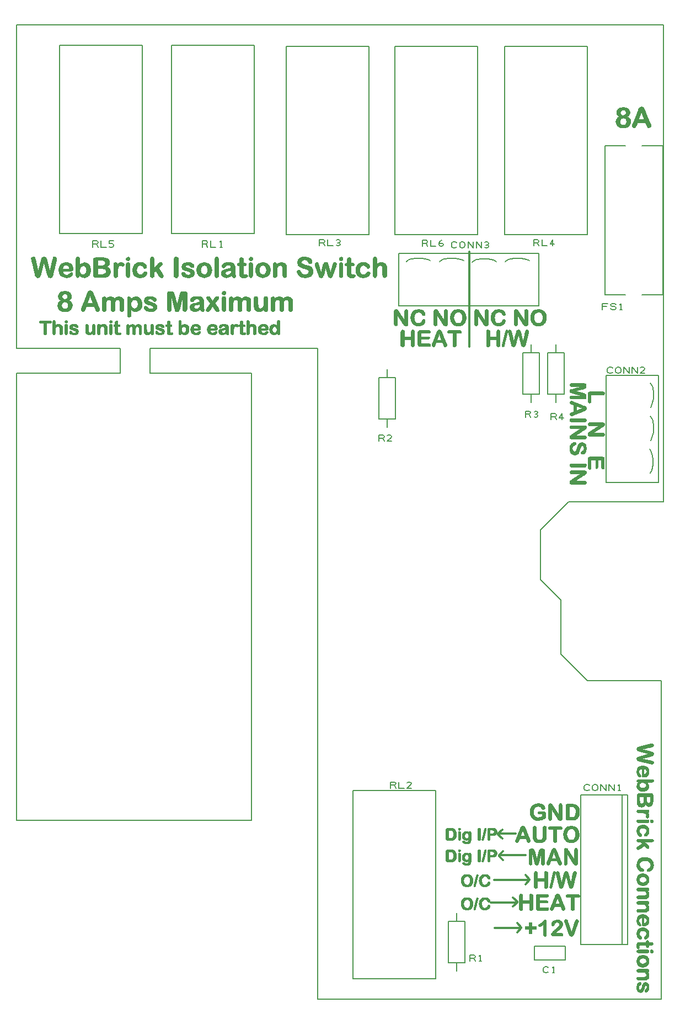
<source format=gbr>
%FSLAX23Y23*%
%MOIN*%
%ADD150C,0.00100*%
%ADD12C,0.00500*%
%ADD137C,0.01181*%
X000Y000D02*
D02*
D12*
X268Y5763D02*
Y4625D01*
X768*
Y5763*
X268*
X468Y4544D02*
Y4582D01*
X490*
X497Y4579*
X500Y4572*
X497Y4566*
X490Y4563*
X468*
X490D02*
X500Y4544D01*
X518Y4582D02*
Y4544D01*
X550*
X568Y4548D02*
X575Y4544D01*
X584*
X590Y4548*
X593Y4554*
Y4557*
X590Y4563*
X584Y4566*
X568*
Y4582*
X593*
X943Y5763D02*
Y4625D01*
X1443*
Y5763*
X943*
X1131Y4544D02*
Y4582D01*
X1153*
X1159Y4579*
X1162Y4572*
X1159Y4566*
X1153Y4563*
X1131*
X1153D02*
X1162Y4544D01*
X1181Y4582D02*
Y4544D01*
X1212*
X1237D02*
X1250D01*
X1243D02*
Y4582D01*
X1237Y4576*
X1638Y5758D02*
Y4620D01*
X2138*
Y5758*
X1638*
X1838Y4552D02*
Y4589D01*
X1860*
X1867Y4586*
X1870Y4580*
X1867Y4574*
X1860Y4571*
X1838*
X1860D02*
X1870Y4552D01*
X1888Y4589D02*
Y4552D01*
X1920*
X1942Y4555D02*
X1948Y4552D01*
X1954*
X1960Y4555*
X1963Y4561*
X1960Y4567*
X1954Y4571*
X1948*
X1954D02*
X1960Y4574D01*
X1963Y4580*
X1960Y4586*
X1954Y4589*
X1948*
X1942Y4586*
X2198Y3372D02*
Y3409D01*
X2220*
X2227Y3406*
X2230Y3400*
X2227Y3394*
X2220Y3391*
X2198*
X2220D02*
X2230Y3372D01*
X2273D02*
X2248D01*
X2270Y3394*
X2273Y3400*
X2270Y3406*
X2264Y3409*
X2255*
X2248Y3406*
X2198Y3507D02*
X2298D01*
Y3757*
X2198*
Y3507*
X2248D02*
Y3458D01*
Y3757D02*
Y3808D01*
X2268Y1277D02*
Y1314D01*
X2290*
X2297Y1311*
X2300Y1305*
X2297Y1299*
X2290Y1296*
X2268*
X2290D02*
X2300Y1277D01*
X2318Y1314D02*
Y1277D01*
X2350*
X2393D02*
X2368D01*
X2390Y1299*
X2393Y1305*
X2390Y1311*
X2384Y1314*
X2375*
X2368Y1311*
X2293Y5758D02*
Y4620D01*
X2793*
Y5758*
X2293*
X2316Y4190D02*
X3164D01*
Y4506*
X2316*
Y4190*
X2364Y4458D02*
X2375Y4466D01*
X2391Y4473*
X2423Y4477*
X2458*
X2494Y4470*
X2509Y4462*
X2461Y4549D02*
Y4587D01*
X2483*
X2489Y4584*
X2492Y4577*
X2489Y4571*
X2483Y4568*
X2461*
X2483D02*
X2492Y4549D01*
X2511Y4587D02*
Y4549D01*
X2542*
X2561Y4559D02*
X2564Y4565D01*
X2570Y4568*
X2577*
X2583Y4565*
X2586Y4559*
X2583Y4553*
X2577Y4549*
X2570*
X2564Y4553*
X2561Y4559*
Y4568*
X2564Y4577*
X2570Y4584*
X2577Y4587*
X2541Y125D02*
Y1263D01*
X2041*
Y125*
X2541*
X2564Y4458D02*
X2576Y4466D01*
X2592Y4473*
X2624Y4477*
X2659*
X2694Y4470*
X2710Y4462*
X2618Y223D02*
X2718D01*
Y472*
X2618*
Y223*
X2667Y4546D02*
X2664Y4543D01*
X2658Y4539*
X2648*
X2642Y4543*
X2639Y4546*
X2636Y4552*
Y4564*
X2639Y4571*
X2642Y4574*
X2648Y4577*
X2658*
X2664Y4574*
X2667Y4571*
X2686Y4552D02*
Y4564D01*
X2689Y4571*
X2692Y4574*
X2698Y4577*
X2705*
X2711Y4574*
X2714Y4571*
X2717Y4564*
Y4552*
X2714Y4546*
X2711Y4543*
X2705Y4539*
X2698*
X2692Y4543*
X2689Y4546*
X2686Y4552*
X2736Y4539D02*
Y4577D01*
X2767Y4539*
Y4577*
X2786Y4539D02*
Y4577D01*
X2817Y4539*
Y4577*
X2839Y4543D02*
X2845Y4539D01*
X2852*
X2858Y4543*
X2861Y4549*
X2858Y4555*
X2852Y4558*
X2845*
X2852D02*
X2858Y4561D01*
X2861Y4567*
X2858Y4574*
X2852Y4577*
X2845*
X2839Y4574*
X2668Y223D02*
Y172D01*
Y472D02*
Y522D01*
X2748Y232D02*
Y269D01*
X2770*
X2777Y266*
X2780Y260*
X2777Y254*
X2770Y251*
X2748*
X2770D02*
X2780Y232D01*
X2805D02*
X2817D01*
X2811D02*
Y269D01*
X2805Y263*
X2761Y4454D02*
X2773Y4462D01*
X2789Y4470*
X2820Y4473*
X2856*
X2891Y4466*
X2907Y4458*
X2958Y5758D02*
Y4620D01*
X3458*
Y5758*
X2958*
X2962Y4458D02*
X2974Y4466D01*
X2990Y4473*
X3021Y4477*
X3057*
X3092Y4470*
X3108Y4462*
X3068Y3658D02*
X3168D01*
Y3908*
X3068*
Y3658*
X3083Y3517D02*
Y3554D01*
X3105*
X3112Y3551*
X3115Y3545*
X3112Y3539*
X3105Y3536*
X3083*
X3105D02*
X3115Y3517D01*
X3137Y3520D02*
X3143Y3517D01*
X3149*
X3155Y3520*
X3158Y3526*
X3155Y3533*
X3149Y3536*
X3143*
X3149D02*
X3155Y3539D01*
X3158Y3545*
X3155Y3551*
X3149Y3554*
X3143*
X3137Y3551*
X3118Y3658D02*
Y3607D01*
Y3908D02*
Y3958D01*
X3133Y4552D02*
Y4589D01*
X3155*
X3162Y4586*
X3165Y4580*
X3162Y4574*
X3155Y4571*
X3133*
X3155D02*
X3165Y4552D01*
X3183Y4589D02*
Y4552D01*
X3215*
X3249D02*
Y4589D01*
X3233Y4564*
X3258*
X3136Y239D02*
X3323D01*
Y324*
X3136*
Y239*
X3221Y168D02*
X3218Y165D01*
X3212Y162*
X3203*
X3196Y165*
X3193Y168*
X3190Y174*
Y187*
X3193Y193*
X3196Y196*
X3203Y199*
X3212*
X3218Y196*
X3221Y193*
X3246Y162D02*
X3259D01*
X3253D02*
Y199D01*
X3246Y193*
X3238Y3502D02*
Y3539D01*
X3260*
X3267Y3536*
X3270Y3530*
X3267Y3524*
X3260Y3521*
X3238*
X3260D02*
X3270Y3502D01*
X3304D02*
Y3539D01*
X3288Y3514*
X3313*
X3268Y3658D02*
Y3607D01*
Y3908D02*
Y3958D01*
X3318Y3908D02*
X3218D01*
Y3658*
X3318*
Y3908*
X3417Y1236D02*
Y334D01*
X3701*
Y1236*
X3417*
X3470Y1268D02*
X3467Y1265D01*
X3460Y1262*
X3451*
X3445Y1265*
X3442Y1268*
X3438Y1274*
Y1287*
X3442Y1293*
X3445Y1296*
X3451Y1299*
X3460*
X3467Y1296*
X3470Y1293*
X3488Y1274D02*
Y1287D01*
X3492Y1293*
X3495Y1296*
X3501Y1299*
X3507*
X3513Y1296*
X3517Y1293*
X3520Y1287*
Y1274*
X3517Y1268*
X3513Y1265*
X3507Y1262*
X3501*
X3495Y1265*
X3492Y1268*
X3488Y1274*
X3538Y1262D02*
Y1299D01*
X3570Y1262*
Y1299*
X3588Y1262D02*
Y1299D01*
X3620Y1262*
Y1299*
X3645Y1262D02*
X3657D01*
X3651D02*
Y1299D01*
X3645Y1293*
X3548Y4167D02*
Y4204D01*
X3580*
X3573Y4186D02*
X3548D01*
X3598Y4176D02*
X3602Y4170D01*
X3608Y4167*
X3620*
X3627Y4170*
X3630Y4176*
X3627Y4183*
X3620Y4186*
X3608*
X3602Y4189*
X3598Y4195*
X3602Y4201*
X3608Y4204*
X3620*
X3627Y4201*
X3630Y4195*
X3655Y4167D02*
X3667D01*
X3661D02*
Y4204D01*
X3655Y4198*
X3570Y3770D02*
Y3122D01*
X3886*
Y3770*
X3570*
X3610Y3788D02*
X3607Y3785D01*
X3600Y3782*
X3591*
X3585Y3785*
X3582Y3788*
X3578Y3794*
Y3807*
X3582Y3813*
X3585Y3816*
X3591Y3819*
X3600*
X3607Y3816*
X3610Y3813*
X3628Y3794D02*
Y3807D01*
X3632Y3813*
X3635Y3816*
X3641Y3819*
X3647*
X3653Y3816*
X3657Y3813*
X3660Y3807*
Y3794*
X3657Y3788*
X3653Y3785*
X3647Y3782*
X3641*
X3635Y3785*
X3632Y3788*
X3628Y3794*
X3678Y3782D02*
Y3819D01*
X3710Y3782*
Y3819*
X3728Y3782D02*
Y3819D01*
X3760Y3782*
Y3819*
X3803Y3782D02*
X3778D01*
X3800Y3804*
X3803Y3810*
X3800Y3816*
X3794Y3819*
X3785*
X3778Y3816*
X3666Y1237D02*
Y336D01*
X3688Y4258D02*
X3563D01*
Y5157*
X3688*
X3788Y4258D02*
X3913D01*
Y5157*
X3788*
X3834Y3325D02*
X3842Y3314D01*
X3849Y3298*
X3853Y3266*
Y3231*
X3846Y3196*
X3838Y3180*
Y3522D02*
X3846Y3510D01*
X3853Y3495*
X3857Y3463*
Y3428*
X3849Y3392*
X3842Y3377*
X3838Y3723D02*
X3846Y3711D01*
X3853Y3696*
X3857Y3664*
Y3629*
X3849Y3593*
X3842Y3577*
X3918Y5888D02*
Y3007D01*
X3343*
X3173Y2837*
Y2538*
X3298Y2413*
Y2087*
X3458Y1928*
X3903*
Y003*
X1828*
Y3933*
X813*
Y3783*
X1428*
Y1083*
X008*
Y3783*
X633*
Y3933*
X008*
Y5888*
X3918*
D02*
D137*
X2743Y3942D02*
Y4518D01*
X2918Y998D02*
X2943Y973D01*
X2918Y1002D02*
X2943Y1028D01*
X2918Y1002D02*
X3023D01*
X2923Y868D02*
X2948Y843D01*
X2923Y873D02*
X2948Y897D01*
X2923Y873D02*
X3083D01*
X3033Y588D02*
X3008Y563D01*
X3033Y588D02*
X2873D01*
X3033Y593D02*
X3008Y618D01*
X3058Y433D02*
X3033Y407D01*
X3058Y433D02*
X2898D01*
X3058Y438D02*
X3033Y463D01*
X3108Y723D02*
X3083Y698D01*
X3108Y723D02*
X2893D01*
X3108Y728D02*
X3083Y752D01*
D02*
D150*
X192Y4383D02*
X172Y4455D01*
X153Y4383*
X151Y4375*
X149Y4371*
X145Y4363*
X135Y4361*
X127Y4363*
X123Y4367*
X119Y4375*
X117Y4383*
X097Y4465*
X095Y4475*
X099Y4483*
X107Y4487*
X113Y4485*
X115Y4483*
X121Y4469*
X137Y4398*
X154Y4465*
X158Y4477*
X162Y4483*
X172Y4487*
X182Y4483*
X186Y4477*
X188Y4473*
X190Y4465*
X208Y4398*
X223Y4469*
X227Y4479*
X229Y4485*
X237Y4487*
X245Y4483*
X249Y4475*
Y4471*
X247Y4465*
X227Y4383*
X225Y4375*
X223Y4371*
X219Y4363*
X210Y4361*
X200Y4363*
X196Y4371*
X194Y4375*
X192Y4383*
X328Y4400D02*
X284D01*
X288Y4387*
X296Y4379*
X306Y4377*
X314*
X320Y4381*
X326Y4385*
X334Y4390*
X338Y4392*
X343Y4390*
X345Y4385*
X343Y4377*
X336Y4369*
X324Y4363*
X308Y4361*
X288Y4365*
X273Y4373*
X265Y4389*
X261Y4406*
X265Y4426*
X273Y4440*
X286Y4450*
X306Y4453*
X318Y4452*
X328Y4448*
X338Y4442*
X343Y4432*
X345Y4424*
X347Y4414*
X345Y4406*
X341Y4402*
X336Y4400*
X328*
X284Y4414D02*
X326D01*
X324Y4424*
X320Y4432*
X312Y4436*
X304Y4438*
X298Y4436*
X290Y4432*
X286Y4424*
X284Y4414*
X387Y4473D02*
Y4438D01*
X401Y4448*
X416Y4452*
X426Y4450*
X436Y4446*
X444Y4440*
X450Y4430*
X452Y4420*
X454Y4406*
X452Y4389*
X444Y4375*
X432Y4365*
X416Y4361*
X406Y4363*
X399Y4365*
X393Y4369*
X387Y4377*
Y4375*
X383Y4365*
X375Y4361*
X369Y4365*
X365Y4375*
Y4473*
X367Y4483*
X375Y4487*
X385Y4483*
X387Y4473*
X389Y4406D02*
Y4394D01*
X395Y4385*
X401Y4381*
X410Y4379*
X418Y4381*
X424Y4387*
X428Y4394*
X430Y4406*
X428Y4420*
X420Y4430*
X410Y4434*
X399Y4430*
X391Y4420*
X389Y4406*
X525Y4363D02*
X487D01*
X479*
X475Y4367*
X471Y4371*
Y4379*
Y4467*
Y4475*
X475Y4479*
X479Y4481*
X487Y4483*
X527*
X542Y4481*
X554Y4477*
X562Y4471*
X566Y4463*
X568Y4453*
X566Y4444*
X564Y4438*
X558Y4432*
X550Y4426*
X560Y4422*
X568Y4416*
X572Y4406*
X574Y4396*
X572Y4387*
X568Y4379*
X562Y4371*
X554Y4367*
X540Y4363*
X525*
X523Y4416D02*
X497D01*
Y4381*
X523*
X534Y4383*
X542Y4385*
X546Y4390*
X548Y4398*
X546Y4406*
X542Y4412*
X534Y4414*
X523Y4416*
X497Y4465D02*
Y4434D01*
X519*
X529*
X534Y4436*
X540Y4442*
X544Y4450*
X542Y4457*
X536Y4461*
X529Y4465*
X517*
X497*
X617Y4394D02*
Y4375D01*
Y4369*
X613Y4365*
X605Y4361*
X597Y4365*
X593Y4375*
Y4438*
X595Y4450*
X605Y4453*
X613Y4450*
X617Y4440*
X625Y4450*
X637Y4453*
X651Y4450*
X654Y4446*
X656Y4440*
X654Y4434*
X647Y4430*
X641Y4432*
X633Y4434*
X625Y4432*
X621Y4424*
X617Y4410*
Y4394*
X692Y4440D02*
Y4375D01*
X688Y4365*
X680Y4361*
X672Y4365*
X668Y4375*
Y4440*
X672Y4450*
X680Y4453*
X688Y4450*
X692Y4440*
X680Y4463D02*
X672Y4465D01*
X668Y4473*
X672Y4481*
X680Y4485*
X688Y4483*
X692Y4479*
Y4473*
X688Y4465*
X680Y4463*
X794Y4389D02*
X792Y4381D01*
X784Y4371*
X771Y4363*
X753Y4361*
X735Y4363*
X719Y4373*
X712Y4387*
X708Y4406*
X710Y4420*
X714Y4430*
X719Y4440*
X729Y4448*
X741Y4452*
X753Y4453*
X771Y4452*
X782Y4444*
X790Y4436*
X792Y4426*
X790Y4420*
X782Y4418*
X779*
X775Y4424*
X765Y4432*
X753Y4436*
X745Y4434*
X737Y4428*
X733Y4418*
X731Y4406*
X733Y4394*
X737Y4387*
X745Y4381*
X753Y4379*
X765Y4381*
X775Y4390*
X779Y4396*
X784Y4398*
X790Y4396*
X794Y4389*
X869Y4371D02*
X849Y4404D01*
X838Y4392*
Y4375*
Y4369*
X834Y4365*
X826Y4361*
X818Y4365*
X814Y4369*
Y4375*
Y4471*
X818Y4483*
X826Y4487*
X834Y4483*
X838Y4473*
Y4418*
X863Y4446*
X871Y4452*
X877Y4453*
X883Y4452*
X887Y4444*
X883Y4438*
X877Y4430*
X865Y4420*
X889Y4383*
X891Y4377*
X893Y4373*
X891Y4363*
X883Y4361*
X875Y4363*
X873Y4367*
X869Y4371*
X958Y4377D02*
Y4471D01*
X962Y4483*
X969Y4487*
X979Y4483*
X983Y4479*
Y4471*
Y4377*
Y4369*
X979Y4365*
X975Y4361*
X969*
X962Y4365*
X958Y4369*
Y4377*
X1082Y4390D02*
X1080Y4383D01*
X1078Y4375*
X1072Y4369*
X1064Y4365*
X1054Y4361*
X1042*
X1021Y4365*
X1013Y4369*
X1009Y4375*
X1005Y4381*
Y4385*
X1007Y4392*
X1013Y4394*
X1019Y4392*
X1023Y4389*
X1030Y4379*
X1044Y4377*
X1056Y4379*
X1060Y4383*
Y4387*
X1058Y4390*
X1056Y4394*
X1050Y4396*
X1040Y4400*
X1030Y4402*
X1021Y4406*
X1009Y4414*
X1007Y4420*
X1005Y4428*
X1007Y4434*
X1009Y4440*
X1015Y4446*
X1021Y4450*
X1040Y4453*
X1056Y4452*
X1068Y4446*
X1076Y4440*
X1078Y4432*
X1076Y4424*
X1068Y4422*
X1062Y4424*
X1056Y4430*
X1050Y4436*
X1040Y4438*
X1030Y4436*
X1029Y4432*
X1027Y4428*
X1030Y4424*
X1038Y4420*
X1052Y4416*
X1060Y4412*
X1068Y4410*
X1078Y4402*
X1082Y4390*
X1186Y4406D02*
X1182Y4389D01*
X1174Y4373*
X1158Y4365*
X1141Y4361*
X1123Y4365*
X1107Y4373*
X1099Y4389*
X1095Y4406*
X1099Y4426*
X1107Y4440*
X1123Y4450*
X1141Y4453*
X1158Y4450*
X1174Y4440*
X1182Y4426*
X1186Y4406*
X1162D02*
X1160Y4418D01*
X1156Y4428*
X1151Y4434*
X1141Y4436*
X1129Y4432*
X1121Y4422*
X1119Y4406*
X1121Y4392*
X1129Y4383*
X1141Y4379*
X1151Y4381*
X1156Y4387*
X1160Y4394*
X1162Y4406*
X1204Y4375D02*
Y4473D01*
X1208Y4483*
X1216Y4487*
X1223Y4483*
X1227Y4473*
Y4375*
Y4369*
X1223Y4365*
X1216Y4361*
X1208Y4365*
X1204Y4375*
X1306D02*
X1298Y4369D01*
X1290Y4365*
X1273Y4361*
X1257Y4365*
X1247Y4373*
X1243Y4387*
X1245Y4394*
X1249Y4402*
X1257Y4408*
X1267Y4410*
X1271Y4412*
X1277*
X1290Y4416*
X1304Y4420*
X1302Y4428*
X1300Y4434*
X1296Y4436*
X1286Y4438*
X1280*
X1275Y4436*
X1267Y4428*
X1263Y4422*
X1257Y4420*
X1251Y4422*
X1247Y4428*
X1249Y4434*
X1251Y4440*
X1257Y4446*
X1265Y4450*
X1275Y4452*
X1286Y4453*
X1300Y4452*
X1310Y4450*
X1318Y4446*
X1322Y4438*
X1326Y4430*
Y4418*
Y4404*
Y4392*
X1328Y4379*
X1330Y4373*
Y4371*
X1328Y4363*
X1320Y4361*
X1312Y4365*
X1306Y4375*
X1304Y4406D02*
X1298Y4404D01*
X1290Y4402*
X1282Y4400*
X1277*
X1271Y4396*
X1267Y4389*
X1269Y4385*
X1271Y4381*
X1280Y4377*
X1292Y4379*
X1300Y4387*
X1304Y4392*
Y4402*
Y4406*
X1351Y4450D02*
X1353D01*
Y4463*
Y4471*
X1355Y4477*
X1359Y4481*
X1365Y4483*
X1373Y4479*
X1377Y4473*
Y4465*
Y4450*
X1385*
X1393Y4448*
X1395Y4440*
Y4436*
X1391Y4434*
X1381Y4432*
X1377*
Y4392*
Y4385*
X1379Y4381*
X1385Y4379*
X1391*
X1395Y4381*
X1401Y4377*
X1403Y4373*
X1401Y4367*
X1397Y4363*
X1389Y4361*
X1379*
X1369*
X1363Y4365*
X1357Y4369*
X1355Y4373*
X1353Y4381*
Y4390*
Y4432*
X1349*
X1343Y4434*
X1340Y4440*
X1343Y4448*
X1351Y4450*
X1434Y4440D02*
Y4375D01*
X1430Y4365*
X1422Y4361*
X1414Y4365*
X1410Y4375*
Y4440*
X1414Y4450*
X1422Y4453*
X1430Y4450*
X1434Y4440*
X1422Y4463D02*
X1414Y4465D01*
X1410Y4473*
X1414Y4481*
X1422Y4485*
X1430Y4483*
X1434Y4479*
Y4473*
X1430Y4465*
X1422Y4463*
X1540Y4406D02*
X1536Y4389D01*
X1529Y4373*
X1513Y4365*
X1495Y4361*
X1477Y4365*
X1462Y4373*
X1454Y4389*
X1450Y4406*
X1454Y4426*
X1462Y4440*
X1477Y4450*
X1495Y4453*
X1513Y4450*
X1529Y4440*
X1536Y4426*
X1540Y4406*
X1517D02*
X1515Y4418D01*
X1511Y4428*
X1505Y4434*
X1495Y4436*
X1483Y4432*
X1475Y4422*
X1473Y4406*
X1475Y4392*
X1483Y4383*
X1495Y4379*
X1505Y4381*
X1511Y4387*
X1515Y4394*
X1517Y4406*
X1578Y4442D02*
Y4438D01*
X1586Y4446*
X1591Y4450*
X1607Y4453*
X1625Y4450*
X1631Y4444*
X1635Y4438*
X1639Y4430*
Y4416*
Y4375*
Y4369*
X1635Y4365*
X1627Y4361*
X1619Y4365*
X1615Y4375*
Y4412*
Y4422*
X1611Y4430*
X1607Y4434*
X1599Y4436*
X1590Y4432*
X1582Y4422*
X1580Y4414*
Y4402*
Y4375*
Y4369*
X1576Y4365*
X1568Y4361*
X1560Y4365*
X1556Y4375*
Y4440*
X1560Y4450*
X1568Y4453*
X1572Y4452*
X1578Y4448*
Y4442*
X1798Y4398D02*
X1796Y4389D01*
X1792Y4379*
X1786Y4371*
X1777Y4365*
X1765Y4363*
X1751Y4361*
X1733Y4363*
X1721Y4367*
X1708Y4381*
X1704Y4389*
X1702Y4396*
X1704Y4404*
X1714Y4408*
X1719Y4404*
X1723Y4396*
X1729Y4387*
X1737Y4381*
X1749Y4379*
X1759Y4381*
X1767Y4385*
X1771Y4389*
X1773Y4396*
Y4402*
X1769Y4406*
X1761Y4412*
X1753Y4414*
X1745Y4416*
X1733Y4420*
X1723Y4424*
X1710Y4434*
X1706Y4444*
X1704Y4453*
X1706Y4461*
X1710Y4471*
X1716Y4477*
X1725Y4483*
X1737Y4485*
X1749Y4487*
X1769Y4483*
X1782Y4477*
X1790Y4467*
X1792Y4457*
X1790Y4450*
X1786Y4446*
X1780*
X1775Y4448*
X1771Y4453*
X1763Y4465*
X1757Y4467*
X1747Y4469*
X1739Y4467*
X1733Y4465*
X1729Y4459*
X1727Y4455*
X1729Y4448*
X1735Y4444*
X1741Y4442*
X1745Y4440*
X1753Y4438*
X1771Y4432*
X1786Y4426*
X1794Y4414*
X1798Y4398*
X1832Y4440D02*
X1847Y4389D01*
X1859Y4436*
X1861Y4442*
X1863Y4446*
X1867Y4452*
X1875Y4453*
X1883Y4452*
X1887Y4446*
X1889Y4442*
X1891Y4436*
X1903Y4389*
X1918Y4440*
X1920Y4448*
X1924Y4452*
X1930Y4453*
X1938Y4450*
X1940Y4444*
X1938Y4434*
X1918Y4379*
X1916Y4373*
X1914Y4369*
X1910Y4363*
X1903Y4361*
X1895Y4363*
X1891Y4369*
X1887Y4379*
X1875Y4424*
X1863Y4379*
X1859Y4371*
X1857Y4365*
X1853Y4363*
X1847Y4361*
X1840Y4363*
X1836Y4367*
X1834Y4373*
X1832Y4379*
X1812Y4434*
X1810Y4440*
Y4444*
X1814Y4450*
X1820Y4453*
X1826Y4452*
X1828Y4450*
X1830Y4446*
X1832Y4440*
X1979D02*
Y4375D01*
X1975Y4365*
X1967Y4361*
X1960Y4365*
X1956Y4375*
Y4440*
X1960Y4450*
X1967Y4453*
X1975Y4450*
X1979Y4440*
X1967Y4463D02*
X1960Y4465D01*
X1956Y4473*
X1960Y4481*
X1967Y4485*
X1975Y4483*
X1979Y4479*
Y4473*
X1975Y4465*
X1967Y4463*
X2003Y4450D02*
X2005D01*
Y4463*
Y4471*
X2007Y4477*
X2011Y4481*
X2017Y4483*
X2025Y4479*
X2029Y4473*
Y4465*
Y4450*
X2036*
X2044Y4448*
X2046Y4440*
Y4436*
X2042Y4434*
X2032Y4432*
X2029*
Y4392*
Y4385*
X2030Y4381*
X2036Y4379*
X2042*
X2046Y4381*
X2052Y4377*
X2054Y4373*
X2052Y4367*
X2048Y4363*
X2040Y4361*
X2030*
X2021*
X2015Y4365*
X2009Y4369*
X2007Y4373*
X2005Y4381*
Y4390*
Y4432*
X2001*
X1995Y4434*
X1991Y4440*
X1995Y4448*
X2003Y4450*
X2143Y4389D02*
X2141Y4381D01*
X2133Y4371*
X2119Y4363*
X2101Y4361*
X2084Y4363*
X2068Y4373*
X2060Y4387*
X2056Y4406*
X2058Y4420*
X2062Y4430*
X2068Y4440*
X2078Y4448*
X2090Y4452*
X2101Y4453*
X2119Y4452*
X2131Y4444*
X2139Y4436*
X2141Y4426*
X2139Y4420*
X2131Y4418*
X2127*
X2123Y4424*
X2113Y4432*
X2101Y4436*
X2093Y4434*
X2086Y4428*
X2082Y4418*
X2080Y4406*
X2082Y4394*
X2086Y4387*
X2093Y4381*
X2101Y4379*
X2113Y4381*
X2123Y4390*
X2127Y4396*
X2133Y4398*
X2139Y4396*
X2143Y4389*
X2184Y4473D02*
Y4440D01*
X2192Y4448*
X2202Y4452*
X2214Y4453*
X2227Y4450*
X2239Y4440*
X2243Y4430*
Y4418*
Y4375*
Y4369*
X2239Y4365*
X2231Y4361*
X2223Y4365*
X2219Y4375*
Y4412*
Y4422*
X2216Y4430*
X2212Y4434*
X2204Y4436*
X2194Y4432*
X2186Y4422*
X2184Y4416*
Y4404*
Y4375*
X2180Y4365*
X2172Y4361*
X2164Y4365*
X2160Y4375*
Y4473*
X2164Y4483*
X2172Y4487*
X2180Y4483*
X2184Y4473*
X134Y4361D02*
X136D01*
X208D02*
X211D01*
X307D02*
X310D01*
X375D02*
X375D01*
X415D02*
X417D01*
X605D02*
X606D01*
X680D02*
X681D01*
X751D02*
X755D01*
X825D02*
X826D01*
X882D02*
X884D01*
X969D02*
X976D01*
X1041D02*
X1055D01*
X1140D02*
X1142D01*
X1215D02*
X1216D01*
X1272D02*
X1274D01*
X1319D02*
X1321D01*
X1369D02*
X1390D01*
X1422D02*
X1423D01*
X1494D02*
X1496D01*
X1567D02*
X1568D01*
X1626D02*
X1627D01*
X1749D02*
X1753D01*
X1846D02*
X1848D01*
X1901D02*
X1904D01*
X1967D02*
X1968D01*
X2020D02*
X2041D01*
X2099D02*
X2104D01*
X2172D02*
X2173D01*
X2231D02*
X2232D01*
X130Y4362D02*
X141D01*
X204D02*
X216D01*
X302D02*
X318D01*
X373D02*
X377D01*
X410D02*
X421D01*
X603D02*
X608D01*
X678D02*
X682D01*
X742D02*
X764D01*
X823D02*
X828D01*
X878D02*
X888D01*
X967D02*
X977D01*
X1036D02*
X1057D01*
X1135D02*
X1146D01*
X1213D02*
X1218D01*
X1268D02*
X1278D01*
X1317D02*
X1325D01*
X1367D02*
X1394D01*
X1420D02*
X1425D01*
X1490D02*
X1500D01*
X1565D02*
X1570D01*
X1625D02*
X1629D01*
X1740D02*
X1759D01*
X1843D02*
X1851D01*
X1898D02*
X1907D01*
X1965D02*
X1970D01*
X2019D02*
X2045D01*
X2090D02*
X2112D01*
X2170D02*
X2175D01*
X2229D02*
X2234D01*
X127Y4363D02*
X145D01*
X200D02*
X220D01*
X297D02*
X324D01*
X372D02*
X379D01*
X406D02*
X425D01*
X479D02*
X541D01*
X601D02*
X610D01*
X676D02*
X684D01*
X735D02*
X771D01*
X821D02*
X830D01*
X875D02*
X891D01*
X965D02*
X977D01*
X1031D02*
X1059D01*
X1131D02*
X1150D01*
X1211D02*
X1220D01*
X1264D02*
X1282D01*
X1316D02*
X1328D01*
X1366D02*
X1397D01*
X1418D02*
X1426D01*
X1485D02*
X1505D01*
X1564D02*
X1572D01*
X1623D02*
X1631D01*
X1733D02*
X1766D01*
X1839D02*
X1854D01*
X1895D02*
X1911D01*
X1963D02*
X1972D01*
X2017D02*
X2048D01*
X2083D02*
X2119D01*
X2168D02*
X2176D01*
X2227D02*
X2236D01*
X126Y4364D02*
X145D01*
X199D02*
X220D01*
X293D02*
X326D01*
X370D02*
X381D01*
X402D02*
X429D01*
X478D02*
X544D01*
X599D02*
X611D01*
X674D02*
X686D01*
X733D02*
X773D01*
X820D02*
X832D01*
X874D02*
X891D01*
X963D02*
X978D01*
X1025D02*
X1062D01*
X1127D02*
X1155D01*
X1209D02*
X1222D01*
X1260D02*
X1286D01*
X1314D02*
X1328D01*
X1364D02*
X1398D01*
X1416D02*
X1428D01*
X1481D02*
X1509D01*
X1562D02*
X1574D01*
X1621D02*
X1633D01*
X1730D02*
X1771D01*
X1838D02*
X1856D01*
X1894D02*
X1911D01*
X1961D02*
X1974D01*
X2016D02*
X2049D01*
X2082D02*
X2121D01*
X2166D02*
X2178D01*
X2225D02*
X2237D01*
X125Y4365D02*
X146D01*
X199D02*
X220D01*
X288D02*
X328D01*
X369D02*
X383D01*
X398D02*
X432D01*
X477D02*
X547D01*
X597D02*
X613D01*
X672D02*
X688D01*
X732D02*
X774D01*
X818D02*
X834D01*
X874D02*
X891D01*
X961D02*
X979D01*
X1020D02*
X1064D01*
X1123D02*
X1159D01*
X1208D02*
X1223D01*
X1257D02*
X1290D01*
X1312D02*
X1328D01*
X1363D02*
X1399D01*
X1414D02*
X1430D01*
X1477D02*
X1513D01*
X1560D02*
X1576D01*
X1619D02*
X1635D01*
X1727D02*
X1777D01*
X1837D02*
X1857D01*
X1893D02*
X1912D01*
X1960D02*
X1975D01*
X2015D02*
X2050D01*
X2080D02*
X2123D01*
X2164D02*
X2180D01*
X2223D02*
X2239D01*
X124Y4366D02*
X146D01*
X198D02*
X221D01*
X286D02*
X330D01*
X369D02*
X383D01*
X397D02*
X433D01*
X476D02*
X551D01*
X597D02*
X614D01*
X672D02*
X688D01*
X730D02*
X776D01*
X817D02*
X835D01*
X873D02*
X891D01*
X961D02*
X980D01*
X1019D02*
X1066D01*
X1121D02*
X1160D01*
X1207D02*
X1224D01*
X1256D02*
X1292D01*
X1311D02*
X1328D01*
X1362D02*
X1400D01*
X1414D02*
X1430D01*
X1475D02*
X1515D01*
X1560D02*
X1577D01*
X1619D02*
X1636D01*
X1724D02*
X1778D01*
X1837D02*
X1858D01*
X1893D02*
X1912D01*
X1959D02*
X1976D01*
X2013D02*
X2051D01*
X2079D02*
X2124D01*
X2164D02*
X2180D01*
X2223D02*
X2240D01*
X123Y4367D02*
X147D01*
X198D02*
X221D01*
X284D02*
X332D01*
X368D02*
X384D01*
X396D02*
X434D01*
X475D02*
X554D01*
X597D02*
X615D01*
X671D02*
X689D01*
X729D02*
X777D01*
X816D02*
X836D01*
X873D02*
X891D01*
X960D02*
X981D01*
X1017D02*
X1068D01*
X1119D02*
X1162D01*
X1207D02*
X1225D01*
X1254D02*
X1294D01*
X1311D02*
X1329D01*
X1360D02*
X1401D01*
X1414D02*
X1431D01*
X1473D02*
X1517D01*
X1559D02*
X1578D01*
X1618D02*
X1637D01*
X1721D02*
X1780D01*
X1836D02*
X1858D01*
X1892D02*
X1913D01*
X1959D02*
X1976D01*
X2012D02*
X2052D01*
X2077D02*
X2126D01*
X2164D02*
X2181D01*
X2223D02*
X2241D01*
X123Y4368D02*
X147D01*
X197D02*
X222D01*
X283D02*
X333D01*
X368D02*
X384D01*
X394D02*
X436D01*
X474D02*
X556D01*
X596D02*
X616D01*
X671D02*
X689D01*
X727D02*
X779D01*
X815D02*
X837D01*
X872D02*
X892D01*
X959D02*
X982D01*
X1015D02*
X1070D01*
X1117D02*
X1164D01*
X1206D02*
X1226D01*
X1253D02*
X1296D01*
X1310D02*
X1329D01*
X1359D02*
X1401D01*
X1413D02*
X1431D01*
X1472D02*
X1519D01*
X1559D02*
X1579D01*
X1618D02*
X1638D01*
X1720D02*
X1781D01*
X1835D02*
X1858D01*
X1891D02*
X1914D01*
X1958D02*
X1977D01*
X2010D02*
X2052D01*
X2076D02*
X2128D01*
X2163D02*
X2181D01*
X2222D02*
X2242D01*
X122Y4369D02*
X148D01*
X197D02*
X222D01*
X281D02*
X335D01*
X368D02*
X384D01*
X393D02*
X437D01*
X473D02*
X558D01*
X596D02*
X617D01*
X671D02*
X689D01*
X726D02*
X781D01*
X814D02*
X837D01*
X871D02*
X892D01*
X958D02*
X983D01*
X1013D02*
X1072D01*
X1115D02*
X1166D01*
X1206D02*
X1227D01*
X1252D02*
X1298D01*
X1310D02*
X1329D01*
X1357D02*
X1401D01*
X1413D02*
X1432D01*
X1470D02*
X1520D01*
X1558D02*
X1580D01*
X1618D02*
X1639D01*
X1720D02*
X1783D01*
X1835D02*
X1859D01*
X1891D02*
X1914D01*
X1958D02*
X1977D01*
X2009D02*
X2053D01*
X2074D02*
X2129D01*
X2163D02*
X2182D01*
X2222D02*
X2243D01*
X122Y4370D02*
X148D01*
X196D02*
X223D01*
X279D02*
X336D01*
X367D02*
X385D01*
X392D02*
X438D01*
X473D02*
X560D01*
X595D02*
X617D01*
X670D02*
X690D01*
X724D02*
X782D01*
X814D02*
X838D01*
X870D02*
X892D01*
X958D02*
X983D01*
X1012D02*
X1073D01*
X1113D02*
X1168D01*
X1206D02*
X1227D01*
X1251D02*
X1299D01*
X1309D02*
X1329D01*
X1357D02*
X1401D01*
X1412D02*
X1432D01*
X1468D02*
X1522D01*
X1558D02*
X1580D01*
X1617D02*
X1639D01*
X1719D02*
X1784D01*
X1835D02*
X1859D01*
X1890D02*
X1915D01*
X1958D02*
X1977D01*
X2008D02*
X2053D01*
X2073D02*
X2131D01*
X2162D02*
X2182D01*
X2221D02*
X2243D01*
X121Y4371D02*
X148D01*
X196D02*
X223D01*
X277D02*
X337D01*
X367D02*
X385D01*
X391D02*
X439D01*
X472D02*
X562D01*
X595D02*
X617D01*
X670D02*
X690D01*
X723D02*
X784D01*
X814D02*
X838D01*
X869D02*
X892D01*
X958D02*
X983D01*
X1012D02*
X1074D01*
X1112D02*
X1170D01*
X1205D02*
X1227D01*
X1250D02*
X1301D01*
X1309D02*
X1330D01*
X1356D02*
X1402D01*
X1412D02*
X1432D01*
X1466D02*
X1524D01*
X1558D02*
X1580D01*
X1617D02*
X1639D01*
X1718D02*
X1786D01*
X1834D02*
X1859D01*
X1890D02*
X1915D01*
X1957D02*
X1978D01*
X2008D02*
X2053D01*
X2071D02*
X2132D01*
X2162D02*
X2182D01*
X2221D02*
X2243D01*
X121Y4372D02*
X149D01*
X195D02*
X224D01*
X275D02*
X338D01*
X366D02*
X385D01*
X391D02*
X440D01*
X471D02*
X563D01*
X595D02*
X617D01*
X670D02*
X691D01*
X721D02*
X785D01*
X814D02*
X838D01*
X869D02*
X892D01*
X958D02*
X983D01*
X1011D02*
X1075D01*
X1110D02*
X1172D01*
X1205D02*
X1227D01*
X1249D02*
X1302D01*
X1308D02*
X1330D01*
X1356D02*
X1402D01*
X1412D02*
X1433D01*
X1464D02*
X1526D01*
X1557D02*
X1580D01*
X1616D02*
X1639D01*
X1717D02*
X1787D01*
X1834D02*
X1860D01*
X1890D02*
X1916D01*
X1957D02*
X1978D01*
X2007D02*
X2054D01*
X2070D02*
X2133D01*
X2162D02*
X2183D01*
X2221D02*
X2243D01*
X120Y4372D02*
X149D01*
X195D02*
X224D01*
X273D02*
X339D01*
X366D02*
X386D01*
X390D02*
X441D01*
X471D02*
X563D01*
X594D02*
X617D01*
X669D02*
X691D01*
X720D02*
X786D01*
X814D02*
X838D01*
X868D02*
X893D01*
X958D02*
X983D01*
X1010D02*
X1075D01*
X1108D02*
X1174D01*
X1205D02*
X1227D01*
X1247D02*
X1303D01*
X1307D02*
X1330D01*
X1355D02*
X1402D01*
X1411D02*
X1433D01*
X1462D02*
X1528D01*
X1557D02*
X1580D01*
X1616D02*
X1639D01*
X1716D02*
X1788D01*
X1834D02*
X1860D01*
X1889D02*
X1916D01*
X1957D02*
X1978D01*
X2007D02*
X2054D01*
X2068D02*
X2134D01*
X2161D02*
X2183D01*
X2220D02*
X2243D01*
X120Y4373D02*
X150D01*
X195D02*
X225D01*
X272D02*
X340D01*
X366D02*
X386D01*
X389D02*
X442D01*
X471D02*
X564D01*
X594D02*
X617D01*
X669D02*
X691D01*
X719D02*
X786D01*
X814D02*
X838D01*
X868D02*
X892D01*
X958D02*
X983D01*
X1010D02*
X1076D01*
X1107D02*
X1174D01*
X1204D02*
X1227D01*
X1247D02*
X1304D01*
X1307D02*
X1329D01*
X1355D02*
X1402D01*
X1411D02*
X1433D01*
X1461D02*
X1529D01*
X1557D02*
X1580D01*
X1616D02*
X1639D01*
X1715D02*
X1788D01*
X1833D02*
X1861D01*
X1889D02*
X1917D01*
X1956D02*
X1979D01*
X2007D02*
X2054D01*
X2068D02*
X2135D01*
X2161D02*
X2183D01*
X2220D02*
X2243D01*
X119Y4374D02*
X150D01*
X194D02*
X225D01*
X272D02*
X341D01*
X365D02*
X387D01*
X389D02*
X443D01*
X471D02*
X565D01*
X594D02*
X617D01*
X668D02*
X692D01*
X719D02*
X787D01*
X814D02*
X838D01*
X867D02*
X892D01*
X958D02*
X983D01*
X1009D02*
X1077D01*
X1106D02*
X1175D01*
X1204D02*
X1227D01*
X1247D02*
X1306D01*
X1306D02*
X1329D01*
X1355D02*
X1402D01*
X1411D02*
X1434D01*
X1461D02*
X1529D01*
X1556D02*
X1580D01*
X1615D02*
X1639D01*
X1714D02*
X1789D01*
X1833D02*
X1861D01*
X1889D02*
X1917D01*
X1956D02*
X1979D01*
X2006D02*
X2053D01*
X2067D02*
X2136D01*
X2161D02*
X2184D01*
X2220D02*
X2243D01*
X119Y4375D02*
X151D01*
X194D02*
X225D01*
X271D02*
X342D01*
X365D02*
X387D01*
X388D02*
X444D01*
X471D02*
X565D01*
X593D02*
X617D01*
X668D02*
X692D01*
X718D02*
X788D01*
X814D02*
X838D01*
X866D02*
X891D01*
X958D02*
X983D01*
X1008D02*
X1078D01*
X1106D02*
X1175D01*
X1204D02*
X1227D01*
X1246D02*
X1329D01*
X1355D02*
X1401D01*
X1410D02*
X1434D01*
X1460D02*
X1530D01*
X1556D02*
X1580D01*
X1615D02*
X1639D01*
X1713D02*
X1790D01*
X1833D02*
X1861D01*
X1888D02*
X1917D01*
X1956D02*
X1979D01*
X2006D02*
X2053D01*
X2066D02*
X2136D01*
X2160D02*
X2184D01*
X2219D02*
X2243D01*
X119Y4376D02*
X151D01*
X193D02*
X226D01*
X271D02*
X343D01*
X365D02*
X387D01*
X387D02*
X445D01*
X471D02*
X566D01*
X593D02*
X617D01*
X668D02*
X692D01*
X717D02*
X789D01*
X814D02*
X838D01*
X866D02*
X891D01*
X958D02*
X983D01*
X1008D02*
X1078D01*
X1106D02*
X1176D01*
X1204D02*
X1227D01*
X1246D02*
X1329D01*
X1354D02*
X1401D01*
X1410D02*
X1434D01*
X1460D02*
X1530D01*
X1556D02*
X1580D01*
X1615D02*
X1639D01*
X1712D02*
X1790D01*
X1832D02*
X1862D01*
X1888D02*
X1917D01*
X1956D02*
X1979D01*
X2006D02*
X2052D01*
X2066D02*
X2137D01*
X2160D02*
X2184D01*
X2219D02*
X2243D01*
X118Y4377D02*
X151D01*
X193D02*
X226D01*
X270D02*
X304D01*
X315D02*
X344D01*
X365D02*
X445D01*
X471D02*
X567D01*
X593D02*
X617D01*
X668D02*
X692D01*
X717D02*
X789D01*
X814D02*
X838D01*
X865D02*
X891D01*
X958D02*
X983D01*
X1007D02*
X1041D01*
X1047D02*
X1078D01*
X1105D02*
X1176D01*
X1204D02*
X1227D01*
X1246D02*
X1279D01*
X1283D02*
X1328D01*
X1354D02*
X1400D01*
X1410D02*
X1434D01*
X1459D02*
X1531D01*
X1556D02*
X1580D01*
X1615D02*
X1639D01*
X1711D02*
X1791D01*
X1832D02*
X1862D01*
X1887D02*
X1918D01*
X1956D02*
X1979D01*
X2006D02*
X2051D01*
X2065D02*
X2138D01*
X2160D02*
X2184D01*
X2219D02*
X2243D01*
X118Y4378D02*
X151D01*
X193D02*
X226D01*
X270D02*
X299D01*
X316D02*
X344D01*
X365D02*
X446D01*
X471D02*
X567D01*
X593D02*
X617D01*
X668D02*
X692D01*
X716D02*
X790D01*
X814D02*
X838D01*
X865D02*
X890D01*
X958D02*
X983D01*
X1007D02*
X1035D01*
X1053D02*
X1079D01*
X1105D02*
X1177D01*
X1204D02*
X1227D01*
X1245D02*
X1277D01*
X1289D02*
X1328D01*
X1354D02*
X1398D01*
X1410D02*
X1434D01*
X1459D02*
X1531D01*
X1556D02*
X1580D01*
X1615D02*
X1639D01*
X1710D02*
X1792D01*
X1832D02*
X1863D01*
X1887D02*
X1918D01*
X1956D02*
X1979D01*
X2006D02*
X2050D01*
X2065D02*
X2139D01*
X2160D02*
X2184D01*
X2219D02*
X2243D01*
X118Y4379D02*
X152D01*
X193D02*
X226D01*
X269D02*
X296D01*
X317D02*
X344D01*
X365D02*
X409D01*
X412D02*
X446D01*
X471D02*
X568D01*
X593D02*
X617D01*
X668D02*
X692D01*
X716D02*
X751D01*
X755D02*
X791D01*
X814D02*
X838D01*
X864D02*
X890D01*
X958D02*
X983D01*
X1006D02*
X1030D01*
X1056D02*
X1079D01*
X1104D02*
X1140D01*
X1142D02*
X1177D01*
X1204D02*
X1227D01*
X1245D02*
X1275D01*
X1293D02*
X1328D01*
X1354D02*
X1384D01*
X1391D02*
X1397D01*
X1410D02*
X1434D01*
X1458D02*
X1494D01*
X1497D02*
X1532D01*
X1556D02*
X1580D01*
X1615D02*
X1639D01*
X1709D02*
X1747D01*
X1751D02*
X1792D01*
X1832D02*
X1863D01*
X1887D02*
X1918D01*
X1956D02*
X1979D01*
X2005D02*
X2035D01*
X2043D02*
X2049D01*
X2064D02*
X2100D01*
X2103D02*
X2139D01*
X2160D02*
X2184D01*
X2219D02*
X2243D01*
X118Y4380D02*
X152D01*
X193D02*
X227D01*
X269D02*
X295D01*
X319D02*
X344D01*
X365D02*
X404D01*
X416D02*
X447D01*
X471D02*
X569D01*
X593D02*
X617D01*
X668D02*
X692D01*
X715D02*
X748D01*
X761D02*
X792D01*
X814D02*
X838D01*
X864D02*
X890D01*
X958D02*
X983D01*
X1005D02*
X1029D01*
X1057D02*
X1079D01*
X1104D02*
X1137D01*
X1147D02*
X1178D01*
X1204D02*
X1227D01*
X1245D02*
X1272D01*
X1294D02*
X1328D01*
X1353D02*
X1381D01*
X1393D02*
X1396D01*
X1410D02*
X1434D01*
X1458D02*
X1491D01*
X1501D02*
X1532D01*
X1556D02*
X1580D01*
X1615D02*
X1639D01*
X1708D02*
X1741D01*
X1755D02*
X1793D01*
X1831D02*
X1863D01*
X1886D02*
X1919D01*
X1956D02*
X1979D01*
X2005D02*
X2033D01*
X2045D02*
X2047D01*
X2064D02*
X2096D01*
X2109D02*
X2140D01*
X2160D02*
X2184D01*
X2219D02*
X2243D01*
X118Y4381D02*
X152D01*
X192D02*
X227D01*
X269D02*
X294D01*
X320D02*
X345D01*
X365D02*
X400D01*
X419D02*
X447D01*
X471D02*
X497D01*
X524D02*
X569D01*
X593D02*
X617D01*
X668D02*
X692D01*
X715D02*
X745D01*
X765D02*
X792D01*
X814D02*
X838D01*
X863D02*
X889D01*
X958D02*
X983D01*
X1005D02*
X1029D01*
X1058D02*
X1079D01*
X1103D02*
X1134D01*
X1151D02*
X1178D01*
X1204D02*
X1227D01*
X1245D02*
X1271D01*
X1295D02*
X1327D01*
X1353D02*
X1379D01*
X1410D02*
X1434D01*
X1458D02*
X1488D01*
X1505D02*
X1533D01*
X1556D02*
X1580D01*
X1615D02*
X1639D01*
X1708D02*
X1737D01*
X1759D02*
X1793D01*
X1831D02*
X1864D01*
X1886D02*
X1919D01*
X1956D02*
X1979D01*
X2005D02*
X2030D01*
X2063D02*
X2093D01*
X2113D02*
X2141D01*
X2160D02*
X2184D01*
X2219D02*
X2243D01*
X117Y4382D02*
X152D01*
X192D02*
X227D01*
X268D02*
X293D01*
X322D02*
X345D01*
X365D02*
X399D01*
X419D02*
X448D01*
X471D02*
X497D01*
X530D02*
X569D01*
X593D02*
X617D01*
X668D02*
X692D01*
X714D02*
X743D01*
X766D02*
X793D01*
X814D02*
X838D01*
X863D02*
X889D01*
X958D02*
X983D01*
X1005D02*
X1028D01*
X1059D02*
X1079D01*
X1103D02*
X1131D01*
X1152D02*
X1179D01*
X1204D02*
X1227D01*
X1244D02*
X1270D01*
X1295D02*
X1327D01*
X1353D02*
X1378D01*
X1410D02*
X1434D01*
X1457D02*
X1486D01*
X1506D02*
X1533D01*
X1556D02*
X1580D01*
X1615D02*
X1639D01*
X1707D02*
X1736D01*
X1761D02*
X1794D01*
X1831D02*
X1864D01*
X1886D02*
X1919D01*
X1956D02*
X1979D01*
X2005D02*
X2030D01*
X2063D02*
X2092D01*
X2114D02*
X2141D01*
X2160D02*
X2184D01*
X2219D02*
X2243D01*
X117Y4383D02*
X153D01*
X192D02*
X227D01*
X268D02*
X292D01*
X323D02*
X345D01*
X365D02*
X397D01*
X420D02*
X448D01*
X471D02*
X497D01*
X535D02*
X570D01*
X593D02*
X617D01*
X668D02*
X692D01*
X714D02*
X742D01*
X767D02*
X793D01*
X814D02*
X838D01*
X862D02*
X889D01*
X958D02*
X983D01*
X1005D02*
X1027D01*
X1060D02*
X1080D01*
X1102D02*
X1129D01*
X1153D02*
X1179D01*
X1204D02*
X1227D01*
X1244D02*
X1270D01*
X1296D02*
X1327D01*
X1353D02*
X1378D01*
X1410D02*
X1434D01*
X1457D02*
X1483D01*
X1507D02*
X1534D01*
X1556D02*
X1580D01*
X1615D02*
X1639D01*
X1707D02*
X1734D01*
X1763D02*
X1794D01*
X1830D02*
X1864D01*
X1886D02*
X1920D01*
X1956D02*
X1979D01*
X2005D02*
X2029D01*
X2062D02*
X2091D01*
X2115D02*
X2141D01*
X2160D02*
X2184D01*
X2219D02*
X2243D01*
X117Y4384D02*
X153D01*
X192D02*
X228D01*
X267D02*
X291D01*
X324D02*
X345D01*
X365D02*
X396D01*
X421D02*
X449D01*
X471D02*
X497D01*
X539D02*
X570D01*
X593D02*
X617D01*
X668D02*
X692D01*
X713D02*
X741D01*
X768D02*
X793D01*
X814D02*
X838D01*
X861D02*
X888D01*
X958D02*
X983D01*
X1005D02*
X1026D01*
X1060D02*
X1080D01*
X1102D02*
X1128D01*
X1154D02*
X1180D01*
X1204D02*
X1227D01*
X1244D02*
X1269D01*
X1297D02*
X1327D01*
X1353D02*
X1377D01*
X1410D02*
X1434D01*
X1456D02*
X1482D01*
X1508D02*
X1534D01*
X1556D02*
X1580D01*
X1615D02*
X1639D01*
X1706D02*
X1733D01*
X1765D02*
X1794D01*
X1830D02*
X1864D01*
X1885D02*
X1920D01*
X1956D02*
X1979D01*
X2005D02*
X2029D01*
X2062D02*
X2089D01*
X2116D02*
X2141D01*
X2160D02*
X2184D01*
X2219D02*
X2243D01*
X117Y4385D02*
X153D01*
X191D02*
X228D01*
X267D02*
X290D01*
X326D02*
X345D01*
X365D02*
X395D01*
X422D02*
X450D01*
X471D02*
X497D01*
X542D02*
X571D01*
X593D02*
X617D01*
X668D02*
X692D01*
X713D02*
X740D01*
X769D02*
X793D01*
X814D02*
X838D01*
X861D02*
X887D01*
X958D02*
X983D01*
X1005D02*
X1026D01*
X1060D02*
X1080D01*
X1101D02*
X1127D01*
X1155D02*
X1180D01*
X1204D02*
X1227D01*
X1244D02*
X1269D01*
X1298D02*
X1327D01*
X1353D02*
X1377D01*
X1410D02*
X1434D01*
X1456D02*
X1482D01*
X1509D02*
X1534D01*
X1556D02*
X1580D01*
X1615D02*
X1639D01*
X1706D02*
X1732D01*
X1767D02*
X1795D01*
X1830D02*
X1865D01*
X1885D02*
X1920D01*
X1956D02*
X1979D01*
X2005D02*
X2029D01*
X2061D02*
X2088D01*
X2117D02*
X2142D01*
X2160D02*
X2184D01*
X2219D02*
X2243D01*
X116Y4386D02*
X153D01*
X191D02*
X228D01*
X266D02*
X289D01*
X327D02*
X345D01*
X365D02*
X394D01*
X423D02*
X450D01*
X471D02*
X497D01*
X543D02*
X571D01*
X593D02*
X617D01*
X668D02*
X692D01*
X712D02*
X738D01*
X770D02*
X794D01*
X814D02*
X838D01*
X860D02*
X887D01*
X958D02*
X983D01*
X1005D02*
X1025D01*
X1060D02*
X1080D01*
X1101D02*
X1127D01*
X1155D02*
X1181D01*
X1204D02*
X1227D01*
X1243D02*
X1268D01*
X1299D02*
X1327D01*
X1353D02*
X1377D01*
X1410D02*
X1434D01*
X1455D02*
X1481D01*
X1510D02*
X1535D01*
X1556D02*
X1580D01*
X1615D02*
X1639D01*
X1705D02*
X1731D01*
X1768D02*
X1795D01*
X1829D02*
X1865D01*
X1885D02*
X1921D01*
X1956D02*
X1979D01*
X2005D02*
X2029D01*
X2061D02*
X2087D01*
X2118D02*
X2142D01*
X2160D02*
X2184D01*
X2219D02*
X2243D01*
X116Y4387D02*
X154D01*
X191D02*
X228D01*
X266D02*
X288D01*
X328D02*
X345D01*
X365D02*
X393D01*
X424D02*
X451D01*
X471D02*
X497D01*
X544D02*
X572D01*
X593D02*
X617D01*
X668D02*
X692D01*
X712D02*
X737D01*
X771D02*
X794D01*
X814D02*
X838D01*
X860D02*
X886D01*
X958D02*
X983D01*
X1005D02*
X1024D01*
X1060D02*
X1081D01*
X1100D02*
X1126D01*
X1156D02*
X1181D01*
X1204D02*
X1227D01*
X1243D02*
X1268D01*
X1300D02*
X1327D01*
X1353D02*
X1377D01*
X1410D02*
X1434D01*
X1455D02*
X1480D01*
X1511D02*
X1535D01*
X1556D02*
X1580D01*
X1615D02*
X1639D01*
X1705D02*
X1729D01*
X1769D02*
X1795D01*
X1829D02*
X1865D01*
X1885D02*
X1921D01*
X1956D02*
X1979D01*
X2005D02*
X2029D01*
X2060D02*
X2086D01*
X2119D02*
X2142D01*
X2160D02*
X2184D01*
X2219D02*
X2243D01*
X116Y4387D02*
X154D01*
X191D02*
X228D01*
X265D02*
X288D01*
X330D02*
X344D01*
X365D02*
X393D01*
X425D02*
X451D01*
X471D02*
X497D01*
X544D02*
X572D01*
X593D02*
X617D01*
X668D02*
X692D01*
X711D02*
X737D01*
X772D02*
X794D01*
X814D02*
X838D01*
X859D02*
X886D01*
X958D02*
X983D01*
X1006D02*
X1023D01*
X1060D02*
X1081D01*
X1100D02*
X1125D01*
X1157D02*
X1182D01*
X1204D02*
X1227D01*
X1243D02*
X1267D01*
X1301D02*
X1326D01*
X1353D02*
X1377D01*
X1410D02*
X1434D01*
X1454D02*
X1479D01*
X1511D02*
X1536D01*
X1556D02*
X1580D01*
X1615D02*
X1639D01*
X1704D02*
X1729D01*
X1770D02*
X1796D01*
X1829D02*
X1865D01*
X1884D02*
X1921D01*
X1956D02*
X1979D01*
X2005D02*
X2029D01*
X2060D02*
X2085D01*
X2120D02*
X2142D01*
X2160D02*
X2184D01*
X2219D02*
X2243D01*
X116Y4388D02*
X154D01*
X190D02*
X229D01*
X265D02*
X288D01*
X331D02*
X344D01*
X365D02*
X392D01*
X425D02*
X452D01*
X471D02*
X497D01*
X545D02*
X572D01*
X593D02*
X617D01*
X668D02*
X692D01*
X711D02*
X736D01*
X772D02*
X794D01*
X814D02*
X838D01*
X859D02*
X885D01*
X958D02*
X983D01*
X1006D02*
X1023D01*
X1059D02*
X1081D01*
X1099D02*
X1124D01*
X1157D02*
X1182D01*
X1204D02*
X1227D01*
X1244D02*
X1267D01*
X1301D02*
X1326D01*
X1353D02*
X1377D01*
X1410D02*
X1434D01*
X1454D02*
X1479D01*
X1512D02*
X1536D01*
X1556D02*
X1580D01*
X1615D02*
X1639D01*
X1704D02*
X1728D01*
X1771D02*
X1796D01*
X1828D02*
X1866D01*
X1884D02*
X1922D01*
X1956D02*
X1979D01*
X2005D02*
X2029D01*
X2060D02*
X2085D01*
X2121D02*
X2143D01*
X2160D02*
X2184D01*
X2219D02*
X2243D01*
X115Y4389D02*
X154D01*
X190D02*
X229D01*
X265D02*
X288D01*
X332D02*
X344D01*
X365D02*
X392D01*
X426D02*
X452D01*
X471D02*
X497D01*
X545D02*
X572D01*
X593D02*
X617D01*
X668D02*
X692D01*
X711D02*
X736D01*
X773D02*
X794D01*
X814D02*
X838D01*
X858D02*
X884D01*
X958D02*
X983D01*
X1006D02*
X1022D01*
X1059D02*
X1081D01*
X1099D02*
X1124D01*
X1158D02*
X1182D01*
X1204D02*
X1227D01*
X1244D02*
X1267D01*
X1302D02*
X1326D01*
X1353D02*
X1377D01*
X1410D02*
X1434D01*
X1454D02*
X1478D01*
X1512D02*
X1537D01*
X1556D02*
X1580D01*
X1615D02*
X1639D01*
X1703D02*
X1728D01*
X1771D02*
X1796D01*
X1828D02*
X1847D01*
X1848D02*
X1866D01*
X1884D02*
X1902D01*
X1903D02*
X1922D01*
X1956D02*
X1979D01*
X2005D02*
X2029D01*
X2059D02*
X2084D01*
X2122D02*
X2142D01*
X2160D02*
X2184D01*
X2219D02*
X2243D01*
X115Y4390D02*
X155D01*
X190D02*
X229D01*
X264D02*
X287D01*
X333D02*
X344D01*
X365D02*
X391D01*
X426D02*
X452D01*
X471D02*
X497D01*
X546D02*
X573D01*
X593D02*
X617D01*
X668D02*
X692D01*
X711D02*
X735D01*
X774D02*
X793D01*
X814D02*
X838D01*
X858D02*
X884D01*
X958D02*
X983D01*
X1006D02*
X1021D01*
X1058D02*
X1082D01*
X1099D02*
X1123D01*
X1158D02*
X1182D01*
X1204D02*
X1227D01*
X1244D02*
X1268D01*
X1303D02*
X1326D01*
X1353D02*
X1377D01*
X1410D02*
X1434D01*
X1453D02*
X1477D01*
X1513D02*
X1537D01*
X1556D02*
X1580D01*
X1615D02*
X1639D01*
X1703D02*
X1727D01*
X1771D02*
X1797D01*
X1828D02*
X1847D01*
X1848D02*
X1866D01*
X1884D02*
X1902D01*
X1903D02*
X1922D01*
X1956D02*
X1979D01*
X2005D02*
X2029D01*
X2059D02*
X2084D01*
X2123D02*
X2142D01*
X2160D02*
X2184D01*
X2219D02*
X2243D01*
X115Y4391D02*
X155D01*
X190D02*
X229D01*
X264D02*
X287D01*
X335D02*
X341D01*
X365D02*
X391D01*
X427D02*
X452D01*
X471D02*
X497D01*
X546D02*
X573D01*
X593D02*
X617D01*
X668D02*
X692D01*
X711D02*
X735D01*
X775D02*
X793D01*
X814D02*
X838D01*
X857D02*
X883D01*
X958D02*
X983D01*
X1007D02*
X1020D01*
X1058D02*
X1081D01*
X1099D02*
X1122D01*
X1159D02*
X1183D01*
X1204D02*
X1227D01*
X1244D02*
X1268D01*
X1303D02*
X1326D01*
X1353D02*
X1377D01*
X1410D02*
X1434D01*
X1453D02*
X1476D01*
X1513D02*
X1537D01*
X1556D02*
X1580D01*
X1615D02*
X1639D01*
X1703D02*
X1726D01*
X1771D02*
X1797D01*
X1827D02*
X1847D01*
X1848D02*
X1866D01*
X1884D02*
X1902D01*
X1903D02*
X1923D01*
X1956D02*
X1979D01*
X2005D02*
X2029D01*
X2059D02*
X2083D01*
X2123D02*
X2141D01*
X2160D02*
X2184D01*
X2219D02*
X2243D01*
X115Y4392D02*
X155D01*
X189D02*
X230D01*
X264D02*
X287D01*
X337D02*
X338D01*
X365D02*
X390D01*
X427D02*
X452D01*
X471D02*
X497D01*
X547D02*
X573D01*
X593D02*
X617D01*
X668D02*
X692D01*
X710D02*
X734D01*
X776D02*
X792D01*
X814D02*
X838D01*
X857D02*
X883D01*
X958D02*
X983D01*
X1007D02*
X1019D01*
X1057D02*
X1081D01*
X1099D02*
X1121D01*
X1159D02*
X1183D01*
X1204D02*
X1227D01*
X1244D02*
X1269D01*
X1304D02*
X1326D01*
X1353D02*
X1377D01*
X1410D02*
X1434D01*
X1453D02*
X1476D01*
X1514D02*
X1537D01*
X1556D02*
X1580D01*
X1615D02*
X1639D01*
X1703D02*
X1726D01*
X1772D02*
X1797D01*
X1827D02*
X1846D01*
X1848D02*
X1867D01*
X1883D02*
X1902D01*
X1904D02*
X1923D01*
X1956D02*
X1979D01*
X2005D02*
X2029D01*
X2059D02*
X2083D01*
X2124D02*
X2141D01*
X2160D02*
X2184D01*
X2219D02*
X2243D01*
X115Y4393D02*
X155D01*
X189D02*
X230D01*
X264D02*
X286D01*
X365D02*
X390D01*
X427D02*
X452D01*
X471D02*
X497D01*
X547D02*
X573D01*
X593D02*
X617D01*
X668D02*
X692D01*
X710D02*
X734D01*
X776D02*
X792D01*
X814D02*
X838D01*
X856D02*
X882D01*
X958D02*
X983D01*
X1009D02*
X1017D01*
X1057D02*
X1081D01*
X1098D02*
X1121D01*
X1160D02*
X1183D01*
X1204D02*
X1227D01*
X1245D02*
X1269D01*
X1304D02*
X1326D01*
X1353D02*
X1377D01*
X1410D02*
X1434D01*
X1453D02*
X1475D01*
X1514D02*
X1537D01*
X1556D02*
X1580D01*
X1615D02*
X1639D01*
X1703D02*
X1725D01*
X1772D02*
X1797D01*
X1827D02*
X1846D01*
X1849D02*
X1867D01*
X1883D02*
X1901D01*
X1904D02*
X1923D01*
X1956D02*
X1979D01*
X2005D02*
X2029D01*
X2059D02*
X2082D01*
X2125D02*
X2140D01*
X2160D02*
X2184D01*
X2219D02*
X2243D01*
X114Y4394D02*
X156D01*
X189D02*
X230D01*
X264D02*
X286D01*
X365D02*
X389D01*
X428D02*
X452D01*
X471D02*
X497D01*
X547D02*
X573D01*
X593D02*
X617D01*
X668D02*
X692D01*
X710D02*
X733D01*
X777D02*
X791D01*
X814D02*
X839D01*
X855D02*
X882D01*
X958D02*
X983D01*
X1012D02*
X1014D01*
X1056D02*
X1080D01*
X1098D02*
X1121D01*
X1160D02*
X1183D01*
X1204D02*
X1227D01*
X1245D02*
X1269D01*
X1304D02*
X1326D01*
X1353D02*
X1377D01*
X1410D02*
X1434D01*
X1452D02*
X1475D01*
X1515D02*
X1538D01*
X1556D02*
X1580D01*
X1615D02*
X1639D01*
X1702D02*
X1725D01*
X1772D02*
X1797D01*
X1826D02*
X1846D01*
X1849D02*
X1867D01*
X1883D02*
X1901D01*
X1904D02*
X1924D01*
X1956D02*
X1979D01*
X2005D02*
X2029D01*
X2059D02*
X2082D01*
X2125D02*
X2140D01*
X2160D02*
X2184D01*
X2219D02*
X2243D01*
X114Y4395D02*
X156D01*
X189D02*
X230D01*
X263D02*
X286D01*
X365D02*
X389D01*
X428D02*
X452D01*
X471D02*
X497D01*
X547D02*
X573D01*
X593D02*
X617D01*
X668D02*
X692D01*
X710D02*
X733D01*
X778D02*
X791D01*
X814D02*
X840D01*
X855D02*
X881D01*
X958D02*
X983D01*
X1054D02*
X1080D01*
X1098D02*
X1121D01*
X1160D02*
X1183D01*
X1204D02*
X1227D01*
X1245D02*
X1270D01*
X1304D02*
X1326D01*
X1353D02*
X1377D01*
X1410D02*
X1434D01*
X1452D02*
X1475D01*
X1515D02*
X1538D01*
X1556D02*
X1580D01*
X1615D02*
X1639D01*
X1702D02*
X1724D01*
X1772D02*
X1798D01*
X1826D02*
X1845D01*
X1849D02*
X1867D01*
X1883D02*
X1901D01*
X1905D02*
X1924D01*
X1956D02*
X1979D01*
X2005D02*
X2029D01*
X2058D02*
X2082D01*
X2126D02*
X2139D01*
X2160D02*
X2184D01*
X2219D02*
X2243D01*
X114Y4396D02*
X156D01*
X188D02*
X230D01*
X263D02*
X286D01*
X365D02*
X389D01*
X428D02*
X453D01*
X471D02*
X497D01*
X548D02*
X574D01*
X593D02*
X617D01*
X668D02*
X692D01*
X710D02*
X733D01*
X778D02*
X791D01*
X814D02*
X841D01*
X854D02*
X880D01*
X958D02*
X983D01*
X1052D02*
X1080D01*
X1098D02*
X1121D01*
X1161D02*
X1184D01*
X1204D02*
X1227D01*
X1246D02*
X1270D01*
X1304D02*
X1326D01*
X1353D02*
X1377D01*
X1410D02*
X1434D01*
X1452D02*
X1475D01*
X1515D02*
X1538D01*
X1556D02*
X1580D01*
X1615D02*
X1639D01*
X1702D02*
X1724D01*
X1772D02*
X1798D01*
X1826D02*
X1845D01*
X1849D02*
X1868D01*
X1882D02*
X1901D01*
X1905D02*
X1924D01*
X1956D02*
X1979D01*
X2005D02*
X2029D01*
X2058D02*
X2081D01*
X2127D02*
X2139D01*
X2160D02*
X2184D01*
X2219D02*
X2243D01*
X114Y4397D02*
X156D01*
X188D02*
X231D01*
X263D02*
X285D01*
X365D02*
X389D01*
X429D02*
X453D01*
X471D02*
X497D01*
X548D02*
X574D01*
X593D02*
X617D01*
X668D02*
X692D01*
X710D02*
X733D01*
X780D02*
X789D01*
X814D02*
X842D01*
X854D02*
X880D01*
X958D02*
X983D01*
X1049D02*
X1080D01*
X1098D02*
X1120D01*
X1161D02*
X1184D01*
X1204D02*
X1227D01*
X1246D02*
X1271D01*
X1304D02*
X1326D01*
X1353D02*
X1377D01*
X1410D02*
X1434D01*
X1452D02*
X1475D01*
X1515D02*
X1538D01*
X1556D02*
X1580D01*
X1615D02*
X1639D01*
X1702D02*
X1723D01*
X1773D02*
X1798D01*
X1825D02*
X1845D01*
X1849D02*
X1868D01*
X1882D02*
X1900D01*
X1905D02*
X1925D01*
X1956D02*
X1979D01*
X2005D02*
X2029D01*
X2058D02*
X2081D01*
X2128D02*
X2137D01*
X2160D02*
X2184D01*
X2219D02*
X2243D01*
X113Y4398D02*
X157D01*
X188D02*
X231D01*
X263D02*
X285D01*
X365D02*
X389D01*
X429D02*
X453D01*
X471D02*
X497D01*
X548D02*
X574D01*
X593D02*
X617D01*
X668D02*
X692D01*
X709D02*
X733D01*
X783D02*
X786D01*
X814D02*
X843D01*
X853D02*
X879D01*
X958D02*
X983D01*
X1047D02*
X1079D01*
X1097D02*
X1120D01*
X1161D02*
X1184D01*
X1204D02*
X1227D01*
X1247D02*
X1273D01*
X1304D02*
X1326D01*
X1353D02*
X1377D01*
X1410D02*
X1434D01*
X1452D02*
X1475D01*
X1515D02*
X1538D01*
X1556D02*
X1580D01*
X1615D02*
X1639D01*
X1702D02*
X1723D01*
X1773D02*
X1798D01*
X1825D02*
X1845D01*
X1850D02*
X1868D01*
X1882D02*
X1900D01*
X1905D02*
X1925D01*
X1956D02*
X1979D01*
X2005D02*
X2029D01*
X2058D02*
X2081D01*
X2131D02*
X2135D01*
X2160D02*
X2184D01*
X2219D02*
X2243D01*
X113Y4399D02*
X137D01*
X137D02*
X157D01*
X188D02*
X208D01*
X208D02*
X231D01*
X262D02*
X285D01*
X365D02*
X389D01*
X429D02*
X453D01*
X471D02*
X497D01*
X548D02*
X573D01*
X593D02*
X617D01*
X668D02*
X692D01*
X709D02*
X733D01*
X814D02*
X844D01*
X853D02*
X879D01*
X958D02*
X983D01*
X1044D02*
X1079D01*
X1097D02*
X1120D01*
X1161D02*
X1184D01*
X1204D02*
X1227D01*
X1247D02*
X1274D01*
X1304D02*
X1326D01*
X1353D02*
X1377D01*
X1410D02*
X1434D01*
X1451D02*
X1474D01*
X1515D02*
X1539D01*
X1556D02*
X1580D01*
X1615D02*
X1639D01*
X1702D02*
X1722D01*
X1773D02*
X1798D01*
X1825D02*
X1844D01*
X1850D02*
X1868D01*
X1882D02*
X1900D01*
X1906D02*
X1925D01*
X1956D02*
X1979D01*
X2005D02*
X2029D01*
X2058D02*
X2081D01*
X2160D02*
X2184D01*
X2219D02*
X2243D01*
X113Y4400D02*
X136D01*
X137D02*
X157D01*
X187D02*
X207D01*
X208D02*
X231D01*
X262D02*
X285D01*
X365D02*
X389D01*
X429D02*
X453D01*
X471D02*
X497D01*
X548D02*
X573D01*
X593D02*
X617D01*
X668D02*
X692D01*
X709D02*
X732D01*
X814D02*
X845D01*
X852D02*
X878D01*
X958D02*
X983D01*
X1042D02*
X1079D01*
X1097D02*
X1120D01*
X1161D02*
X1185D01*
X1204D02*
X1227D01*
X1248D02*
X1276D01*
X1304D02*
X1326D01*
X1353D02*
X1377D01*
X1410D02*
X1434D01*
X1451D02*
X1474D01*
X1516D02*
X1539D01*
X1556D02*
X1580D01*
X1615D02*
X1639D01*
X1703D02*
X1722D01*
X1773D02*
X1798D01*
X1824D02*
X1844D01*
X1850D02*
X1869D01*
X1881D02*
X1900D01*
X1906D02*
X1926D01*
X1956D02*
X1979D01*
X2005D02*
X2029D01*
X2057D02*
X2081D01*
X2160D02*
X2184D01*
X2219D02*
X2243D01*
X113Y4401D02*
X136D01*
X137D02*
X157D01*
X187D02*
X207D01*
X208D02*
X232D01*
X262D02*
X336D01*
X365D02*
X389D01*
X429D02*
X453D01*
X471D02*
X497D01*
X548D02*
X573D01*
X593D02*
X617D01*
X668D02*
X692D01*
X709D02*
X732D01*
X814D02*
X846D01*
X852D02*
X877D01*
X958D02*
X983D01*
X1039D02*
X1078D01*
X1097D02*
X1120D01*
X1161D02*
X1185D01*
X1204D02*
X1227D01*
X1248D02*
X1283D01*
X1304D02*
X1326D01*
X1353D02*
X1377D01*
X1410D02*
X1434D01*
X1451D02*
X1474D01*
X1516D02*
X1539D01*
X1556D02*
X1580D01*
X1615D02*
X1639D01*
X1703D02*
X1721D01*
X1773D02*
X1798D01*
X1824D02*
X1844D01*
X1850D02*
X1869D01*
X1881D02*
X1900D01*
X1906D02*
X1926D01*
X1956D02*
X1979D01*
X2005D02*
X2029D01*
X2057D02*
X2081D01*
X2160D02*
X2184D01*
X2219D02*
X2243D01*
X113Y4402D02*
X136D01*
X138D02*
X158D01*
X187D02*
X207D01*
X208D02*
X232D01*
X262D02*
X339D01*
X365D02*
X389D01*
X429D02*
X453D01*
X471D02*
X497D01*
X547D02*
X573D01*
X593D02*
X617D01*
X668D02*
X692D01*
X709D02*
X732D01*
X814D02*
X847D01*
X851D02*
X877D01*
X958D02*
X983D01*
X1034D02*
X1078D01*
X1096D02*
X1120D01*
X1162D02*
X1185D01*
X1204D02*
X1227D01*
X1249D02*
X1287D01*
X1304D02*
X1326D01*
X1353D02*
X1377D01*
X1410D02*
X1434D01*
X1451D02*
X1474D01*
X1516D02*
X1539D01*
X1556D02*
X1580D01*
X1615D02*
X1639D01*
X1703D02*
X1721D01*
X1773D02*
X1797D01*
X1823D02*
X1843D01*
X1851D02*
X1869D01*
X1881D02*
X1899D01*
X1907D02*
X1926D01*
X1956D02*
X1979D01*
X2005D02*
X2029D01*
X2057D02*
X2080D01*
X2160D02*
X2184D01*
X2219D02*
X2243D01*
X112Y4402D02*
X136D01*
X138D02*
X158D01*
X187D02*
X207D01*
X209D02*
X232D01*
X262D02*
X342D01*
X365D02*
X389D01*
X429D02*
X453D01*
X471D02*
X497D01*
X547D02*
X573D01*
X593D02*
X617D01*
X668D02*
X692D01*
X708D02*
X732D01*
X814D02*
X848D01*
X850D02*
X876D01*
X958D02*
X983D01*
X1030D02*
X1078D01*
X1096D02*
X1120D01*
X1162D02*
X1185D01*
X1204D02*
X1227D01*
X1249D02*
X1291D01*
X1304D02*
X1326D01*
X1353D02*
X1377D01*
X1410D02*
X1434D01*
X1451D02*
X1474D01*
X1516D02*
X1539D01*
X1556D02*
X1580D01*
X1615D02*
X1639D01*
X1703D02*
X1720D01*
X1772D02*
X1797D01*
X1823D02*
X1843D01*
X1851D02*
X1869D01*
X1881D02*
X1899D01*
X1907D02*
X1927D01*
X1956D02*
X1979D01*
X2005D02*
X2029D01*
X2057D02*
X2080D01*
X2160D02*
X2184D01*
X2219D02*
X2243D01*
X112Y4403D02*
X136D01*
X138D02*
X158D01*
X186D02*
X206D01*
X209D02*
X232D01*
X261D02*
X343D01*
X365D02*
X389D01*
X430D02*
X453D01*
X471D02*
X497D01*
X547D02*
X572D01*
X593D02*
X617D01*
X668D02*
X692D01*
X708D02*
X732D01*
X814D02*
X848D01*
X850D02*
X876D01*
X958D02*
X983D01*
X1028D02*
X1076D01*
X1096D02*
X1119D01*
X1162D02*
X1185D01*
X1204D02*
X1227D01*
X1250D02*
X1295D01*
X1304D02*
X1326D01*
X1353D02*
X1377D01*
X1410D02*
X1434D01*
X1450D02*
X1474D01*
X1516D02*
X1540D01*
X1556D02*
X1580D01*
X1615D02*
X1639D01*
X1703D02*
X1720D01*
X1772D02*
X1797D01*
X1823D02*
X1843D01*
X1851D02*
X1870D01*
X1880D02*
X1899D01*
X1907D02*
X1927D01*
X1956D02*
X1979D01*
X2005D02*
X2029D01*
X2057D02*
X2080D01*
X2160D02*
X2184D01*
X2219D02*
X2243D01*
X112Y4404D02*
X135D01*
X138D02*
X158D01*
X186D02*
X206D01*
X209D02*
X232D01*
X261D02*
X344D01*
X365D02*
X389D01*
X430D02*
X453D01*
X471D02*
X497D01*
X547D02*
X572D01*
X593D02*
X617D01*
X668D02*
X692D01*
X708D02*
X732D01*
X814D02*
X875D01*
X958D02*
X983D01*
X1025D02*
X1075D01*
X1096D02*
X1119D01*
X1162D02*
X1186D01*
X1204D02*
X1227D01*
X1252D02*
X1298D01*
X1304D02*
X1326D01*
X1353D02*
X1377D01*
X1410D02*
X1434D01*
X1450D02*
X1474D01*
X1516D02*
X1540D01*
X1556D02*
X1580D01*
X1615D02*
X1639D01*
X1704D02*
X1719D01*
X1771D02*
X1797D01*
X1822D02*
X1843D01*
X1851D02*
X1870D01*
X1880D02*
X1899D01*
X1907D02*
X1927D01*
X1956D02*
X1979D01*
X2005D02*
X2029D01*
X2056D02*
X2080D01*
X2160D02*
X2184D01*
X2219D02*
X2243D01*
X112Y4405D02*
X135D01*
X139D02*
X159D01*
X186D02*
X206D01*
X209D02*
X233D01*
X261D02*
X344D01*
X365D02*
X389D01*
X430D02*
X454D01*
X471D02*
X497D01*
X546D02*
X572D01*
X593D02*
X617D01*
X668D02*
X692D01*
X708D02*
X731D01*
X814D02*
X874D01*
X958D02*
X983D01*
X1023D02*
X1074D01*
X1096D02*
X1119D01*
X1162D02*
X1186D01*
X1204D02*
X1227D01*
X1253D02*
X1301D01*
X1304D02*
X1326D01*
X1353D02*
X1377D01*
X1410D02*
X1434D01*
X1450D02*
X1474D01*
X1517D02*
X1540D01*
X1556D02*
X1580D01*
X1615D02*
X1639D01*
X1706D02*
X1718D01*
X1770D02*
X1796D01*
X1822D02*
X1842D01*
X1852D02*
X1870D01*
X1880D02*
X1898D01*
X1908D02*
X1928D01*
X1956D02*
X1979D01*
X2005D02*
X2029D01*
X2056D02*
X2080D01*
X2160D02*
X2184D01*
X2219D02*
X2243D01*
X111Y4406D02*
X135D01*
X139D02*
X159D01*
X186D02*
X206D01*
X209D02*
X233D01*
X261D02*
X345D01*
X365D02*
X389D01*
X430D02*
X454D01*
X471D02*
X497D01*
X546D02*
X572D01*
X593D02*
X617D01*
X668D02*
X692D01*
X708D02*
X731D01*
X814D02*
X874D01*
X958D02*
X983D01*
X1021D02*
X1073D01*
X1095D02*
X1119D01*
X1162D02*
X1186D01*
X1204D02*
X1227D01*
X1254D02*
X1304D01*
X1304D02*
X1326D01*
X1353D02*
X1377D01*
X1410D02*
X1434D01*
X1450D02*
X1473D01*
X1517D02*
X1540D01*
X1556D02*
X1580D01*
X1615D02*
X1639D01*
X1709D02*
X1717D01*
X1769D02*
X1796D01*
X1822D02*
X1842D01*
X1852D02*
X1870D01*
X1880D02*
X1898D01*
X1908D02*
X1928D01*
X1956D02*
X1979D01*
X2005D02*
X2029D01*
X2056D02*
X2080D01*
X2160D02*
X2184D01*
X2219D02*
X2243D01*
X111Y4407D02*
X135D01*
X139D02*
X159D01*
X185D02*
X205D01*
X210D02*
X233D01*
X261D02*
X346D01*
X365D02*
X389D01*
X430D02*
X454D01*
X471D02*
X497D01*
X546D02*
X571D01*
X593D02*
X617D01*
X668D02*
X692D01*
X708D02*
X731D01*
X814D02*
X873D01*
X958D02*
X983D01*
X1019D02*
X1072D01*
X1096D02*
X1119D01*
X1162D02*
X1186D01*
X1204D02*
X1227D01*
X1255D02*
X1326D01*
X1353D02*
X1377D01*
X1410D02*
X1434D01*
X1450D02*
X1474D01*
X1517D02*
X1540D01*
X1556D02*
X1580D01*
X1615D02*
X1639D01*
X1711D02*
X1715D01*
X1767D02*
X1796D01*
X1821D02*
X1842D01*
X1852D02*
X1871D01*
X1879D02*
X1898D01*
X1908D02*
X1928D01*
X1956D02*
X1979D01*
X2005D02*
X2029D01*
X2056D02*
X2080D01*
X2160D02*
X2184D01*
X2219D02*
X2243D01*
X111Y4408D02*
X135D01*
X139D02*
X159D01*
X185D02*
X205D01*
X210D02*
X233D01*
X261D02*
X346D01*
X365D02*
X389D01*
X430D02*
X453D01*
X471D02*
X497D01*
X545D02*
X571D01*
X593D02*
X617D01*
X668D02*
X692D01*
X708D02*
X732D01*
X814D02*
X873D01*
X958D02*
X983D01*
X1018D02*
X1070D01*
X1096D02*
X1119D01*
X1162D02*
X1186D01*
X1204D02*
X1227D01*
X1257D02*
X1326D01*
X1353D02*
X1377D01*
X1410D02*
X1434D01*
X1450D02*
X1474D01*
X1516D02*
X1540D01*
X1556D02*
X1580D01*
X1615D02*
X1639D01*
X1713D02*
X1714D01*
X1766D02*
X1796D01*
X1821D02*
X1841D01*
X1852D02*
X1871D01*
X1879D02*
X1898D01*
X1909D02*
X1929D01*
X1956D02*
X1979D01*
X2005D02*
X2029D01*
X2056D02*
X2080D01*
X2160D02*
X2184D01*
X2219D02*
X2243D01*
X111Y4409D02*
X134D01*
X140D02*
X160D01*
X185D02*
X205D01*
X210D02*
X234D01*
X261D02*
X346D01*
X365D02*
X389D01*
X430D02*
X453D01*
X471D02*
X497D01*
X544D02*
X571D01*
X593D02*
X617D01*
X668D02*
X692D01*
X708D02*
X732D01*
X814D02*
X872D01*
X958D02*
X983D01*
X1016D02*
X1069D01*
X1096D02*
X1119D01*
X1162D02*
X1185D01*
X1204D02*
X1227D01*
X1261D02*
X1326D01*
X1353D02*
X1377D01*
X1410D02*
X1434D01*
X1450D02*
X1474D01*
X1516D02*
X1540D01*
X1556D02*
X1580D01*
X1615D02*
X1639D01*
X1765D02*
X1796D01*
X1821D02*
X1841D01*
X1853D02*
X1871D01*
X1879D02*
X1897D01*
X1909D02*
X1929D01*
X1956D02*
X1979D01*
X2005D02*
X2029D01*
X2056D02*
X2080D01*
X2160D02*
X2184D01*
X2219D02*
X2243D01*
X111Y4410D02*
X134D01*
X140D02*
X160D01*
X185D02*
X205D01*
X210D02*
X234D01*
X262D02*
X346D01*
X365D02*
X389D01*
X430D02*
X453D01*
X471D02*
X497D01*
X544D02*
X570D01*
X593D02*
X617D01*
X668D02*
X692D01*
X708D02*
X732D01*
X814D02*
X871D01*
X958D02*
X983D01*
X1015D02*
X1068D01*
X1096D02*
X1120D01*
X1162D02*
X1185D01*
X1204D02*
X1227D01*
X1266D02*
X1326D01*
X1353D02*
X1377D01*
X1410D02*
X1434D01*
X1451D02*
X1474D01*
X1516D02*
X1540D01*
X1556D02*
X1580D01*
X1615D02*
X1639D01*
X1764D02*
X1795D01*
X1820D02*
X1841D01*
X1853D02*
X1871D01*
X1879D02*
X1897D01*
X1909D02*
X1929D01*
X1956D02*
X1979D01*
X2005D02*
X2029D01*
X2057D02*
X2080D01*
X2160D02*
X2184D01*
X2219D02*
X2243D01*
X110Y4411D02*
X134D01*
X140D02*
X160D01*
X184D02*
X204D01*
X210D02*
X234D01*
X262D02*
X347D01*
X365D02*
X389D01*
X429D02*
X453D01*
X471D02*
X497D01*
X543D02*
X570D01*
X593D02*
X617D01*
X668D02*
X692D01*
X708D02*
X732D01*
X814D02*
X871D01*
X958D02*
X983D01*
X1014D02*
X1065D01*
X1096D02*
X1120D01*
X1162D02*
X1185D01*
X1204D02*
X1227D01*
X1268D02*
X1326D01*
X1353D02*
X1377D01*
X1410D02*
X1434D01*
X1451D02*
X1474D01*
X1516D02*
X1539D01*
X1556D02*
X1580D01*
X1615D02*
X1639D01*
X1762D02*
X1795D01*
X1820D02*
X1841D01*
X1853D02*
X1872D01*
X1878D02*
X1897D01*
X1909D02*
X1930D01*
X1956D02*
X1979D01*
X2005D02*
X2029D01*
X2057D02*
X2080D01*
X2160D02*
X2184D01*
X2219D02*
X2243D01*
X110Y4412D02*
X134D01*
X140D02*
X160D01*
X184D02*
X204D01*
X211D02*
X234D01*
X262D02*
X347D01*
X365D02*
X390D01*
X429D02*
X453D01*
X471D02*
X497D01*
X542D02*
X570D01*
X593D02*
X618D01*
X668D02*
X692D01*
X708D02*
X732D01*
X814D02*
X870D01*
X958D02*
X983D01*
X1012D02*
X1061D01*
X1097D02*
X1120D01*
X1161D02*
X1185D01*
X1204D02*
X1227D01*
X1270D02*
X1326D01*
X1353D02*
X1377D01*
X1410D02*
X1434D01*
X1451D02*
X1474D01*
X1516D02*
X1539D01*
X1556D02*
X1580D01*
X1615D02*
X1639D01*
X1761D02*
X1795D01*
X1820D02*
X1840D01*
X1853D02*
X1872D01*
X1878D02*
X1897D01*
X1910D02*
X1930D01*
X1956D02*
X1979D01*
X2005D02*
X2029D01*
X2057D02*
X2081D01*
X2160D02*
X2184D01*
X2219D02*
X2243D01*
X110Y4413D02*
X134D01*
X141D02*
X161D01*
X184D02*
X204D01*
X211D02*
X234D01*
X262D02*
X347D01*
X365D02*
X390D01*
X429D02*
X453D01*
X471D02*
X497D01*
X540D02*
X569D01*
X593D02*
X618D01*
X668D02*
X692D01*
X709D02*
X732D01*
X814D02*
X870D01*
X958D02*
X983D01*
X1011D02*
X1059D01*
X1097D02*
X1120D01*
X1161D02*
X1185D01*
X1204D02*
X1227D01*
X1279D02*
X1326D01*
X1353D02*
X1377D01*
X1410D02*
X1434D01*
X1451D02*
X1474D01*
X1516D02*
X1539D01*
X1556D02*
X1580D01*
X1615D02*
X1639D01*
X1758D02*
X1795D01*
X1819D02*
X1840D01*
X1853D02*
X1872D01*
X1878D02*
X1896D01*
X1910D02*
X1930D01*
X1956D02*
X1979D01*
X2005D02*
X2029D01*
X2057D02*
X2081D01*
X2160D02*
X2184D01*
X2219D02*
X2243D01*
X110Y4414D02*
X133D01*
X141D02*
X161D01*
X183D02*
X204D01*
X211D02*
X235D01*
X262D02*
X347D01*
X365D02*
X390D01*
X429D02*
X453D01*
X471D02*
X497D01*
X536D02*
X569D01*
X593D02*
X618D01*
X668D02*
X692D01*
X709D02*
X733D01*
X814D02*
X869D01*
X958D02*
X983D01*
X1009D02*
X1057D01*
X1097D02*
X1120D01*
X1161D02*
X1184D01*
X1204D02*
X1227D01*
X1282D02*
X1326D01*
X1353D02*
X1377D01*
X1410D02*
X1434D01*
X1451D02*
X1474D01*
X1515D02*
X1539D01*
X1556D02*
X1580D01*
X1615D02*
X1639D01*
X1755D02*
X1794D01*
X1819D02*
X1840D01*
X1854D02*
X1872D01*
X1878D02*
X1896D01*
X1910D02*
X1931D01*
X1956D02*
X1979D01*
X2005D02*
X2029D01*
X2057D02*
X2081D01*
X2160D02*
X2184D01*
X2219D02*
X2243D01*
X109Y4415D02*
X133D01*
X141D02*
X161D01*
X183D02*
X203D01*
X211D02*
X235D01*
X262D02*
X285D01*
X326D02*
X347D01*
X365D02*
X390D01*
X429D02*
X453D01*
X471D02*
X497D01*
X531D02*
X568D01*
X593D02*
X618D01*
X668D02*
X692D01*
X709D02*
X733D01*
X814D02*
X869D01*
X958D02*
X983D01*
X1009D02*
X1055D01*
X1097D02*
X1120D01*
X1161D02*
X1184D01*
X1204D02*
X1227D01*
X1285D02*
X1326D01*
X1353D02*
X1377D01*
X1410D02*
X1434D01*
X1451D02*
X1474D01*
X1515D02*
X1539D01*
X1556D02*
X1580D01*
X1615D02*
X1639D01*
X1751D02*
X1794D01*
X1819D02*
X1839D01*
X1854D02*
X1873D01*
X1877D02*
X1896D01*
X1911D02*
X1931D01*
X1956D02*
X1979D01*
X2005D02*
X2029D01*
X2057D02*
X2081D01*
X2160D02*
X2184D01*
X2219D02*
X2243D01*
X109Y4416D02*
X133D01*
X141D02*
X161D01*
X183D02*
X203D01*
X211D02*
X235D01*
X263D02*
X285D01*
X325D02*
X347D01*
X365D02*
X390D01*
X429D02*
X452D01*
X471D02*
X497D01*
X526D02*
X568D01*
X593D02*
X619D01*
X668D02*
X692D01*
X709D02*
X733D01*
X814D02*
X868D01*
X958D02*
X983D01*
X1008D02*
X1053D01*
X1097D02*
X1120D01*
X1161D02*
X1184D01*
X1204D02*
X1227D01*
X1289D02*
X1326D01*
X1353D02*
X1377D01*
X1410D02*
X1434D01*
X1452D02*
X1475D01*
X1515D02*
X1538D01*
X1556D02*
X1580D01*
X1615D02*
X1639D01*
X1747D02*
X1793D01*
X1818D02*
X1839D01*
X1854D02*
X1873D01*
X1877D02*
X1896D01*
X1911D02*
X1931D01*
X1956D02*
X1979D01*
X2005D02*
X2029D01*
X2057D02*
X2081D01*
X2160D02*
X2184D01*
X2219D02*
X2243D01*
X109Y4417D02*
X133D01*
X142D02*
X162D01*
X183D02*
X203D01*
X212D02*
X235D01*
X263D02*
X285D01*
X325D02*
X347D01*
X365D02*
X390D01*
X429D02*
X452D01*
X471D02*
X567D01*
X593D02*
X619D01*
X668D02*
X692D01*
X709D02*
X733D01*
X814D02*
X867D01*
X958D02*
X983D01*
X1008D02*
X1051D01*
X1097D02*
X1120D01*
X1161D02*
X1184D01*
X1204D02*
X1227D01*
X1292D02*
X1326D01*
X1353D02*
X1377D01*
X1410D02*
X1434D01*
X1452D02*
X1475D01*
X1515D02*
X1538D01*
X1556D02*
X1580D01*
X1615D02*
X1639D01*
X1744D02*
X1793D01*
X1818D02*
X1839D01*
X1854D02*
X1873D01*
X1877D02*
X1896D01*
X1911D02*
X1932D01*
X1956D02*
X1979D01*
X2005D02*
X2029D01*
X2058D02*
X2081D01*
X2160D02*
X2184D01*
X2219D02*
X2243D01*
X109Y4417D02*
X133D01*
X142D02*
X162D01*
X182D02*
X203D01*
X212D02*
X236D01*
X263D02*
X285D01*
X325D02*
X347D01*
X365D02*
X390D01*
X428D02*
X452D01*
X471D02*
X566D01*
X593D02*
X619D01*
X668D02*
X692D01*
X709D02*
X733D01*
X814D02*
X867D01*
X958D02*
X983D01*
X1008D02*
X1047D01*
X1098D02*
X1120D01*
X1160D02*
X1184D01*
X1204D02*
X1227D01*
X1295D02*
X1326D01*
X1353D02*
X1377D01*
X1410D02*
X1434D01*
X1452D02*
X1475D01*
X1515D02*
X1538D01*
X1556D02*
X1581D01*
X1615D02*
X1639D01*
X1741D02*
X1792D01*
X1818D02*
X1839D01*
X1855D02*
X1873D01*
X1877D02*
X1895D01*
X1911D02*
X1932D01*
X1956D02*
X1979D01*
X2005D02*
X2029D01*
X2058D02*
X2082D01*
X2160D02*
X2184D01*
X2219D02*
X2243D01*
X109Y4418D02*
X132D01*
X142D02*
X162D01*
X182D02*
X202D01*
X212D02*
X236D01*
X263D02*
X285D01*
X325D02*
X347D01*
X365D02*
X390D01*
X428D02*
X452D01*
X471D02*
X565D01*
X593D02*
X619D01*
X668D02*
X692D01*
X709D02*
X733D01*
X778D02*
X784D01*
X814D02*
X838D01*
X838D02*
X866D01*
X958D02*
X983D01*
X1007D02*
X1044D01*
X1098D02*
X1121D01*
X1160D02*
X1184D01*
X1204D02*
X1227D01*
X1298D02*
X1326D01*
X1353D02*
X1377D01*
X1410D02*
X1434D01*
X1452D02*
X1475D01*
X1515D02*
X1538D01*
X1556D02*
X1581D01*
X1615D02*
X1639D01*
X1738D02*
X1791D01*
X1817D02*
X1838D01*
X1855D02*
X1874D01*
X1876D02*
X1895D01*
X1912D02*
X1932D01*
X1956D02*
X1979D01*
X2005D02*
X2029D01*
X2058D02*
X2082D01*
X2127D02*
X2132D01*
X2160D02*
X2185D01*
X2219D02*
X2243D01*
X108Y4419D02*
X132D01*
X142D02*
X162D01*
X182D02*
X202D01*
X212D02*
X236D01*
X263D02*
X285D01*
X325D02*
X346D01*
X365D02*
X391D01*
X428D02*
X452D01*
X471D02*
X564D01*
X593D02*
X620D01*
X668D02*
X692D01*
X710D02*
X734D01*
X778D02*
X788D01*
X814D02*
X838D01*
X839D02*
X866D01*
X958D02*
X983D01*
X1007D02*
X1041D01*
X1098D02*
X1121D01*
X1160D02*
X1183D01*
X1204D02*
X1227D01*
X1302D02*
X1326D01*
X1353D02*
X1377D01*
X1410D02*
X1434D01*
X1452D02*
X1475D01*
X1514D02*
X1538D01*
X1556D02*
X1581D01*
X1615D02*
X1639D01*
X1735D02*
X1791D01*
X1817D02*
X1838D01*
X1855D02*
X1874D01*
X1876D02*
X1895D01*
X1912D02*
X1933D01*
X1956D02*
X1979D01*
X2005D02*
X2029D01*
X2058D02*
X2082D01*
X2126D02*
X2136D01*
X2160D02*
X2185D01*
X2219D02*
X2243D01*
X108Y4420D02*
X132D01*
X143D02*
X163D01*
X182D02*
X202D01*
X213D02*
X236D01*
X264D02*
X286D01*
X325D02*
X346D01*
X365D02*
X391D01*
X428D02*
X452D01*
X471D02*
X562D01*
X593D02*
X620D01*
X668D02*
X692D01*
X710D02*
X734D01*
X777D02*
X790D01*
X814D02*
X838D01*
X840D02*
X865D01*
X958D02*
X983D01*
X1007D02*
X1038D01*
X1098D02*
X1121D01*
X1160D02*
X1183D01*
X1204D02*
X1227D01*
X1256D02*
X1258D01*
X1304D02*
X1326D01*
X1353D02*
X1377D01*
X1410D02*
X1434D01*
X1453D02*
X1475D01*
X1514D02*
X1538D01*
X1556D02*
X1581D01*
X1615D02*
X1639D01*
X1733D02*
X1790D01*
X1817D02*
X1838D01*
X1855D02*
X1874D01*
X1876D02*
X1895D01*
X1912D02*
X1933D01*
X1956D02*
X1979D01*
X2005D02*
X2029D01*
X2058D02*
X2083D01*
X2125D02*
X2139D01*
X2160D02*
X2185D01*
X2219D02*
X2243D01*
X108Y4421D02*
X132D01*
X143D02*
X163D01*
X181D02*
X202D01*
X213D02*
X237D01*
X264D02*
X286D01*
X324D02*
X346D01*
X365D02*
X392D01*
X427D02*
X451D01*
X471D02*
X561D01*
X593D02*
X620D01*
X668D02*
X692D01*
X710D02*
X734D01*
X776D02*
X791D01*
X814D02*
X838D01*
X840D02*
X867D01*
X958D02*
X983D01*
X1007D02*
X1036D01*
X1098D02*
X1121D01*
X1159D02*
X1183D01*
X1204D02*
X1227D01*
X1253D02*
X1260D01*
X1304D02*
X1326D01*
X1353D02*
X1377D01*
X1410D02*
X1434D01*
X1453D02*
X1475D01*
X1513D02*
X1537D01*
X1556D02*
X1581D01*
X1615D02*
X1639D01*
X1730D02*
X1790D01*
X1816D02*
X1837D01*
X1856D02*
X1874D01*
X1876D02*
X1894D01*
X1913D02*
X1933D01*
X1956D02*
X1979D01*
X2005D02*
X2029D01*
X2059D02*
X2083D01*
X2125D02*
X2139D01*
X2160D02*
X2186D01*
X2219D02*
X2243D01*
X108Y4422D02*
X131D01*
X143D02*
X163D01*
X181D02*
X201D01*
X213D02*
X237D01*
X264D02*
X286D01*
X324D02*
X346D01*
X365D02*
X392D01*
X426D02*
X451D01*
X471D02*
X560D01*
X593D02*
X621D01*
X668D02*
X692D01*
X710D02*
X735D01*
X776D02*
X791D01*
X814D02*
X838D01*
X841D02*
X868D01*
X958D02*
X983D01*
X1006D02*
X1034D01*
X1067D02*
X1068D01*
X1099D02*
X1121D01*
X1159D02*
X1183D01*
X1204D02*
X1227D01*
X1251D02*
X1263D01*
X1304D02*
X1326D01*
X1353D02*
X1377D01*
X1410D02*
X1434D01*
X1453D02*
X1475D01*
X1513D02*
X1537D01*
X1556D02*
X1582D01*
X1615D02*
X1639D01*
X1728D02*
X1789D01*
X1816D02*
X1837D01*
X1856D02*
X1874D01*
X1875D02*
X1894D01*
X1913D02*
X1934D01*
X1956D02*
X1979D01*
X2005D02*
X2029D01*
X2059D02*
X2083D01*
X2124D02*
X2139D01*
X2160D02*
X2186D01*
X2219D02*
X2243D01*
X107Y4423D02*
X131D01*
X143D02*
X163D01*
X181D02*
X201D01*
X213D02*
X237D01*
X264D02*
X286D01*
X324D02*
X346D01*
X365D02*
X393D01*
X426D02*
X451D01*
X471D02*
X557D01*
X593D02*
X621D01*
X668D02*
X692D01*
X711D02*
X735D01*
X775D02*
X791D01*
X814D02*
X838D01*
X842D02*
X869D01*
X958D02*
X983D01*
X1006D02*
X1032D01*
X1065D02*
X1072D01*
X1099D02*
X1122D01*
X1158D02*
X1183D01*
X1204D02*
X1227D01*
X1250D02*
X1263D01*
X1303D02*
X1326D01*
X1353D02*
X1377D01*
X1410D02*
X1434D01*
X1453D02*
X1476D01*
X1513D02*
X1537D01*
X1556D02*
X1583D01*
X1615D02*
X1639D01*
X1726D02*
X1788D01*
X1816D02*
X1837D01*
X1856D02*
X1875D01*
X1875D02*
X1894D01*
X1913D02*
X1934D01*
X1956D02*
X1979D01*
X2005D02*
X2029D01*
X2059D02*
X2084D01*
X2124D02*
X2140D01*
X2160D02*
X2187D01*
X2219D02*
X2243D01*
X107Y4424D02*
X131D01*
X144D02*
X164D01*
X181D02*
X201D01*
X213D02*
X237D01*
X264D02*
X286D01*
X324D02*
X345D01*
X365D02*
X394D01*
X425D02*
X451D01*
X471D02*
X555D01*
X593D02*
X621D01*
X668D02*
X692D01*
X711D02*
X736D01*
X774D02*
X792D01*
X814D02*
X838D01*
X843D02*
X870D01*
X958D02*
X983D01*
X1006D02*
X1030D01*
X1062D02*
X1076D01*
X1099D02*
X1123D01*
X1158D02*
X1182D01*
X1204D02*
X1227D01*
X1250D02*
X1264D01*
X1303D02*
X1326D01*
X1353D02*
X1377D01*
X1410D02*
X1434D01*
X1453D02*
X1477D01*
X1512D02*
X1537D01*
X1556D02*
X1583D01*
X1614D02*
X1639D01*
X1723D02*
X1788D01*
X1815D02*
X1836D01*
X1856D02*
X1894D01*
X1913D02*
X1934D01*
X1956D02*
X1979D01*
X2005D02*
X2029D01*
X2060D02*
X2084D01*
X2123D02*
X2140D01*
X2160D02*
X2188D01*
X2218D02*
X2243D01*
X107Y4425D02*
X131D01*
X144D02*
X164D01*
X180D02*
X201D01*
X214D02*
X237D01*
X265D02*
X287D01*
X323D02*
X345D01*
X365D02*
X395D01*
X424D02*
X451D01*
X471D02*
X553D01*
X593D02*
X622D01*
X668D02*
X692D01*
X712D02*
X736D01*
X773D02*
X792D01*
X814D02*
X838D01*
X844D02*
X871D01*
X958D02*
X983D01*
X1006D02*
X1029D01*
X1061D02*
X1076D01*
X1099D02*
X1123D01*
X1158D02*
X1182D01*
X1204D02*
X1227D01*
X1249D02*
X1265D01*
X1303D02*
X1326D01*
X1353D02*
X1377D01*
X1410D02*
X1434D01*
X1454D02*
X1478D01*
X1512D02*
X1537D01*
X1556D02*
X1584D01*
X1614D02*
X1639D01*
X1722D02*
X1787D01*
X1815D02*
X1836D01*
X1857D02*
X1893D01*
X1914D02*
X1935D01*
X1956D02*
X1979D01*
X2005D02*
X2029D01*
X2060D02*
X2084D01*
X2122D02*
X2140D01*
X2160D02*
X2188D01*
X2218D02*
X2243D01*
X107Y4426D02*
X131D01*
X144D02*
X164D01*
X180D02*
X200D01*
X214D02*
X238D01*
X265D02*
X287D01*
X323D02*
X345D01*
X365D02*
X395D01*
X423D02*
X451D01*
X471D02*
X550D01*
X593D02*
X622D01*
X668D02*
X692D01*
X712D02*
X736D01*
X772D02*
X792D01*
X814D02*
X838D01*
X845D02*
X872D01*
X958D02*
X983D01*
X1005D02*
X1029D01*
X1060D02*
X1076D01*
X1099D02*
X1124D01*
X1157D02*
X1182D01*
X1204D02*
X1227D01*
X1248D02*
X1265D01*
X1303D02*
X1326D01*
X1353D02*
X1377D01*
X1410D02*
X1434D01*
X1454D02*
X1478D01*
X1512D02*
X1536D01*
X1556D02*
X1585D01*
X1613D02*
X1639D01*
X1721D02*
X1786D01*
X1815D02*
X1836D01*
X1857D02*
X1893D01*
X1914D02*
X1935D01*
X1956D02*
X1979D01*
X2005D02*
X2029D01*
X2060D02*
X2085D01*
X2121D02*
X2141D01*
X2160D02*
X2189D01*
X2217D02*
X2243D01*
X107Y4427D02*
X130D01*
X144D02*
X164D01*
X180D02*
X200D01*
X214D02*
X238D01*
X265D02*
X288D01*
X322D02*
X345D01*
X365D02*
X396D01*
X423D02*
X450D01*
X471D02*
X551D01*
X593D02*
X622D01*
X668D02*
X692D01*
X712D02*
X737D01*
X771D02*
X792D01*
X814D02*
X838D01*
X846D02*
X873D01*
X958D02*
X983D01*
X1005D02*
X1028D01*
X1059D02*
X1076D01*
X1100D02*
X1125D01*
X1157D02*
X1182D01*
X1204D02*
X1227D01*
X1248D02*
X1266D01*
X1302D02*
X1326D01*
X1353D02*
X1377D01*
X1410D02*
X1434D01*
X1454D02*
X1479D01*
X1511D02*
X1536D01*
X1556D02*
X1586D01*
X1613D02*
X1639D01*
X1719D02*
X1784D01*
X1814D02*
X1836D01*
X1857D02*
X1893D01*
X1914D02*
X1935D01*
X1956D02*
X1979D01*
X2005D02*
X2029D01*
X2061D02*
X2085D01*
X2119D02*
X2141D01*
X2160D02*
X2190D01*
X2217D02*
X2243D01*
X106Y4428D02*
X130D01*
X145D02*
X165D01*
X180D02*
X200D01*
X214D02*
X238D01*
X266D02*
X288D01*
X322D02*
X344D01*
X365D02*
X397D01*
X422D02*
X450D01*
X471D02*
X553D01*
X593D02*
X623D01*
X668D02*
X692D01*
X713D02*
X737D01*
X770D02*
X792D01*
X814D02*
X838D01*
X847D02*
X874D01*
X958D02*
X983D01*
X1005D02*
X1027D01*
X1058D02*
X1077D01*
X1100D02*
X1126D01*
X1157D02*
X1181D01*
X1204D02*
X1227D01*
X1247D02*
X1267D01*
X1302D02*
X1326D01*
X1353D02*
X1377D01*
X1410D02*
X1434D01*
X1455D02*
X1480D01*
X1511D02*
X1535D01*
X1556D02*
X1586D01*
X1612D02*
X1639D01*
X1718D02*
X1781D01*
X1814D02*
X1835D01*
X1857D02*
X1893D01*
X1915D02*
X1936D01*
X1956D02*
X1979D01*
X2005D02*
X2029D01*
X2061D02*
X2086D01*
X2118D02*
X2140D01*
X2160D02*
X2191D01*
X2217D02*
X2243D01*
X106Y4429D02*
X130D01*
X145D02*
X165D01*
X179D02*
X200D01*
X214D02*
X238D01*
X266D02*
X289D01*
X321D02*
X344D01*
X365D02*
X398D01*
X421D02*
X450D01*
X471D02*
X554D01*
X593D02*
X623D01*
X668D02*
X692D01*
X713D02*
X738D01*
X769D02*
X792D01*
X814D02*
X838D01*
X847D02*
X876D01*
X958D02*
X983D01*
X1005D02*
X1027D01*
X1057D02*
X1077D01*
X1101D02*
X1126D01*
X1156D02*
X1180D01*
X1204D02*
X1227D01*
X1247D02*
X1267D01*
X1302D02*
X1326D01*
X1353D02*
X1377D01*
X1410D02*
X1434D01*
X1455D02*
X1481D01*
X1510D02*
X1535D01*
X1556D02*
X1587D01*
X1612D02*
X1639D01*
X1717D02*
X1779D01*
X1814D02*
X1835D01*
X1857D02*
X1892D01*
X1915D02*
X1936D01*
X1956D02*
X1979D01*
X2005D02*
X2029D01*
X2062D02*
X2087D01*
X2117D02*
X2140D01*
X2160D02*
X2191D01*
X2216D02*
X2243D01*
X106Y4430D02*
X130D01*
X145D02*
X165D01*
X179D02*
X199D01*
X215D02*
X239D01*
X267D02*
X289D01*
X321D02*
X344D01*
X365D02*
X398D01*
X420D02*
X450D01*
X471D02*
X555D01*
X593D02*
X624D01*
X668D02*
X692D01*
X713D02*
X739D01*
X767D02*
X792D01*
X814D02*
X838D01*
X848D02*
X877D01*
X958D02*
X983D01*
X1005D02*
X1027D01*
X1056D02*
X1077D01*
X1101D02*
X1127D01*
X1155D02*
X1180D01*
X1204D02*
X1227D01*
X1248D02*
X1268D01*
X1302D02*
X1326D01*
X1353D02*
X1377D01*
X1410D02*
X1434D01*
X1456D02*
X1481D01*
X1509D02*
X1534D01*
X1556D02*
X1588D01*
X1611D02*
X1639D01*
X1715D02*
X1776D01*
X1813D02*
X1835D01*
X1858D02*
X1892D01*
X1915D02*
X1936D01*
X1956D02*
X1979D01*
X2005D02*
X2029D01*
X2062D02*
X2088D01*
X2116D02*
X2140D01*
X2160D02*
X2192D01*
X2216D02*
X2243D01*
X106Y4431D02*
X130D01*
X145D02*
X165D01*
X179D02*
X199D01*
X215D02*
X239D01*
X267D02*
X290D01*
X320D02*
X344D01*
X365D02*
X401D01*
X418D02*
X449D01*
X471D02*
X556D01*
X593D02*
X624D01*
X644D02*
X648D01*
X668D02*
X692D01*
X714D02*
X741D01*
X766D02*
X791D01*
X814D02*
X838D01*
X849D02*
X877D01*
X958D02*
X983D01*
X1006D02*
X1028D01*
X1055D02*
X1077D01*
X1102D02*
X1128D01*
X1154D02*
X1179D01*
X1204D02*
X1227D01*
X1248D02*
X1269D01*
X1301D02*
X1325D01*
X1353D02*
X1377D01*
X1410D02*
X1434D01*
X1456D02*
X1482D01*
X1508D02*
X1534D01*
X1556D02*
X1589D01*
X1610D02*
X1638D01*
X1714D02*
X1774D01*
X1813D02*
X1834D01*
X1858D02*
X1892D01*
X1915D02*
X1937D01*
X1956D02*
X1979D01*
X2005D02*
X2029D01*
X2062D02*
X2089D01*
X2115D02*
X2140D01*
X2160D02*
X2193D01*
X2215D02*
X2243D01*
X105Y4432D02*
X129D01*
X146D02*
X166D01*
X179D02*
X199D01*
X215D02*
X239D01*
X268D02*
X290D01*
X320D02*
X344D01*
X365D02*
X404D01*
X416D02*
X449D01*
X471D02*
X558D01*
X593D02*
X625D01*
X642D02*
X650D01*
X668D02*
X692D01*
X715D02*
X742D01*
X765D02*
X791D01*
X814D02*
X838D01*
X850D02*
X878D01*
X958D02*
X983D01*
X1006D02*
X1028D01*
X1054D02*
X1078D01*
X1103D02*
X1129D01*
X1153D02*
X1179D01*
X1204D02*
X1227D01*
X1248D02*
X1270D01*
X1301D02*
X1325D01*
X1353D02*
X1377D01*
X1410D02*
X1434D01*
X1457D02*
X1483D01*
X1507D02*
X1533D01*
X1556D02*
X1589D01*
X1610D02*
X1638D01*
X1713D02*
X1771D01*
X1813D02*
X1834D01*
X1858D02*
X1892D01*
X1916D02*
X1937D01*
X1956D02*
X1979D01*
X2005D02*
X2029D01*
X2063D02*
X2090D01*
X2114D02*
X2140D01*
X2160D02*
X2194D01*
X2214D02*
X2242D01*
X105Y4432D02*
X129D01*
X146D02*
X166D01*
X178D02*
X199D01*
X215D02*
X239D01*
X268D02*
X292D01*
X319D02*
X343D01*
X365D02*
X406D01*
X414D02*
X448D01*
X471D02*
X559D01*
X593D02*
X627D01*
X638D02*
X652D01*
X668D02*
X692D01*
X715D02*
X743D01*
X763D02*
X791D01*
X814D02*
X838D01*
X851D02*
X879D01*
X958D02*
X983D01*
X1006D02*
X1029D01*
X1053D02*
X1078D01*
X1103D02*
X1131D01*
X1152D02*
X1178D01*
X1204D02*
X1227D01*
X1249D02*
X1271D01*
X1301D02*
X1324D01*
X1348D02*
X1384D01*
X1410D02*
X1434D01*
X1457D02*
X1485D01*
X1506D02*
X1533D01*
X1556D02*
X1591D01*
X1609D02*
X1637D01*
X1712D02*
X1769D01*
X1812D02*
X1834D01*
X1858D02*
X1892D01*
X1916D02*
X1937D01*
X1956D02*
X1979D01*
X1999D02*
X2036D01*
X2064D02*
X2092D01*
X2111D02*
X2139D01*
X2160D02*
X2195D01*
X2213D02*
X2242D01*
X105Y4433D02*
X129D01*
X146D02*
X166D01*
X178D02*
X198D01*
X215D02*
X239D01*
X269D02*
X293D01*
X317D02*
X343D01*
X365D02*
X409D01*
X411D02*
X448D01*
X471D02*
X560D01*
X593D02*
X631D01*
X635D02*
X654D01*
X668D02*
X692D01*
X716D02*
X744D01*
X760D02*
X791D01*
X814D02*
X838D01*
X852D02*
X880D01*
X958D02*
X983D01*
X1007D02*
X1029D01*
X1053D02*
X1077D01*
X1104D02*
X1134D01*
X1151D02*
X1178D01*
X1204D02*
X1227D01*
X1249D02*
X1272D01*
X1300D02*
X1324D01*
X1345D02*
X1389D01*
X1410D02*
X1434D01*
X1458D02*
X1488D01*
X1505D02*
X1532D01*
X1556D02*
X1593D01*
X1608D02*
X1637D01*
X1710D02*
X1766D01*
X1812D02*
X1834D01*
X1859D02*
X1891D01*
X1916D02*
X1938D01*
X1956D02*
X1979D01*
X1996D02*
X2040D01*
X2064D02*
X2093D01*
X2108D02*
X2139D01*
X2160D02*
X2198D01*
X2212D02*
X2242D01*
X105Y4434D02*
X129D01*
X146D02*
X166D01*
X178D02*
X198D01*
X216D02*
X240D01*
X270D02*
X295D01*
X315D02*
X342D01*
X365D02*
X447D01*
X471D02*
X497D01*
X530D02*
X561D01*
X593D02*
X655D01*
X668D02*
X692D01*
X716D02*
X747D01*
X757D02*
X791D01*
X814D02*
X838D01*
X853D02*
X880D01*
X958D02*
X983D01*
X1007D02*
X1030D01*
X1052D02*
X1077D01*
X1104D02*
X1136D01*
X1148D02*
X1177D01*
X1204D02*
X1227D01*
X1249D02*
X1273D01*
X1299D02*
X1324D01*
X1343D02*
X1392D01*
X1410D02*
X1434D01*
X1458D02*
X1491D01*
X1502D02*
X1532D01*
X1556D02*
X1596D01*
X1605D02*
X1637D01*
X1709D02*
X1763D01*
X1812D02*
X1833D01*
X1859D02*
X1891D01*
X1917D02*
X1938D01*
X1956D02*
X1979D01*
X1995D02*
X2043D01*
X2065D02*
X2096D01*
X2106D02*
X2139D01*
X2160D02*
X2200D01*
X2209D02*
X2241D01*
X105Y4435D02*
X129D01*
X147D02*
X167D01*
X178D02*
X198D01*
X216D02*
X240D01*
X270D02*
X297D01*
X313D02*
X341D01*
X365D02*
X447D01*
X471D02*
X497D01*
X533D02*
X561D01*
X593D02*
X655D01*
X668D02*
X692D01*
X717D02*
X751D01*
X754D02*
X790D01*
X814D02*
X838D01*
X854D02*
X881D01*
X958D02*
X983D01*
X1007D02*
X1030D01*
X1051D02*
X1077D01*
X1105D02*
X1139D01*
X1143D02*
X1177D01*
X1204D02*
X1227D01*
X1249D02*
X1274D01*
X1297D02*
X1323D01*
X1342D02*
X1394D01*
X1410D02*
X1434D01*
X1459D02*
X1494D01*
X1498D02*
X1531D01*
X1556D02*
X1598D01*
X1601D02*
X1636D01*
X1709D02*
X1760D01*
X1811D02*
X1833D01*
X1859D02*
X1891D01*
X1917D02*
X1938D01*
X1956D02*
X1979D01*
X1994D02*
X2045D01*
X2065D02*
X2099D01*
X2103D02*
X2139D01*
X2160D02*
X2202D01*
X2206D02*
X2241D01*
X104Y4436D02*
X128D01*
X147D02*
X167D01*
X177D02*
X198D01*
X216D02*
X240D01*
X271D02*
X299D01*
X310D02*
X341D01*
X365D02*
X446D01*
X471D02*
X497D01*
X535D02*
X562D01*
X593D02*
X655D01*
X668D02*
X692D01*
X717D02*
X790D01*
X814D02*
X838D01*
X854D02*
X882D01*
X958D02*
X983D01*
X1008D02*
X1033D01*
X1048D02*
X1077D01*
X1105D02*
X1176D01*
X1204D02*
X1227D01*
X1250D02*
X1276D01*
X1294D02*
X1323D01*
X1342D02*
X1395D01*
X1410D02*
X1434D01*
X1460D02*
X1531D01*
X1556D02*
X1636D01*
X1709D02*
X1758D01*
X1811D02*
X1833D01*
X1859D02*
X1891D01*
X1917D02*
X1938D01*
X1956D02*
X1979D01*
X1993D02*
X2046D01*
X2066D02*
X2138D01*
X2160D02*
X2241D01*
X104Y4437D02*
X128D01*
X147D02*
X167D01*
X177D02*
X197D01*
X216D02*
X240D01*
X271D02*
X302D01*
X307D02*
X340D01*
X365D02*
X445D01*
X471D02*
X497D01*
X536D02*
X563D01*
X593D02*
X656D01*
X668D02*
X692D01*
X718D02*
X789D01*
X814D02*
X838D01*
X855D02*
X882D01*
X958D02*
X983D01*
X1008D02*
X1037D01*
X1043D02*
X1076D01*
X1106D02*
X1176D01*
X1204D02*
X1227D01*
X1250D02*
X1279D01*
X1289D02*
X1322D01*
X1341D02*
X1395D01*
X1410D02*
X1434D01*
X1460D02*
X1530D01*
X1556D02*
X1635D01*
X1708D02*
X1755D01*
X1811D02*
X1832D01*
X1860D02*
X1890D01*
X1917D02*
X1939D01*
X1956D02*
X1979D01*
X1993D02*
X2046D01*
X2066D02*
X2137D01*
X2160D02*
X2240D01*
X104Y4438D02*
X128D01*
X147D02*
X168D01*
X177D02*
X197D01*
X216D02*
X241D01*
X272D02*
X340D01*
X365D02*
X387D01*
X387D02*
X445D01*
X471D02*
X497D01*
X537D02*
X564D01*
X594D02*
X656D01*
X668D02*
X692D01*
X718D02*
X788D01*
X814D02*
X838D01*
X856D02*
X883D01*
X958D02*
X983D01*
X1008D02*
X1076D01*
X1106D02*
X1175D01*
X1204D02*
X1227D01*
X1250D02*
X1322D01*
X1341D02*
X1395D01*
X1410D02*
X1434D01*
X1461D02*
X1529D01*
X1556D02*
X1578D01*
X1578D02*
X1635D01*
X1708D02*
X1752D01*
X1811D02*
X1832D01*
X1860D02*
X1890D01*
X1918D02*
X1939D01*
X1956D02*
X1979D01*
X1992D02*
X2046D01*
X2067D02*
X2136D01*
X2160D02*
X2240D01*
X104Y4439D02*
X128D01*
X148D02*
X168D01*
X177D02*
X197D01*
X217D02*
X241D01*
X272D02*
X339D01*
X365D02*
X387D01*
X389D02*
X444D01*
X471D02*
X497D01*
X538D02*
X564D01*
X594D02*
X656D01*
X668D02*
X692D01*
X719D02*
X787D01*
X814D02*
X838D01*
X857D02*
X884D01*
X958D02*
X983D01*
X1009D02*
X1076D01*
X1107D02*
X1175D01*
X1204D02*
X1227D01*
X1251D02*
X1321D01*
X1340D02*
X1395D01*
X1410D02*
X1434D01*
X1461D02*
X1529D01*
X1556D02*
X1578D01*
X1579D02*
X1634D01*
X1708D02*
X1748D01*
X1810D02*
X1832D01*
X1860D02*
X1890D01*
X1918D02*
X1939D01*
X1956D02*
X1979D01*
X1992D02*
X2046D01*
X2067D02*
X2136D01*
X2160D02*
X2239D01*
X103Y4440D02*
X128D01*
X148D02*
X168D01*
X176D02*
X197D01*
X217D02*
X241D01*
X273D02*
X339D01*
X365D02*
X387D01*
X390D02*
X444D01*
X471D02*
X497D01*
X539D02*
X565D01*
X594D02*
X617D01*
X617D02*
X656D01*
X668D02*
X692D01*
X720D02*
X786D01*
X814D02*
X838D01*
X858D02*
X884D01*
X958D02*
X983D01*
X1009D02*
X1075D01*
X1108D02*
X1174D01*
X1204D02*
X1227D01*
X1251D02*
X1321D01*
X1340D02*
X1395D01*
X1410D02*
X1434D01*
X1462D02*
X1528D01*
X1556D02*
X1578D01*
X1580D02*
X1633D01*
X1707D02*
X1745D01*
X1810D02*
X1832D01*
X1861D02*
X1889D01*
X1918D02*
X1939D01*
X1956D02*
X1979D01*
X1991D02*
X2046D01*
X2068D02*
X2135D01*
X2160D02*
X2184D01*
X2184D02*
X2239D01*
X103Y4441D02*
X127D01*
X148D02*
X168D01*
X176D02*
X196D01*
X217D02*
X241D01*
X274D02*
X338D01*
X365D02*
X387D01*
X391D02*
X442D01*
X471D02*
X497D01*
X540D02*
X565D01*
X594D02*
X617D01*
X618D02*
X656D01*
X669D02*
X691D01*
X721D02*
X785D01*
X814D02*
X838D01*
X859D02*
X885D01*
X958D02*
X983D01*
X1010D02*
X1074D01*
X1109D02*
X1172D01*
X1204D02*
X1227D01*
X1252D02*
X1320D01*
X1340D02*
X1394D01*
X1411D02*
X1434D01*
X1463D02*
X1527D01*
X1557D02*
X1578D01*
X1581D02*
X1633D01*
X1707D02*
X1743D01*
X1810D02*
X1831D01*
X1861D02*
X1889D01*
X1919D02*
X1939D01*
X1956D02*
X1979D01*
X1992D02*
X2046D01*
X2069D02*
X2134D01*
X2160D02*
X2184D01*
X2185D02*
X2238D01*
X103Y4442D02*
X127D01*
X148D02*
X169D01*
X176D02*
X196D01*
X217D02*
X241D01*
X276D02*
X337D01*
X365D02*
X387D01*
X392D02*
X441D01*
X471D02*
X497D01*
X540D02*
X565D01*
X594D02*
X616D01*
X619D02*
X656D01*
X669D02*
X691D01*
X722D02*
X784D01*
X814D02*
X838D01*
X860D02*
X886D01*
X958D02*
X983D01*
X1011D02*
X1073D01*
X1111D02*
X1171D01*
X1204D02*
X1227D01*
X1253D02*
X1320D01*
X1341D02*
X1394D01*
X1411D02*
X1433D01*
X1465D02*
X1525D01*
X1557D02*
X1578D01*
X1582D02*
X1632D01*
X1706D02*
X1741D01*
X1810D02*
X1831D01*
X1861D02*
X1889D01*
X1919D02*
X1940D01*
X1957D02*
X1978D01*
X1992D02*
X2046D01*
X2071D02*
X2133D01*
X2160D02*
X2184D01*
X2186D02*
X2237D01*
X103Y4443D02*
X127D01*
X149D02*
X169D01*
X176D02*
X196D01*
X218D02*
X242D01*
X277D02*
X336D01*
X365D02*
X387D01*
X394D02*
X440D01*
X471D02*
X497D01*
X541D02*
X566D01*
X594D02*
X616D01*
X620D02*
X655D01*
X669D02*
X691D01*
X723D02*
X783D01*
X814D02*
X838D01*
X860D02*
X886D01*
X958D02*
X983D01*
X1012D02*
X1072D01*
X1112D02*
X1169D01*
X1204D02*
X1227D01*
X1254D02*
X1319D01*
X1341D02*
X1394D01*
X1412D02*
X1433D01*
X1466D02*
X1524D01*
X1557D02*
X1578D01*
X1583D02*
X1631D01*
X1706D02*
X1738D01*
X1810D02*
X1831D01*
X1862D02*
X1888D01*
X1919D02*
X1940D01*
X1957D02*
X1978D01*
X1993D02*
X2045D01*
X2072D02*
X2132D01*
X2160D02*
X2184D01*
X2187D02*
X2235D01*
X103Y4444D02*
X127D01*
X149D02*
X169D01*
X175D02*
X196D01*
X218D02*
X242D01*
X278D02*
X334D01*
X365D02*
X387D01*
X395D02*
X439D01*
X471D02*
X497D01*
X541D02*
X566D01*
X594D02*
X615D01*
X620D02*
X655D01*
X670D02*
X690D01*
X724D02*
X782D01*
X814D02*
X838D01*
X861D02*
X887D01*
X958D02*
X983D01*
X1013D02*
X1070D01*
X1114D02*
X1168D01*
X1204D02*
X1227D01*
X1255D02*
X1319D01*
X1342D02*
X1394D01*
X1412D02*
X1432D01*
X1468D02*
X1522D01*
X1558D02*
X1578D01*
X1584D02*
X1631D01*
X1706D02*
X1735D01*
X1810D02*
X1830D01*
X1862D02*
X1888D01*
X1919D02*
X1940D01*
X1957D02*
X1978D01*
X1993D02*
X2045D01*
X2073D02*
X2131D01*
X2160D02*
X2184D01*
X2188D02*
X2234D01*
X102Y4445D02*
X126D01*
X149D02*
X169D01*
X175D02*
X195D01*
X218D02*
X242D01*
X279D02*
X333D01*
X365D02*
X387D01*
X396D02*
X437D01*
X471D02*
X497D01*
X542D02*
X566D01*
X595D02*
X615D01*
X621D02*
X655D01*
X670D02*
X690D01*
X726D02*
X781D01*
X814D02*
X838D01*
X862D02*
X886D01*
X958D02*
X983D01*
X1014D02*
X1069D01*
X1115D02*
X1166D01*
X1204D02*
X1227D01*
X1256D02*
X1318D01*
X1342D02*
X1393D01*
X1412D02*
X1432D01*
X1469D02*
X1521D01*
X1558D02*
X1578D01*
X1585D02*
X1630D01*
X1705D02*
X1734D01*
X1811D02*
X1830D01*
X1863D02*
X1887D01*
X1920D02*
X1940D01*
X1958D02*
X1977D01*
X1994D02*
X2045D01*
X2074D02*
X2129D01*
X2160D02*
X2184D01*
X2189D02*
X2233D01*
X102Y4446D02*
X126D01*
X149D02*
X170D01*
X175D02*
X195D01*
X218D02*
X242D01*
X281D02*
X331D01*
X365D02*
X387D01*
X398D02*
X436D01*
X471D02*
X497D01*
X542D02*
X566D01*
X595D02*
X615D01*
X622D02*
X655D01*
X671D02*
X690D01*
X727D02*
X780D01*
X814D02*
X838D01*
X863D02*
X886D01*
X958D02*
X983D01*
X1015D02*
X1068D01*
X1117D02*
X1165D01*
X1204D02*
X1227D01*
X1257D02*
X1318D01*
X1342D02*
X1393D01*
X1413D02*
X1432D01*
X1471D02*
X1519D01*
X1558D02*
X1578D01*
X1586D02*
X1629D01*
X1705D02*
X1732D01*
X1811D02*
X1830D01*
X1863D02*
X1887D01*
X1920D02*
X1939D01*
X1958D02*
X1977D01*
X1994D02*
X2045D01*
X2075D02*
X2128D01*
X2160D02*
X2184D01*
X2190D02*
X2232D01*
X102Y4447D02*
X126D01*
X150D02*
X170D01*
X175D02*
X195D01*
X218D02*
X243D01*
X282D02*
X330D01*
X365D02*
X387D01*
X399D02*
X434D01*
X471D02*
X497D01*
X543D02*
X566D01*
X595D02*
X614D01*
X623D02*
X654D01*
X671D02*
X689D01*
X728D02*
X778D01*
X814D02*
X838D01*
X864D02*
X885D01*
X958D02*
X983D01*
X1016D02*
X1066D01*
X1118D02*
X1163D01*
X1204D02*
X1227D01*
X1259D02*
X1316D01*
X1343D02*
X1393D01*
X1413D02*
X1431D01*
X1472D02*
X1518D01*
X1559D02*
X1578D01*
X1587D02*
X1628D01*
X1705D02*
X1731D01*
X1778D02*
X1787D01*
X1812D02*
X1829D01*
X1864D02*
X1886D01*
X1920D02*
X1939D01*
X1958D02*
X1977D01*
X1994D02*
X2045D01*
X2076D02*
X2127D01*
X2160D02*
X2184D01*
X2191D02*
X2231D01*
X102Y4447D02*
X126D01*
X150D02*
X170D01*
X174D02*
X195D01*
X219D02*
X243D01*
X283D02*
X328D01*
X365D02*
X387D01*
X400D02*
X431D01*
X471D02*
X497D01*
X543D02*
X567D01*
X595D02*
X614D01*
X623D02*
X653D01*
X671D02*
X689D01*
X729D02*
X777D01*
X814D02*
X838D01*
X866D02*
X885D01*
X958D02*
X983D01*
X1017D02*
X1064D01*
X1120D02*
X1162D01*
X1204D02*
X1227D01*
X1261D02*
X1314D01*
X1343D02*
X1393D01*
X1413D02*
X1431D01*
X1474D02*
X1516D01*
X1559D02*
X1578D01*
X1588D02*
X1627D01*
X1705D02*
X1730D01*
X1775D02*
X1788D01*
X1813D02*
X1829D01*
X1864D02*
X1886D01*
X1920D02*
X1939D01*
X1959D02*
X1976D01*
X1995D02*
X2044D01*
X2078D02*
X2125D01*
X2160D02*
X2184D01*
X2192D02*
X2230D01*
X101Y4448D02*
X126D01*
X150D02*
X170D01*
X174D02*
X194D01*
X219D02*
X243D01*
X285D02*
X326D01*
X365D02*
X387D01*
X404D02*
X429D01*
X471D02*
X497D01*
X544D02*
X567D01*
X595D02*
X614D01*
X624D02*
X652D01*
X672D02*
X688D01*
X732D02*
X775D01*
X814D02*
X838D01*
X867D02*
X884D01*
X958D02*
X983D01*
X1019D02*
X1062D01*
X1121D02*
X1160D01*
X1204D02*
X1227D01*
X1262D02*
X1312D01*
X1347D02*
X1389D01*
X1414D02*
X1431D01*
X1475D02*
X1515D01*
X1560D02*
X1577D01*
X1590D02*
X1626D01*
X1705D02*
X1729D01*
X1774D02*
X1789D01*
X1813D02*
X1828D01*
X1865D02*
X1885D01*
X1921D02*
X1938D01*
X1959D02*
X1976D01*
X1998D02*
X2041D01*
X2080D02*
X2124D01*
X2160D02*
X2184D01*
X2194D02*
X2229D01*
X101Y4449D02*
X125D01*
X150D02*
X171D01*
X174D02*
X194D01*
X219D02*
X243D01*
X286D02*
X323D01*
X365D02*
X387D01*
X407D02*
X427D01*
X471D02*
X497D01*
X544D02*
X567D01*
X595D02*
X613D01*
X625D02*
X651D01*
X672D02*
X688D01*
X734D02*
X774D01*
X814D02*
X838D01*
X868D02*
X884D01*
X958D02*
X983D01*
X1020D02*
X1060D01*
X1123D02*
X1159D01*
X1204D02*
X1227D01*
X1264D02*
X1310D01*
X1350D02*
X1386D01*
X1414D02*
X1430D01*
X1477D02*
X1513D01*
X1560D02*
X1575D01*
X1591D02*
X1625D01*
X1705D02*
X1729D01*
X1773D02*
X1790D01*
X1814D02*
X1828D01*
X1866D02*
X1884D01*
X1922D02*
X1938D01*
X1960D02*
X1975D01*
X2002D02*
X2037D01*
X2083D02*
X2122D01*
X2160D02*
X2184D01*
X2196D02*
X2228D01*
X101Y4450D02*
X125D01*
X151D02*
X171D01*
X174D02*
X194D01*
X219D02*
X243D01*
X290D02*
X321D01*
X365D02*
X387D01*
X411D02*
X423D01*
X471D02*
X497D01*
X544D02*
X567D01*
X597D02*
X612D01*
X627D02*
X648D01*
X674D02*
X687D01*
X737D02*
X773D01*
X814D02*
X838D01*
X869D02*
X883D01*
X958D02*
X983D01*
X1024D02*
X1059D01*
X1126D02*
X1155D01*
X1204D02*
X1227D01*
X1268D02*
X1306D01*
X1353D02*
X1377D01*
X1416D02*
X1429D01*
X1480D02*
X1510D01*
X1561D02*
X1574D01*
X1594D02*
X1622D01*
X1704D02*
X1729D01*
X1773D02*
X1790D01*
X1815D02*
X1827D01*
X1866D02*
X1884D01*
X1923D02*
X1937D01*
X1961D02*
X1974D01*
X2005D02*
X2029D01*
X2086D02*
X2121D01*
X2160D02*
X2184D01*
X2199D02*
X2225D01*
X101Y4451D02*
X125D01*
X151D02*
X171D01*
X173D02*
X194D01*
X219D02*
X244D01*
X295D02*
X319D01*
X365D02*
X387D01*
X415D02*
X418D01*
X471D02*
X497D01*
X544D02*
X567D01*
X600D02*
X610D01*
X630D02*
X645D01*
X675D02*
X685D01*
X740D02*
X771D01*
X814D02*
X838D01*
X871D02*
X883D01*
X958D02*
X983D01*
X1029D02*
X1057D01*
X1130D02*
X1151D01*
X1204D02*
X1227D01*
X1273D02*
X1302D01*
X1353D02*
X1377D01*
X1418D02*
X1427D01*
X1485D02*
X1505D01*
X1563D02*
X1572D01*
X1598D02*
X1618D01*
X1704D02*
X1728D01*
X1772D02*
X1791D01*
X1816D02*
X1826D01*
X1867D02*
X1883D01*
X1924D02*
X1935D01*
X1963D02*
X1972D01*
X2005D02*
X2029D01*
X2089D02*
X2120D01*
X2160D02*
X2184D01*
X2201D02*
X2222D01*
X101Y4452D02*
X125D01*
X151D02*
X171D01*
X173D02*
X193D01*
X220D02*
X244D01*
X299D02*
X314D01*
X365D02*
X387D01*
X471D02*
X497D01*
X544D02*
X568D01*
X602D02*
X608D01*
X633D02*
X642D01*
X677D02*
X683D01*
X745D02*
X765D01*
X814D02*
X838D01*
X873D02*
X881D01*
X958D02*
X983D01*
X1034D02*
X1051D01*
X1135D02*
X1147D01*
X1204D02*
X1227D01*
X1278D02*
X1296D01*
X1353D02*
X1377D01*
X1419D02*
X1425D01*
X1489D02*
X1501D01*
X1565D02*
X1571D01*
X1602D02*
X1613D01*
X1704D02*
X1728D01*
X1772D02*
X1791D01*
X1818D02*
X1824D01*
X1870D02*
X1880D01*
X1926D02*
X1933D01*
X1965D02*
X1970D01*
X2005D02*
X2029D01*
X2093D02*
X2114D01*
X2160D02*
X2184D01*
X2205D02*
X2218D01*
X100Y4453D02*
X125D01*
X151D02*
X172D01*
X173D02*
X193D01*
X220D02*
X244D01*
X304D02*
X309D01*
X365D02*
X387D01*
X471D02*
X497D01*
X543D02*
X568D01*
X604D02*
X606D01*
X635D02*
X638D01*
X679D02*
X681D01*
X750D02*
X757D01*
X814D02*
X838D01*
X876D02*
X878D01*
X958D02*
X983D01*
X1038D02*
X1044D01*
X1139D02*
X1143D01*
X1204D02*
X1227D01*
X1284D02*
X1289D01*
X1353D02*
X1377D01*
X1421D02*
X1423D01*
X1493D02*
X1497D01*
X1567D02*
X1569D01*
X1606D02*
X1609D01*
X1704D02*
X1728D01*
X1771D02*
X1791D01*
X1819D02*
X1821D01*
X1873D02*
X1877D01*
X1929D02*
X1931D01*
X1967D02*
X1968D01*
X2005D02*
X2029D01*
X2099D02*
X2105D01*
X2160D02*
X2184D01*
X2211D02*
X2215D01*
X100Y4454D02*
X124D01*
X151D02*
X172D01*
X173D02*
X193D01*
X220D02*
X244D01*
X365D02*
X387D01*
X471D02*
X497D01*
X543D02*
X568D01*
X814D02*
X838D01*
X958D02*
X983D01*
X1204D02*
X1227D01*
X1353D02*
X1377D01*
X1704D02*
X1728D01*
X1770D02*
X1791D01*
X2005D02*
X2029D01*
X2160D02*
X2184D01*
X100Y4455D02*
X124D01*
X152D02*
X172D01*
X172D02*
X193D01*
X220D02*
X245D01*
X365D02*
X387D01*
X471D02*
X497D01*
X543D02*
X568D01*
X814D02*
X838D01*
X958D02*
X983D01*
X1204D02*
X1227D01*
X1353D02*
X1377D01*
X1704D02*
X1727D01*
X1770D02*
X1792D01*
X2005D02*
X2029D01*
X2160D02*
X2184D01*
X100Y4456D02*
X124D01*
X152D02*
X192D01*
X220D02*
X245D01*
X365D02*
X387D01*
X471D02*
X497D01*
X543D02*
X567D01*
X814D02*
X838D01*
X958D02*
X983D01*
X1204D02*
X1227D01*
X1353D02*
X1377D01*
X1704D02*
X1728D01*
X1769D02*
X1792D01*
X2005D02*
X2029D01*
X2160D02*
X2184D01*
X099Y4457D02*
X124D01*
X152D02*
X192D01*
X221D02*
X245D01*
X365D02*
X387D01*
X471D02*
X497D01*
X542D02*
X567D01*
X814D02*
X838D01*
X958D02*
X983D01*
X1204D02*
X1227D01*
X1353D02*
X1377D01*
X1705D02*
X1728D01*
X1768D02*
X1792D01*
X2005D02*
X2029D01*
X2160D02*
X2184D01*
X099Y4458D02*
X124D01*
X152D02*
X192D01*
X221D02*
X245D01*
X365D02*
X387D01*
X471D02*
X497D01*
X542D02*
X567D01*
X814D02*
X838D01*
X958D02*
X983D01*
X1204D02*
X1227D01*
X1353D02*
X1377D01*
X1705D02*
X1728D01*
X1768D02*
X1792D01*
X2005D02*
X2029D01*
X2160D02*
X2184D01*
X099Y4459D02*
X123D01*
X153D02*
X192D01*
X221D02*
X245D01*
X365D02*
X387D01*
X471D02*
X497D01*
X540D02*
X567D01*
X814D02*
X838D01*
X958D02*
X983D01*
X1204D02*
X1227D01*
X1353D02*
X1377D01*
X1705D02*
X1729D01*
X1767D02*
X1792D01*
X2005D02*
X2029D01*
X2160D02*
X2184D01*
X099Y4460D02*
X123D01*
X153D02*
X191D01*
X221D02*
X246D01*
X365D02*
X387D01*
X471D02*
X497D01*
X539D02*
X567D01*
X814D02*
X838D01*
X958D02*
X983D01*
X1204D02*
X1227D01*
X1353D02*
X1377D01*
X1705D02*
X1729D01*
X1767D02*
X1792D01*
X2005D02*
X2029D01*
X2160D02*
X2184D01*
X099Y4461D02*
X123D01*
X153D02*
X191D01*
X221D02*
X246D01*
X365D02*
X387D01*
X471D02*
X497D01*
X538D02*
X566D01*
X814D02*
X838D01*
X958D02*
X983D01*
X1204D02*
X1227D01*
X1353D02*
X1377D01*
X1705D02*
X1730D01*
X1766D02*
X1792D01*
X2005D02*
X2029D01*
X2160D02*
X2184D01*
X098Y4461D02*
X123D01*
X153D02*
X191D01*
X222D02*
X246D01*
X365D02*
X387D01*
X471D02*
X497D01*
X536D02*
X566D01*
X814D02*
X838D01*
X958D02*
X983D01*
X1204D02*
X1227D01*
X1353D02*
X1377D01*
X1706D02*
X1731D01*
X1765D02*
X1791D01*
X2005D02*
X2029D01*
X2160D02*
X2184D01*
X098Y4462D02*
X123D01*
X154D02*
X191D01*
X222D02*
X246D01*
X365D02*
X387D01*
X471D02*
X497D01*
X534D02*
X566D01*
X814D02*
X838D01*
X958D02*
X983D01*
X1204D02*
X1227D01*
X1353D02*
X1377D01*
X1706D02*
X1731D01*
X1765D02*
X1791D01*
X2005D02*
X2029D01*
X2160D02*
X2184D01*
X098Y4463D02*
X122D01*
X154D02*
X190D01*
X222D02*
X247D01*
X365D02*
X387D01*
X471D02*
X497D01*
X532D02*
X566D01*
X680D02*
X680D01*
X814D02*
X838D01*
X958D02*
X983D01*
X1204D02*
X1227D01*
X1353D02*
X1377D01*
X1422D02*
X1422D01*
X1706D02*
X1732D01*
X1764D02*
X1791D01*
X1967D02*
X1968D01*
X2005D02*
X2029D01*
X2160D02*
X2184D01*
X098Y4464D02*
X122D01*
X154D02*
X190D01*
X222D02*
X247D01*
X365D02*
X387D01*
X471D02*
X497D01*
X530D02*
X565D01*
X676D02*
X684D01*
X814D02*
X838D01*
X958D02*
X983D01*
X1204D02*
X1227D01*
X1353D02*
X1377D01*
X1418D02*
X1426D01*
X1707D02*
X1733D01*
X1763D02*
X1791D01*
X1964D02*
X1971D01*
X2005D02*
X2029D01*
X2160D02*
X2184D01*
X097Y4465D02*
X122D01*
X154D02*
X190D01*
X223D02*
X247D01*
X365D02*
X387D01*
X471D02*
X497D01*
X529D02*
X565D01*
X672D02*
X688D01*
X814D02*
X838D01*
X958D02*
X983D01*
X1204D02*
X1227D01*
X1353D02*
X1377D01*
X1415D02*
X1430D01*
X1707D02*
X1733D01*
X1763D02*
X1791D01*
X1960D02*
X1975D01*
X2005D02*
X2029D01*
X2160D02*
X2184D01*
X097Y4466D02*
X122D01*
X155D02*
X190D01*
X223D02*
X247D01*
X365D02*
X387D01*
X471D02*
X564D01*
X672D02*
X688D01*
X814D02*
X838D01*
X958D02*
X983D01*
X1204D02*
X1227D01*
X1353D02*
X1377D01*
X1414D02*
X1431D01*
X1708D02*
X1736D01*
X1760D02*
X1791D01*
X1959D02*
X1976D01*
X2005D02*
X2029D01*
X2160D02*
X2184D01*
X097Y4467D02*
X121D01*
X155D02*
X189D01*
X223D02*
X248D01*
X365D02*
X387D01*
X471D02*
X564D01*
X671D02*
X689D01*
X814D02*
X838D01*
X958D02*
X983D01*
X1204D02*
X1227D01*
X1353D02*
X1377D01*
X1413D02*
X1431D01*
X1708D02*
X1739D01*
X1757D02*
X1790D01*
X1959D02*
X1976D01*
X2005D02*
X2029D01*
X2160D02*
X2184D01*
X097Y4468D02*
X121D01*
X155D02*
X189D01*
X223D02*
X248D01*
X365D02*
X387D01*
X471D02*
X564D01*
X671D02*
X689D01*
X814D02*
X838D01*
X958D02*
X983D01*
X1204D02*
X1227D01*
X1353D02*
X1377D01*
X1413D02*
X1431D01*
X1708D02*
X1742D01*
X1753D02*
X1790D01*
X1958D02*
X1977D01*
X2005D02*
X2029D01*
X2160D02*
X2184D01*
X097Y4469D02*
X121D01*
X156D02*
X189D01*
X223D02*
X248D01*
X365D02*
X387D01*
X471D02*
X563D01*
X670D02*
X690D01*
X814D02*
X838D01*
X958D02*
X983D01*
X1204D02*
X1227D01*
X1353D02*
X1377D01*
X1412D02*
X1432D01*
X1709D02*
X1746D01*
X1748D02*
X1789D01*
X1958D02*
X1977D01*
X2005D02*
X2029D01*
X2160D02*
X2184D01*
X096Y4470D02*
X121D01*
X156D02*
X189D01*
X224D02*
X249D01*
X365D02*
X387D01*
X471D02*
X563D01*
X670D02*
X690D01*
X814D02*
X838D01*
X958D02*
X983D01*
X1204D02*
X1227D01*
X1353D02*
X1377D01*
X1412D02*
X1432D01*
X1709D02*
X1788D01*
X1957D02*
X1978D01*
X2005D02*
X2029D01*
X2160D02*
X2184D01*
X096Y4471D02*
X120D01*
X156D02*
X189D01*
X224D02*
X249D01*
X365D02*
X387D01*
X471D02*
X562D01*
X669D02*
X691D01*
X814D02*
X838D01*
X958D02*
X983D01*
X1204D02*
X1227D01*
X1353D02*
X1377D01*
X1412D02*
X1433D01*
X1709D02*
X1787D01*
X1957D02*
X1978D01*
X2005D02*
X2029D01*
X2160D02*
X2184D01*
X096Y4472D02*
X120D01*
X157D02*
X188D01*
X224D02*
X249D01*
X365D02*
X387D01*
X471D02*
X561D01*
X669D02*
X691D01*
X814D02*
X838D01*
X958D02*
X983D01*
X1204D02*
X1227D01*
X1354D02*
X1377D01*
X1411D02*
X1433D01*
X1710D02*
X1787D01*
X1956D02*
X1979D01*
X2005D02*
X2029D01*
X2160D02*
X2184D01*
X096Y4473D02*
X120D01*
X157D02*
X188D01*
X225D02*
X249D01*
X365D02*
X387D01*
X471D02*
X560D01*
X668D02*
X692D01*
X814D02*
X838D01*
X958D02*
X983D01*
X1204D02*
X1227D01*
X1354D02*
X1377D01*
X1411D02*
X1434D01*
X1711D02*
X1786D01*
X1956D02*
X1979D01*
X2005D02*
X2029D01*
X2160D02*
X2184D01*
X096Y4474D02*
X119D01*
X157D02*
X188D01*
X225D02*
X249D01*
X365D02*
X387D01*
X471D02*
X559D01*
X669D02*
X692D01*
X815D02*
X837D01*
X958D02*
X983D01*
X1204D02*
X1227D01*
X1354D02*
X1377D01*
X1411D02*
X1434D01*
X1712D02*
X1785D01*
X1956D02*
X1979D01*
X2006D02*
X2028D01*
X2161D02*
X2184D01*
X096Y4475D02*
X119D01*
X158D02*
X187D01*
X226D02*
X249D01*
X365D02*
X386D01*
X471D02*
X557D01*
X669D02*
X692D01*
X815D02*
X837D01*
X959D02*
X983D01*
X1204D02*
X1227D01*
X1354D02*
X1376D01*
X1411D02*
X1434D01*
X1713D02*
X1784D01*
X1956D02*
X1979D01*
X2006D02*
X2028D01*
X2161D02*
X2183D01*
X096Y4476D02*
X118D01*
X158D02*
X187D01*
X226D02*
X249D01*
X366D02*
X386D01*
X472D02*
X556D01*
X669D02*
X692D01*
X815D02*
X837D01*
X959D02*
X983D01*
X1205D02*
X1226D01*
X1355D02*
X1375D01*
X1412D02*
X1434D01*
X1714D02*
X1784D01*
X1957D02*
X1979D01*
X2006D02*
X2027D01*
X2161D02*
X2183D01*
X096Y4476D02*
X118D01*
X158D02*
X186D01*
X226D02*
X248D01*
X366D02*
X386D01*
X473D02*
X555D01*
X670D02*
X692D01*
X816D02*
X836D01*
X959D02*
X983D01*
X1205D02*
X1226D01*
X1355D02*
X1375D01*
X1412D02*
X1434D01*
X1715D02*
X1783D01*
X1957D02*
X1979D01*
X2007D02*
X2026D01*
X2162D02*
X2183D01*
X097Y4477D02*
X118D01*
X159D02*
X186D01*
X227D02*
X248D01*
X366D02*
X386D01*
X474D02*
X553D01*
X670D02*
X692D01*
X816D02*
X836D01*
X960D02*
X983D01*
X1205D02*
X1226D01*
X1356D02*
X1374D01*
X1413D02*
X1434D01*
X1716D02*
X1782D01*
X1958D02*
X1979D01*
X2007D02*
X2026D01*
X2162D02*
X2182D01*
X097Y4478D02*
X117D01*
X159D02*
X185D01*
X227D02*
X247D01*
X366D02*
X386D01*
X475D02*
X550D01*
X671D02*
X692D01*
X816D02*
X835D01*
X960D02*
X983D01*
X1206D02*
X1225D01*
X1357D02*
X1373D01*
X1413D02*
X1434D01*
X1718D02*
X1780D01*
X1958D02*
X1979D01*
X2008D02*
X2025D01*
X2162D02*
X2182D01*
X098Y4479D02*
X117D01*
X160D02*
X185D01*
X227D02*
X247D01*
X366D02*
X386D01*
X476D02*
X548D01*
X671D02*
X692D01*
X817D02*
X835D01*
X960D02*
X983D01*
X1206D02*
X1225D01*
X1357D02*
X1373D01*
X1413D02*
X1434D01*
X1719D02*
X1777D01*
X1959D02*
X1979D01*
X2009D02*
X2024D01*
X2163D02*
X2182D01*
X098Y4480D02*
X116D01*
X161D02*
X184D01*
X228D02*
X246D01*
X367D02*
X385D01*
X478D02*
X545D01*
X672D02*
X691D01*
X817D02*
X835D01*
X961D02*
X982D01*
X1207D02*
X1224D01*
X1358D02*
X1371D01*
X1414D02*
X1433D01*
X1721D02*
X1775D01*
X1959D02*
X1978D01*
X2010D02*
X2022D01*
X2163D02*
X2181D01*
X098Y4481D02*
X116D01*
X161D02*
X183D01*
X228D02*
X246D01*
X367D02*
X385D01*
X480D02*
X541D01*
X672D02*
X690D01*
X817D02*
X834D01*
X961D02*
X981D01*
X1207D02*
X1224D01*
X1360D02*
X1369D01*
X1415D02*
X1432D01*
X1722D02*
X1773D01*
X1960D02*
X1977D01*
X2011D02*
X2020D01*
X2164D02*
X2181D01*
X099Y4482D02*
X116D01*
X162D02*
X183D01*
X228D02*
X245D01*
X367D02*
X385D01*
X484D02*
X534D01*
X674D02*
X689D01*
X818D02*
X834D01*
X961D02*
X980D01*
X1207D02*
X1224D01*
X1362D02*
X1367D01*
X1416D02*
X1431D01*
X1724D02*
X1771D01*
X1962D02*
X1976D01*
X2014D02*
X2019D01*
X2164D02*
X2180D01*
X099Y4483D02*
X115D01*
X162D02*
X182D01*
X229D02*
X245D01*
X367D02*
X385D01*
X676D02*
X688D01*
X818D02*
X834D01*
X962D02*
X979D01*
X1208D02*
X1223D01*
X1418D02*
X1430D01*
X1726D02*
X1769D01*
X1964D02*
X1975D01*
X2164D02*
X2180D01*
X101Y4484D02*
X114D01*
X165D02*
X180D01*
X229D02*
X243D01*
X369D02*
X382D01*
X678D02*
X684D01*
X820D02*
X832D01*
X964D02*
X977D01*
X1210D02*
X1221D01*
X1420D02*
X1426D01*
X1731D02*
X1764D01*
X1965D02*
X1971D01*
X2166D02*
X2178D01*
X103Y4485D02*
X113D01*
X167D02*
X177D01*
X229D02*
X241D01*
X371D02*
X380D01*
X680D02*
X680D01*
X822D02*
X830D01*
X965D02*
X975D01*
X1211D02*
X1220D01*
X1422D02*
X1422D01*
X1737D02*
X1759D01*
X1967D02*
X1968D01*
X2168D02*
X2176D01*
X105Y4486D02*
X111D01*
X169D02*
X175D01*
X233D02*
X239D01*
X373D02*
X378D01*
X824D02*
X828D01*
X967D02*
X972D01*
X1213D02*
X1218D01*
X1742D02*
X1754D01*
X2170D02*
X2174D01*
X107Y4487D02*
X108D01*
X172D02*
X173D01*
X237D02*
X237D01*
X375D02*
X375D01*
X825D02*
X826D01*
X969D02*
X970D01*
X1215D02*
X1216D01*
X1748D02*
X1750D01*
X2172D02*
X2173D01*
X208Y4086D02*
X189D01*
Y4026*
Y4021*
X186Y4019*
X181Y4016*
X177*
X174Y4019*
X171Y4021*
Y4026*
Y4086*
X152*
X146Y4088*
X143Y4093*
X146Y4099*
X152Y4101*
X208*
X214Y4099*
X216Y4093*
X214Y4088*
X208Y4086*
X241Y4094D02*
Y4071D01*
X247Y4077*
X254Y4079*
X262Y4081*
X272Y4078*
X280Y4071*
X283Y4064*
Y4056*
Y4026*
Y4021*
X280Y4019*
X274Y4016*
X269Y4019*
X266Y4026*
Y4052*
Y4059*
X263Y4064*
X261Y4067*
X255Y4068*
X248Y4066*
X243Y4059*
X241Y4055*
Y4046*
Y4026*
X239Y4019*
X233Y4016*
X228Y4019*
X225Y4026*
Y4094*
X228Y4101*
X233Y4104*
X239Y4101*
X241Y4094*
X314Y4071D02*
Y4026D01*
X312Y4019*
X306Y4016*
X301Y4019*
X298Y4026*
Y4071*
X301Y4078*
X306Y4081*
X312Y4078*
X314Y4071*
X306Y4088D02*
X301Y4089D01*
X298Y4094*
X301Y4100*
X306Y4103*
X312Y4101*
X314Y4099*
Y4094*
X312Y4089*
X306Y4088*
X380Y4037D02*
X379Y4031D01*
X378Y4026*
X374Y4021*
X368Y4019*
X361Y4016*
X353*
X338Y4019*
X332Y4021*
X329Y4026*
X327Y4030*
Y4032*
X328Y4038*
X332Y4039*
X336Y4038*
X339Y4035*
X345Y4028*
X354Y4027*
X363Y4028*
X365Y4031*
Y4034*
X364Y4037*
X363Y4039*
X358Y4041*
X352Y4043*
X345Y4045*
X338Y4048*
X329Y4053*
X328Y4057*
X327Y4063*
X328Y4067*
X329Y4071*
X334Y4075*
X338Y4078*
X352Y4081*
X363Y4079*
X371Y4075*
X376Y4071*
X378Y4066*
X376Y4060*
X371Y4059*
X367Y4060*
X363Y4064*
X358Y4068*
X352Y4070*
X345Y4068*
X343Y4066*
X342Y4063*
X345Y4060*
X350Y4057*
X360Y4055*
X365Y4052*
X371Y4050*
X378Y4045*
X380Y4037*
X466Y4024D02*
Y4027D01*
X459Y4020*
X452Y4017*
X444Y4016*
X433Y4019*
X426Y4026*
X425Y4031*
X423Y4039*
Y4071*
X426Y4078*
X431Y4081*
X437Y4078*
X440Y4071*
Y4046*
X441Y4037*
X444Y4030*
X451Y4028*
X458Y4031*
X463Y4037*
X465Y4042*
Y4052*
Y4071*
X467Y4078*
X473Y4081*
X478Y4078*
X481Y4071*
Y4024*
X478Y4017*
X473Y4016*
X467Y4019*
X466Y4024*
X510Y4072D02*
Y4070D01*
X516Y4075*
X520Y4078*
X531Y4081*
X543Y4078*
X547Y4074*
X550Y4070*
X553Y4064*
Y4055*
Y4026*
Y4021*
X550Y4019*
X544Y4016*
X539Y4019*
X536Y4026*
Y4052*
Y4059*
X533Y4064*
X531Y4067*
X525Y4068*
X518Y4066*
X513Y4059*
X511Y4053*
Y4045*
Y4026*
Y4021*
X509Y4019*
X503Y4016*
X498Y4019*
X495Y4026*
Y4071*
X498Y4078*
X503Y4081*
X506Y4079*
X510Y4077*
Y4072*
X584Y4071D02*
Y4026D01*
X582Y4019*
X576Y4016*
X571Y4019*
X568Y4026*
Y4071*
X571Y4078*
X576Y4081*
X582Y4078*
X584Y4071*
X576Y4088D02*
X571Y4089D01*
X568Y4094*
X571Y4100*
X576Y4103*
X582Y4101*
X584Y4099*
Y4094*
X582Y4089*
X576Y4088*
X601Y4078D02*
X602D01*
Y4088*
Y4093*
X604Y4097*
X606Y4100*
X611Y4101*
X616Y4099*
X619Y4094*
Y4089*
Y4078*
X624*
X630Y4077*
X631Y4071*
Y4068*
X629Y4067*
X622Y4066*
X619*
Y4038*
Y4032*
X620Y4030*
X624Y4028*
X629*
X631Y4030*
X635Y4027*
X637Y4024*
X635Y4020*
X633Y4017*
X627Y4016*
X620*
X613*
X609Y4019*
X605Y4021*
X604Y4024*
X602Y4030*
Y4037*
Y4066*
X600*
X595Y4067*
X593Y4071*
X595Y4077*
X601Y4078*
X725Y4046D02*
Y4026D01*
Y4021*
X722Y4019*
X717Y4016*
X711Y4019*
X708Y4021*
Y4026*
Y4050*
Y4060*
X706Y4064*
X700Y4067*
X695Y4066*
X691Y4061*
X688Y4055*
Y4046*
Y4026*
Y4021*
X685Y4019*
X679Y4016*
X674Y4019*
X671Y4021*
Y4026*
Y4071*
X674Y4077*
X679Y4079*
X685Y4077*
X686Y4071*
Y4070*
X696Y4077*
X706Y4079*
X717Y4077*
X724Y4070*
X732Y4077*
X741Y4079*
X753Y4077*
X761Y4070*
X762Y4064*
Y4056*
Y4026*
Y4021*
X759Y4019*
X754Y4016*
X748Y4019*
X746Y4021*
Y4026*
Y4052*
Y4060*
X743Y4064*
X737Y4067*
X730Y4066*
X726Y4060*
X725Y4055*
Y4046*
X819Y4024D02*
Y4027D01*
X812Y4020*
X805Y4017*
X797Y4016*
X786Y4019*
X779Y4026*
X777Y4031*
X776Y4039*
Y4071*
X779Y4078*
X784Y4081*
X790Y4078*
X792Y4071*
Y4046*
X794Y4037*
X797Y4030*
X804Y4028*
X810Y4031*
X816Y4037*
X817Y4042*
Y4052*
Y4071*
X820Y4078*
X826Y4081*
X831Y4078*
X834Y4071*
Y4024*
X831Y4017*
X826Y4016*
X820Y4019*
X819Y4024*
X900Y4037D02*
X899Y4031D01*
X897Y4026*
X893Y4021*
X888Y4019*
X881Y4016*
X872*
X857Y4019*
X852Y4021*
X849Y4026*
X846Y4030*
Y4032*
X848Y4038*
X852Y4039*
X856Y4038*
X859Y4035*
X864Y4028*
X874Y4027*
X882Y4028*
X885Y4031*
Y4034*
X883Y4037*
X882Y4039*
X878Y4041*
X871Y4043*
X864Y4045*
X857Y4048*
X849Y4053*
X848Y4057*
X846Y4063*
X848Y4067*
X849Y4071*
X853Y4075*
X857Y4078*
X871Y4081*
X882Y4079*
X890Y4075*
X896Y4071*
X897Y4066*
X896Y4060*
X890Y4059*
X886Y4060*
X882Y4064*
X878Y4068*
X871Y4070*
X864Y4068*
X863Y4066*
X861Y4063*
X864Y4060*
X870Y4057*
X879Y4055*
X885Y4052*
X890Y4050*
X897Y4045*
X900Y4037*
X915Y4078D02*
X916D01*
Y4088*
Y4093*
X918Y4097*
X921Y4100*
X925Y4101*
X930Y4099*
X933Y4094*
Y4089*
Y4078*
X939*
X944Y4077*
X945Y4071*
Y4068*
X943Y4067*
X936Y4066*
X933*
Y4038*
Y4032*
X934Y4030*
X939Y4028*
X943*
X945Y4030*
X950Y4027*
X951Y4024*
X950Y4020*
X947Y4017*
X941Y4016*
X934*
X928*
X923Y4019*
X919Y4021*
X918Y4024*
X916Y4030*
Y4037*
Y4066*
X914*
X910Y4067*
X907Y4071*
X910Y4077*
X915Y4078*
X1002Y4094D02*
Y4070D01*
X1012Y4077*
X1023Y4079*
X1029Y4078*
X1036Y4075*
X1042Y4071*
X1046Y4064*
X1047Y4057*
X1049Y4048*
X1047Y4035*
X1042Y4026*
X1034Y4019*
X1023Y4016*
X1016Y4017*
X1010Y4019*
X1006Y4021*
X1002Y4027*
Y4026*
X999Y4019*
X994Y4016*
X990Y4019*
X987Y4026*
Y4094*
X988Y4101*
X994Y4104*
X1001Y4101*
X1002Y4094*
X1003Y4048D02*
Y4039D01*
X1007Y4032*
X1012Y4030*
X1018Y4028*
X1024Y4030*
X1028Y4034*
X1031Y4039*
X1032Y4048*
X1031Y4057*
X1025Y4064*
X1018Y4067*
X1010Y4064*
X1005Y4057*
X1003Y4048*
X1105Y4043D02*
X1075D01*
X1078Y4034*
X1083Y4028*
X1090Y4027*
X1096*
X1100Y4030*
X1104Y4032*
X1109Y4037*
X1112Y4038*
X1116Y4037*
X1118Y4032*
X1116Y4027*
X1111Y4021*
X1103Y4017*
X1091Y4016*
X1078Y4019*
X1067Y4024*
X1061Y4035*
X1058Y4048*
X1061Y4061*
X1067Y4071*
X1076Y4078*
X1090Y4081*
X1098Y4079*
X1105Y4077*
X1112Y4072*
X1116Y4066*
X1118Y4060*
X1119Y4053*
X1118Y4048*
X1115Y4045*
X1111Y4043*
X1105*
X1075Y4053D02*
X1104D01*
X1103Y4060*
X1100Y4066*
X1094Y4068*
X1089Y4070*
X1085Y4068*
X1079Y4066*
X1076Y4060*
X1075Y4053*
X1206Y4043D02*
X1176D01*
X1178Y4034*
X1184Y4028*
X1191Y4027*
X1196*
X1200Y4030*
X1204Y4032*
X1210Y4037*
X1213Y4038*
X1217Y4037*
X1218Y4032*
X1217Y4027*
X1211Y4021*
X1203Y4017*
X1192Y4016*
X1178Y4019*
X1167Y4024*
X1162Y4035*
X1159Y4048*
X1162Y4061*
X1167Y4071*
X1177Y4078*
X1191Y4081*
X1199Y4079*
X1206Y4077*
X1213Y4072*
X1217Y4066*
X1218Y4060*
X1220Y4053*
X1218Y4048*
X1216Y4045*
X1211Y4043*
X1206*
X1176Y4053D02*
X1204D01*
X1203Y4060*
X1200Y4066*
X1195Y4068*
X1189Y4070*
X1185Y4068*
X1180Y4066*
X1177Y4060*
X1176Y4053*
X1272Y4026D02*
X1266Y4021D01*
X1261Y4019*
X1249Y4016*
X1238Y4019*
X1231Y4024*
X1228Y4034*
X1229Y4039*
X1232Y4045*
X1238Y4049*
X1244Y4050*
X1247Y4052*
X1251*
X1261Y4055*
X1271Y4057*
X1269Y4063*
X1268Y4067*
X1265Y4068*
X1258Y4070*
X1254*
X1250Y4068*
X1244Y4063*
X1242Y4059*
X1238Y4057*
X1233Y4059*
X1231Y4063*
X1232Y4067*
X1233Y4071*
X1238Y4075*
X1243Y4078*
X1250Y4079*
X1258Y4081*
X1268Y4079*
X1275Y4078*
X1280Y4075*
X1283Y4070*
X1286Y4064*
Y4056*
Y4046*
Y4038*
X1287Y4028*
X1289Y4024*
Y4023*
X1287Y4017*
X1282Y4016*
X1276Y4019*
X1272Y4026*
X1271Y4048D02*
X1266Y4046D01*
X1261Y4045*
X1255Y4043*
X1251*
X1247Y4041*
X1244Y4035*
X1246Y4032*
X1247Y4030*
X1254Y4027*
X1262Y4028*
X1268Y4034*
X1271Y4038*
Y4045*
Y4048*
X1319Y4039D02*
Y4026D01*
Y4021*
X1316Y4019*
X1311Y4016*
X1305Y4019*
X1302Y4026*
Y4070*
X1304Y4078*
X1311Y4081*
X1316Y4078*
X1319Y4071*
X1324Y4078*
X1333Y4081*
X1342Y4078*
X1345Y4075*
X1346Y4071*
X1345Y4067*
X1340Y4064*
X1335Y4066*
X1330Y4067*
X1324Y4066*
X1322Y4060*
X1319Y4050*
Y4039*
X1356Y4078D02*
X1357D01*
Y4088*
Y4093*
X1359Y4097*
X1362Y4100*
X1366Y4101*
X1371Y4099*
X1374Y4094*
Y4089*
Y4078*
X1379*
X1385Y4077*
X1386Y4071*
Y4068*
X1384Y4067*
X1377Y4066*
X1374*
Y4038*
Y4032*
X1375Y4030*
X1379Y4028*
X1384*
X1386Y4030*
X1391Y4027*
X1392Y4024*
X1391Y4020*
X1388Y4017*
X1382Y4016*
X1375*
X1368*
X1364Y4019*
X1360Y4021*
X1359Y4024*
X1357Y4030*
Y4037*
Y4066*
X1355*
X1351Y4067*
X1348Y4071*
X1351Y4077*
X1356Y4078*
X1413Y4094D02*
Y4071D01*
X1418Y4077*
X1425Y4079*
X1433Y4081*
X1443Y4078*
X1451Y4071*
X1454Y4064*
Y4056*
Y4026*
Y4021*
X1451Y4019*
X1446Y4016*
X1440Y4019*
X1437Y4026*
Y4052*
Y4059*
X1435Y4064*
X1432Y4067*
X1426Y4068*
X1419Y4066*
X1414Y4059*
X1413Y4055*
Y4046*
Y4026*
X1410Y4019*
X1404Y4016*
X1399Y4019*
X1396Y4026*
Y4094*
X1399Y4101*
X1404Y4104*
X1410Y4101*
X1413Y4094*
X1513Y4043D02*
X1483D01*
X1486Y4034*
X1491Y4028*
X1498Y4027*
X1504*
X1508Y4030*
X1512Y4032*
X1517Y4037*
X1520Y4038*
X1524Y4037*
X1526Y4032*
X1524Y4027*
X1519Y4021*
X1510Y4017*
X1499Y4016*
X1486Y4019*
X1475Y4024*
X1469Y4035*
X1466Y4048*
X1469Y4061*
X1475Y4071*
X1484Y4078*
X1498Y4081*
X1506Y4079*
X1513Y4077*
X1520Y4072*
X1524Y4066*
X1526Y4060*
X1527Y4053*
X1526Y4048*
X1523Y4045*
X1519Y4043*
X1513*
X1483Y4053D02*
X1512D01*
X1510Y4060*
X1508Y4066*
X1502Y4068*
X1497Y4070*
X1492Y4068*
X1487Y4066*
X1484Y4060*
X1483Y4053*
X1582Y4026D02*
Y4027D01*
X1575Y4020*
X1570Y4017*
X1561Y4016*
X1550Y4019*
X1542Y4026*
X1537Y4035*
X1535Y4048*
X1537Y4061*
X1542Y4071*
X1550Y4077*
X1561Y4079*
X1572Y4077*
X1582Y4070*
Y4093*
X1583Y4101*
X1590Y4104*
X1596Y4101*
X1597Y4094*
Y4026*
X1596Y4019*
X1590Y4016*
X1585Y4019*
X1582Y4026*
X1552Y4048D02*
X1553Y4037D01*
X1559Y4031*
X1567Y4028*
X1574Y4030*
X1579Y4037*
X1581Y4048*
X1579Y4057*
X1574Y4064*
X1567Y4067*
X1559Y4064*
X1553Y4057*
X1552Y4048*
X177Y4016D02*
X181D01*
X353D02*
X361D01*
X613D02*
X627D01*
X872D02*
X881D01*
X928D02*
X941D01*
X1368D02*
X1382D01*
X176Y4017D02*
X183D01*
X231D02*
X235D01*
X272D02*
X276D01*
X304D02*
X308D01*
X348D02*
X364D01*
X440D02*
X449D01*
X471D02*
X477D01*
X501D02*
X505D01*
X543D02*
X546D01*
X574D02*
X578D01*
X612D02*
X631D01*
X678D02*
X681D01*
X715D02*
X719D01*
X752D02*
X756D01*
X793D02*
X802D01*
X824D02*
X829D01*
X867D02*
X883D01*
X926D02*
X945D01*
X992D02*
X996D01*
X1018D02*
X1026D01*
X1087D02*
X1099D01*
X1187D02*
X1200D01*
X1245D02*
X1253D01*
X1280D02*
X1285D01*
X1309D02*
X1312D01*
X1367D02*
X1386D01*
X1402D02*
X1406D01*
X1444D02*
X1448D01*
X1495D02*
X1507D01*
X1558D02*
X1567D01*
X1588D02*
X1592D01*
X175Y4018D02*
X184D01*
X229D02*
X237D01*
X271D02*
X278D01*
X302D02*
X310D01*
X343D02*
X366D01*
X436D02*
X453D01*
X469D02*
X479D01*
X499D02*
X507D01*
X541D02*
X548D01*
X572D02*
X580D01*
X611D02*
X633D01*
X676D02*
X683D01*
X713D02*
X720D01*
X750D02*
X758D01*
X789D02*
X806D01*
X822D02*
X831D01*
X862D02*
X885D01*
X925D02*
X947D01*
X991D02*
X997D01*
X1014D02*
X1030D01*
X1082D02*
X1104D01*
X1183D02*
X1204D01*
X1241D02*
X1257D01*
X1278D02*
X1287D01*
X1307D02*
X1314D01*
X1366D02*
X1388D01*
X1401D02*
X1408D01*
X1442D02*
X1449D01*
X1490D02*
X1511D01*
X1554D02*
X1571D01*
X1587D02*
X1594D01*
X174Y4019D02*
X186D01*
X227D02*
X239D01*
X269D02*
X280D01*
X301D02*
X312D01*
X338D02*
X368D01*
X433D02*
X456D01*
X467D02*
X479D01*
X498D02*
X509D01*
X539D02*
X550D01*
X571D02*
X582D01*
X609D02*
X634D01*
X674D02*
X685D01*
X711D02*
X722D01*
X748D02*
X759D01*
X786D02*
X808D01*
X820D02*
X832D01*
X857D02*
X888D01*
X923D02*
X948D01*
X990D02*
X999D01*
X1010D02*
X1034D01*
X1078D02*
X1105D01*
X1178D02*
X1206D01*
X1237D02*
X1261D01*
X1276D02*
X1288D01*
X1305D02*
X1316D01*
X1364D02*
X1389D01*
X1399D02*
X1410D01*
X1440D02*
X1451D01*
X1485D02*
X1513D01*
X1550D02*
X1573D01*
X1585D02*
X1596D01*
X173Y4020D02*
X187D01*
X227D02*
X239D01*
X268D02*
X281D01*
X300D02*
X312D01*
X336D02*
X370D01*
X432D02*
X458D01*
X467D02*
X479D01*
X497D02*
X510D01*
X539D02*
X551D01*
X570D02*
X582D01*
X608D02*
X635D01*
X673D02*
X686D01*
X710D02*
X723D01*
X747D02*
X760D01*
X785D02*
X811D01*
X820D02*
X832D01*
X855D02*
X890D01*
X922D02*
X949D01*
X989D02*
X1000D01*
X1009D02*
X1035D01*
X1076D02*
X1107D01*
X1176D02*
X1208D01*
X1236D02*
X1263D01*
X1276D02*
X1288D01*
X1305D02*
X1317D01*
X1363D02*
X1390D01*
X1398D02*
X1410D01*
X1440D02*
X1452D01*
X1484D02*
X1515D01*
X1549D02*
X1574D01*
X1584D02*
X1596D01*
X172Y4021D02*
X188D01*
X227D02*
X239D01*
X268D02*
X282D01*
X300D02*
X312D01*
X334D02*
X372D01*
X431D02*
X460D01*
X467D02*
X480D01*
X497D02*
X511D01*
X538D02*
X552D01*
X570D02*
X582D01*
X606D02*
X636D01*
X672D02*
X687D01*
X709D02*
X724D01*
X746D02*
X761D01*
X784D02*
X812D01*
X820D02*
X832D01*
X853D02*
X891D01*
X920D02*
X950D01*
X989D02*
X1000D01*
X1007D02*
X1036D01*
X1074D02*
X1109D01*
X1174D02*
X1210D01*
X1235D02*
X1265D01*
X1275D02*
X1288D01*
X1304D02*
X1318D01*
X1361D02*
X1391D01*
X1398D02*
X1411D01*
X1439D02*
X1453D01*
X1482D02*
X1517D01*
X1548D02*
X1576D01*
X1584D02*
X1596D01*
X171Y4022D02*
X189D01*
X226D02*
X240D01*
X268D02*
X283D01*
X299D02*
X313D01*
X332D02*
X374D01*
X430D02*
X461D01*
X467D02*
X480D01*
X496D02*
X511D01*
X538D02*
X553D01*
X569D02*
X583D01*
X605D02*
X636D01*
X671D02*
X688D01*
X708D02*
X725D01*
X746D02*
X762D01*
X783D02*
X813D01*
X819D02*
X833D01*
X852D02*
X893D01*
X919D02*
X950D01*
X988D02*
X1000D01*
X1006D02*
X1037D01*
X1072D02*
X1111D01*
X1173D02*
X1211D01*
X1234D02*
X1267D01*
X1274D02*
X1288D01*
X1304D02*
X1319D01*
X1360D02*
X1391D01*
X1398D02*
X1411D01*
X1439D02*
X1454D01*
X1480D02*
X1519D01*
X1547D02*
X1577D01*
X1584D02*
X1596D01*
X171Y4022D02*
X189D01*
X226D02*
X240D01*
X267D02*
X283D01*
X299D02*
X313D01*
X332D02*
X375D01*
X429D02*
X461D01*
X466D02*
X480D01*
X496D02*
X511D01*
X537D02*
X553D01*
X569D02*
X583D01*
X605D02*
X636D01*
X671D02*
X688D01*
X708D02*
X725D01*
X746D02*
X762D01*
X782D02*
X814D01*
X819D02*
X833D01*
X851D02*
X894D01*
X919D02*
X950D01*
X988D02*
X1001D01*
X1005D02*
X1038D01*
X1070D02*
X1112D01*
X1171D02*
X1212D01*
X1233D02*
X1268D01*
X1274D02*
X1288D01*
X1304D02*
X1319D01*
X1360D02*
X1391D01*
X1397D02*
X1411D01*
X1439D02*
X1454D01*
X1478D02*
X1520D01*
X1546D02*
X1578D01*
X1583D02*
X1597D01*
X171Y4023D02*
X189D01*
X226D02*
X240D01*
X267D02*
X283D01*
X299D02*
X313D01*
X331D02*
X376D01*
X428D02*
X462D01*
X466D02*
X481D01*
X496D02*
X511D01*
X537D02*
X553D01*
X569D02*
X584D01*
X604D02*
X637D01*
X671D02*
X688D01*
X708D02*
X725D01*
X746D02*
X762D01*
X781D02*
X815D01*
X819D02*
X834D01*
X850D02*
X895D01*
X918D02*
X951D01*
X988D02*
X1001D01*
X1005D02*
X1039D01*
X1068D02*
X1113D01*
X1169D02*
X1213D01*
X1232D02*
X1269D01*
X1273D02*
X1289D01*
X1303D02*
X1319D01*
X1359D02*
X1392D01*
X1397D02*
X1412D01*
X1438D02*
X1454D01*
X1476D02*
X1521D01*
X1545D02*
X1579D01*
X1583D02*
X1597D01*
X171Y4024D02*
X189D01*
X225D02*
X241D01*
X267D02*
X283D01*
X298D02*
X314D01*
X330D02*
X377D01*
X427D02*
X463D01*
X466D02*
X481D01*
X495D02*
X511D01*
X537D02*
X553D01*
X568D02*
X584D01*
X604D02*
X637D01*
X671D02*
X688D01*
X708D02*
X725D01*
X746D02*
X762D01*
X780D02*
X816D01*
X819D02*
X834D01*
X850D02*
X896D01*
X918D02*
X951D01*
X987D02*
X1001D01*
X1004D02*
X1040D01*
X1067D02*
X1114D01*
X1167D02*
X1214D01*
X1231D02*
X1270D01*
X1273D02*
X1288D01*
X1303D02*
X1319D01*
X1359D02*
X1392D01*
X1397D02*
X1412D01*
X1438D02*
X1454D01*
X1474D02*
X1522D01*
X1544D02*
X1579D01*
X1583D02*
X1597D01*
X171Y4025D02*
X189D01*
X225D02*
X241D01*
X266D02*
X283D01*
X298D02*
X314D01*
X330D02*
X377D01*
X426D02*
X464D01*
X466D02*
X481D01*
X495D02*
X511D01*
X536D02*
X553D01*
X568D02*
X584D01*
X603D02*
X636D01*
X671D02*
X688D01*
X708D02*
X725D01*
X746D02*
X762D01*
X779D02*
X817D01*
X819D02*
X834D01*
X849D02*
X897D01*
X918D02*
X950D01*
X987D02*
X1002D01*
X1003D02*
X1042D01*
X1066D02*
X1115D01*
X1167D02*
X1215D01*
X1230D02*
X1272D01*
X1272D02*
X1288D01*
X1302D02*
X1319D01*
X1359D02*
X1391D01*
X1396D02*
X1412D01*
X1437D02*
X1454D01*
X1474D02*
X1523D01*
X1542D02*
X1580D01*
X1582D02*
X1597D01*
X171Y4026D02*
X189D01*
X225D02*
X241D01*
X266D02*
X283D01*
X298D02*
X314D01*
X329D02*
X378D01*
X426D02*
X465D01*
X466D02*
X481D01*
X495D02*
X511D01*
X536D02*
X553D01*
X568D02*
X584D01*
X603D02*
X636D01*
X671D02*
X688D01*
X708D02*
X725D01*
X746D02*
X762D01*
X779D02*
X818D01*
X819D02*
X834D01*
X849D02*
X897D01*
X917D02*
X950D01*
X987D02*
X1002D01*
X1002D02*
X1042D01*
X1066D02*
X1116D01*
X1166D02*
X1216D01*
X1230D02*
X1288D01*
X1302D02*
X1319D01*
X1358D02*
X1391D01*
X1396D02*
X1413D01*
X1437D02*
X1454D01*
X1474D02*
X1523D01*
X1542D02*
X1581D01*
X1582D02*
X1597D01*
X171Y4027D02*
X189D01*
X225D02*
X241D01*
X266D02*
X283D01*
X298D02*
X314D01*
X328D02*
X353D01*
X356D02*
X378D01*
X426D02*
X481D01*
X495D02*
X511D01*
X536D02*
X553D01*
X568D02*
X584D01*
X603D02*
X635D01*
X671D02*
X688D01*
X708D02*
X725D01*
X746D02*
X762D01*
X778D02*
X834D01*
X848D02*
X872D01*
X875D02*
X898D01*
X917D02*
X949D01*
X987D02*
X1043D01*
X1065D02*
X1089D01*
X1096D02*
X1116D01*
X1166D02*
X1190D01*
X1197D02*
X1217D01*
X1230D02*
X1254D01*
X1255D02*
X1288D01*
X1302D02*
X1319D01*
X1358D02*
X1390D01*
X1396D02*
X1413D01*
X1437D02*
X1454D01*
X1473D02*
X1497D01*
X1504D02*
X1524D01*
X1541D02*
X1597D01*
X171Y4028D02*
X189D01*
X225D02*
X241D01*
X266D02*
X283D01*
X298D02*
X314D01*
X328D02*
X346D01*
X361D02*
X378D01*
X425D02*
X481D01*
X495D02*
X511D01*
X536D02*
X553D01*
X568D02*
X584D01*
X603D02*
X634D01*
X671D02*
X688D01*
X708D02*
X725D01*
X746D02*
X762D01*
X778D02*
X834D01*
X847D02*
X866D01*
X881D02*
X898D01*
X917D02*
X948D01*
X987D02*
X1043D01*
X1065D02*
X1084D01*
X1097D02*
X1117D01*
X1165D02*
X1185D01*
X1198D02*
X1217D01*
X1230D02*
X1251D01*
X1261D02*
X1287D01*
X1302D02*
X1319D01*
X1358D02*
X1389D01*
X1396D02*
X1413D01*
X1437D02*
X1454D01*
X1473D02*
X1492D01*
X1505D02*
X1524D01*
X1541D02*
X1597D01*
X171Y4029D02*
X189D01*
X225D02*
X241D01*
X266D02*
X283D01*
X298D02*
X314D01*
X327D02*
X344D01*
X363D02*
X379D01*
X425D02*
X447D01*
X453D02*
X481D01*
X495D02*
X511D01*
X536D02*
X553D01*
X568D02*
X584D01*
X602D02*
X622D01*
X630D02*
X632D01*
X671D02*
X688D01*
X708D02*
X725D01*
X746D02*
X762D01*
X778D02*
X800D01*
X805D02*
X834D01*
X847D02*
X864D01*
X883D02*
X898D01*
X917D02*
X936D01*
X944D02*
X946D01*
X987D02*
X1015D01*
X1021D02*
X1044D01*
X1064D02*
X1083D01*
X1099D02*
X1117D01*
X1165D02*
X1183D01*
X1199D02*
X1217D01*
X1229D02*
X1249D01*
X1263D02*
X1287D01*
X1302D02*
X1319D01*
X1358D02*
X1377D01*
X1385D02*
X1387D01*
X1396D02*
X1413D01*
X1437D02*
X1454D01*
X1472D02*
X1490D01*
X1507D02*
X1525D01*
X1540D02*
X1565D01*
X1570D02*
X1597D01*
X171Y4030D02*
X189D01*
X225D02*
X241D01*
X266D02*
X283D01*
X298D02*
X314D01*
X327D02*
X343D01*
X364D02*
X379D01*
X425D02*
X444D01*
X455D02*
X481D01*
X495D02*
X511D01*
X536D02*
X553D01*
X568D02*
X584D01*
X602D02*
X620D01*
X671D02*
X688D01*
X708D02*
X725D01*
X746D02*
X762D01*
X778D02*
X797D01*
X808D02*
X834D01*
X846D02*
X863D01*
X884D02*
X898D01*
X916D02*
X934D01*
X987D02*
X1011D01*
X1024D02*
X1044D01*
X1064D02*
X1082D01*
X1100D02*
X1117D01*
X1164D02*
X1182D01*
X1201D02*
X1218D01*
X1229D02*
X1247D01*
X1264D02*
X1287D01*
X1302D02*
X1319D01*
X1357D02*
X1375D01*
X1396D02*
X1413D01*
X1437D02*
X1454D01*
X1472D02*
X1489D01*
X1508D02*
X1525D01*
X1540D02*
X1562D01*
X1574D02*
X1597D01*
X171Y4031D02*
X189D01*
X225D02*
X241D01*
X266D02*
X283D01*
X298D02*
X314D01*
X327D02*
X343D01*
X365D02*
X379D01*
X425D02*
X443D01*
X457D02*
X481D01*
X495D02*
X511D01*
X536D02*
X553D01*
X568D02*
X584D01*
X602D02*
X620D01*
X671D02*
X688D01*
X708D02*
X725D01*
X746D02*
X762D01*
X777D02*
X796D01*
X810D02*
X834D01*
X846D02*
X862D01*
X885D02*
X899D01*
X916D02*
X934D01*
X987D02*
X1010D01*
X1025D02*
X1045D01*
X1063D02*
X1081D01*
X1102D02*
X1117D01*
X1164D02*
X1181D01*
X1202D02*
X1218D01*
X1229D02*
X1247D01*
X1265D02*
X1287D01*
X1302D02*
X1319D01*
X1357D02*
X1375D01*
X1396D02*
X1413D01*
X1437D02*
X1454D01*
X1471D02*
X1489D01*
X1509D02*
X1525D01*
X1539D02*
X1559D01*
X1575D02*
X1597D01*
X171Y4032D02*
X189D01*
X225D02*
X241D01*
X266D02*
X283D01*
X298D02*
X314D01*
X327D02*
X342D01*
X365D02*
X379D01*
X424D02*
X443D01*
X458D02*
X481D01*
X495D02*
X511D01*
X536D02*
X553D01*
X568D02*
X584D01*
X602D02*
X619D01*
X671D02*
X688D01*
X708D02*
X725D01*
X746D02*
X762D01*
X777D02*
X796D01*
X811D02*
X834D01*
X846D02*
X861D01*
X885D02*
X899D01*
X916D02*
X933D01*
X987D02*
X1008D01*
X1026D02*
X1045D01*
X1063D02*
X1080D01*
X1103D02*
X1118D01*
X1163D02*
X1180D01*
X1204D02*
X1218D01*
X1228D02*
X1246D01*
X1266D02*
X1287D01*
X1302D02*
X1319D01*
X1357D02*
X1374D01*
X1396D02*
X1413D01*
X1437D02*
X1454D01*
X1471D02*
X1488D01*
X1511D02*
X1525D01*
X1538D02*
X1558D01*
X1575D02*
X1597D01*
X171Y4033D02*
X189D01*
X225D02*
X241D01*
X266D02*
X283D01*
X298D02*
X314D01*
X327D02*
X341D01*
X365D02*
X380D01*
X424D02*
X443D01*
X459D02*
X481D01*
X495D02*
X511D01*
X536D02*
X553D01*
X568D02*
X584D01*
X602D02*
X619D01*
X671D02*
X688D01*
X708D02*
X725D01*
X746D02*
X762D01*
X777D02*
X795D01*
X812D02*
X834D01*
X846D02*
X861D01*
X885D02*
X899D01*
X916D02*
X933D01*
X987D02*
X1007D01*
X1027D02*
X1046D01*
X1062D02*
X1079D01*
X1104D02*
X1118D01*
X1163D02*
X1179D01*
X1205D02*
X1218D01*
X1228D02*
X1246D01*
X1267D02*
X1287D01*
X1302D02*
X1319D01*
X1357D02*
X1374D01*
X1396D02*
X1413D01*
X1437D02*
X1454D01*
X1470D02*
X1487D01*
X1512D02*
X1525D01*
X1538D02*
X1557D01*
X1576D02*
X1597D01*
X171Y4034D02*
X189D01*
X225D02*
X241D01*
X266D02*
X283D01*
X298D02*
X314D01*
X327D02*
X340D01*
X365D02*
X380D01*
X424D02*
X442D01*
X460D02*
X481D01*
X495D02*
X511D01*
X536D02*
X553D01*
X568D02*
X584D01*
X602D02*
X619D01*
X671D02*
X688D01*
X708D02*
X725D01*
X746D02*
X762D01*
X777D02*
X795D01*
X813D02*
X834D01*
X847D02*
X860D01*
X885D02*
X899D01*
X916D02*
X933D01*
X987D02*
X1007D01*
X1028D02*
X1047D01*
X1062D02*
X1078D01*
X1106D02*
X1117D01*
X1163D02*
X1178D01*
X1206D02*
X1218D01*
X1228D02*
X1245D01*
X1268D02*
X1286D01*
X1302D02*
X1319D01*
X1357D02*
X1374D01*
X1396D02*
X1413D01*
X1437D02*
X1454D01*
X1470D02*
X1486D01*
X1513D02*
X1525D01*
X1537D02*
X1556D01*
X1577D02*
X1597D01*
X171Y4035D02*
X189D01*
X225D02*
X241D01*
X266D02*
X283D01*
X298D02*
X314D01*
X327D02*
X340D01*
X365D02*
X380D01*
X424D02*
X442D01*
X461D02*
X481D01*
X495D02*
X511D01*
X536D02*
X553D01*
X568D02*
X584D01*
X602D02*
X619D01*
X671D02*
X688D01*
X708D02*
X725D01*
X746D02*
X762D01*
X777D02*
X795D01*
X814D02*
X834D01*
X847D02*
X859D01*
X884D02*
X899D01*
X916D02*
X933D01*
X987D02*
X1006D01*
X1029D02*
X1047D01*
X1061D02*
X1077D01*
X1107D02*
X1117D01*
X1162D02*
X1178D01*
X1207D02*
X1218D01*
X1228D02*
X1245D01*
X1268D02*
X1286D01*
X1302D02*
X1319D01*
X1357D02*
X1374D01*
X1396D02*
X1413D01*
X1437D02*
X1454D01*
X1469D02*
X1485D01*
X1515D02*
X1525D01*
X1537D02*
X1555D01*
X1578D02*
X1597D01*
X171Y4036D02*
X189D01*
X225D02*
X241D01*
X266D02*
X283D01*
X298D02*
X314D01*
X328D02*
X339D01*
X364D02*
X380D01*
X424D02*
X442D01*
X462D02*
X481D01*
X495D02*
X511D01*
X536D02*
X553D01*
X568D02*
X584D01*
X602D02*
X619D01*
X671D02*
X688D01*
X708D02*
X725D01*
X746D02*
X762D01*
X777D02*
X794D01*
X815D02*
X834D01*
X847D02*
X858D01*
X884D02*
X900D01*
X916D02*
X933D01*
X987D02*
X1006D01*
X1029D02*
X1047D01*
X1061D02*
X1077D01*
X1108D02*
X1117D01*
X1162D02*
X1178D01*
X1209D02*
X1217D01*
X1228D02*
X1245D01*
X1269D02*
X1286D01*
X1302D02*
X1319D01*
X1357D02*
X1374D01*
X1396D02*
X1413D01*
X1437D02*
X1454D01*
X1469D02*
X1485D01*
X1516D02*
X1525D01*
X1537D02*
X1554D01*
X1578D02*
X1597D01*
X171Y4037D02*
X189D01*
X225D02*
X241D01*
X266D02*
X283D01*
X298D02*
X314D01*
X328D02*
X338D01*
X364D02*
X380D01*
X424D02*
X441D01*
X463D02*
X481D01*
X495D02*
X511D01*
X536D02*
X553D01*
X568D02*
X584D01*
X602D02*
X619D01*
X671D02*
X688D01*
X708D02*
X725D01*
X746D02*
X762D01*
X776D02*
X794D01*
X816D02*
X834D01*
X847D02*
X857D01*
X883D02*
X900D01*
X916D02*
X933D01*
X987D02*
X1005D01*
X1029D02*
X1048D01*
X1061D02*
X1077D01*
X1109D02*
X1116D01*
X1161D02*
X1178D01*
X1210D02*
X1217D01*
X1229D02*
X1245D01*
X1270D02*
X1286D01*
X1302D02*
X1319D01*
X1357D02*
X1374D01*
X1396D02*
X1413D01*
X1437D02*
X1454D01*
X1469D02*
X1485D01*
X1517D02*
X1524D01*
X1536D02*
X1553D01*
X1579D02*
X1597D01*
X171Y4037D02*
X189D01*
X225D02*
X241D01*
X266D02*
X283D01*
X298D02*
X314D01*
X328D02*
X337D01*
X363D02*
X380D01*
X423D02*
X441D01*
X463D02*
X481D01*
X495D02*
X511D01*
X536D02*
X553D01*
X568D02*
X584D01*
X602D02*
X619D01*
X671D02*
X688D01*
X708D02*
X725D01*
X746D02*
X762D01*
X776D02*
X794D01*
X816D02*
X834D01*
X847D02*
X856D01*
X883D02*
X900D01*
X916D02*
X933D01*
X987D02*
X1004D01*
X1030D02*
X1048D01*
X1061D02*
X1077D01*
X1111D02*
X1114D01*
X1161D02*
X1177D01*
X1212D02*
X1214D01*
X1229D02*
X1246D01*
X1270D02*
X1286D01*
X1302D02*
X1319D01*
X1357D02*
X1374D01*
X1396D02*
X1413D01*
X1437D02*
X1454D01*
X1469D02*
X1485D01*
X1519D02*
X1522D01*
X1536D02*
X1553D01*
X1579D02*
X1597D01*
X171Y4038D02*
X189D01*
X225D02*
X241D01*
X266D02*
X283D01*
X298D02*
X314D01*
X329D02*
X335D01*
X363D02*
X380D01*
X423D02*
X441D01*
X464D02*
X481D01*
X495D02*
X511D01*
X536D02*
X553D01*
X568D02*
X584D01*
X602D02*
X619D01*
X671D02*
X688D01*
X708D02*
X725D01*
X746D02*
X762D01*
X776D02*
X794D01*
X816D02*
X834D01*
X849D02*
X855D01*
X883D02*
X899D01*
X916D02*
X933D01*
X987D02*
X1004D01*
X1030D02*
X1048D01*
X1060D02*
X1076D01*
X1161D02*
X1177D01*
X1229D02*
X1246D01*
X1271D02*
X1286D01*
X1302D02*
X1319D01*
X1357D02*
X1374D01*
X1396D02*
X1413D01*
X1437D02*
X1454D01*
X1468D02*
X1484D01*
X1536D02*
X1553D01*
X1580D02*
X1597D01*
X171Y4039D02*
X189D01*
X225D02*
X241D01*
X266D02*
X283D01*
X298D02*
X314D01*
X363D02*
X380D01*
X423D02*
X441D01*
X464D02*
X481D01*
X495D02*
X511D01*
X536D02*
X553D01*
X568D02*
X584D01*
X602D02*
X619D01*
X671D02*
X688D01*
X708D02*
X725D01*
X746D02*
X762D01*
X776D02*
X793D01*
X817D02*
X834D01*
X882D02*
X899D01*
X916D02*
X933D01*
X987D02*
X1003D01*
X1031D02*
X1048D01*
X1060D02*
X1076D01*
X1161D02*
X1177D01*
X1229D02*
X1247D01*
X1271D02*
X1286D01*
X1302D02*
X1319D01*
X1357D02*
X1374D01*
X1396D02*
X1413D01*
X1437D02*
X1454D01*
X1468D02*
X1484D01*
X1536D02*
X1553D01*
X1580D02*
X1597D01*
X171Y4040D02*
X189D01*
X225D02*
X241D01*
X266D02*
X283D01*
X298D02*
X314D01*
X360D02*
X379D01*
X423D02*
X441D01*
X464D02*
X481D01*
X495D02*
X511D01*
X536D02*
X553D01*
X568D02*
X584D01*
X602D02*
X619D01*
X671D02*
X688D01*
X708D02*
X725D01*
X746D02*
X762D01*
X776D02*
X793D01*
X817D02*
X834D01*
X879D02*
X899D01*
X916D02*
X933D01*
X987D02*
X1003D01*
X1031D02*
X1048D01*
X1060D02*
X1076D01*
X1161D02*
X1176D01*
X1230D02*
X1247D01*
X1271D02*
X1286D01*
X1302D02*
X1319D01*
X1357D02*
X1374D01*
X1396D02*
X1413D01*
X1437D02*
X1454D01*
X1468D02*
X1484D01*
X1536D02*
X1553D01*
X1580D02*
X1597D01*
X171Y4041D02*
X189D01*
X225D02*
X241D01*
X266D02*
X283D01*
X298D02*
X314D01*
X357D02*
X379D01*
X423D02*
X440D01*
X464D02*
X481D01*
X495D02*
X511D01*
X536D02*
X553D01*
X568D02*
X584D01*
X602D02*
X619D01*
X671D02*
X688D01*
X708D02*
X725D01*
X746D02*
X762D01*
X776D02*
X793D01*
X817D02*
X834D01*
X877D02*
X898D01*
X916D02*
X933D01*
X987D02*
X1003D01*
X1031D02*
X1048D01*
X1060D02*
X1076D01*
X1160D02*
X1176D01*
X1230D02*
X1248D01*
X1271D02*
X1286D01*
X1302D02*
X1319D01*
X1357D02*
X1374D01*
X1396D02*
X1413D01*
X1437D02*
X1454D01*
X1468D02*
X1483D01*
X1536D02*
X1553D01*
X1580D02*
X1597D01*
X171Y4042D02*
X189D01*
X225D02*
X241D01*
X266D02*
X283D01*
X298D02*
X314D01*
X355D02*
X379D01*
X423D02*
X440D01*
X465D02*
X481D01*
X495D02*
X511D01*
X536D02*
X553D01*
X568D02*
X584D01*
X602D02*
X619D01*
X671D02*
X688D01*
X708D02*
X725D01*
X746D02*
X762D01*
X776D02*
X793D01*
X817D02*
X834D01*
X874D02*
X898D01*
X916D02*
X933D01*
X987D02*
X1003D01*
X1031D02*
X1048D01*
X1060D02*
X1075D01*
X1160D02*
X1176D01*
X1231D02*
X1249D01*
X1271D02*
X1286D01*
X1302D02*
X1319D01*
X1357D02*
X1374D01*
X1396D02*
X1413D01*
X1437D02*
X1454D01*
X1468D02*
X1483D01*
X1536D02*
X1552D01*
X1580D02*
X1597D01*
X171Y4043D02*
X189D01*
X225D02*
X241D01*
X266D02*
X283D01*
X298D02*
X314D01*
X352D02*
X378D01*
X423D02*
X440D01*
X465D02*
X481D01*
X495D02*
X511D01*
X536D02*
X553D01*
X568D02*
X584D01*
X602D02*
X619D01*
X671D02*
X688D01*
X708D02*
X725D01*
X746D02*
X762D01*
X776D02*
X793D01*
X817D02*
X834D01*
X872D02*
X898D01*
X916D02*
X933D01*
X987D02*
X1003D01*
X1031D02*
X1048D01*
X1059D02*
X1075D01*
X1160D02*
X1176D01*
X1231D02*
X1251D01*
X1271D02*
X1286D01*
X1302D02*
X1319D01*
X1357D02*
X1374D01*
X1396D02*
X1413D01*
X1437D02*
X1454D01*
X1467D02*
X1483D01*
X1536D02*
X1552D01*
X1580D02*
X1597D01*
X171Y4044D02*
X189D01*
X225D02*
X241D01*
X266D02*
X283D01*
X298D02*
X314D01*
X349D02*
X378D01*
X423D02*
X440D01*
X465D02*
X481D01*
X495D02*
X511D01*
X536D02*
X553D01*
X568D02*
X584D01*
X602D02*
X619D01*
X671D02*
X688D01*
X708D02*
X725D01*
X746D02*
X762D01*
X776D02*
X793D01*
X817D02*
X834D01*
X868D02*
X897D01*
X916D02*
X933D01*
X987D02*
X1003D01*
X1032D02*
X1048D01*
X1059D02*
X1112D01*
X1160D02*
X1213D01*
X1232D02*
X1258D01*
X1271D02*
X1286D01*
X1302D02*
X1319D01*
X1357D02*
X1374D01*
X1396D02*
X1413D01*
X1437D02*
X1454D01*
X1467D02*
X1520D01*
X1536D02*
X1552D01*
X1580D02*
X1597D01*
X171Y4045D02*
X189D01*
X225D02*
X241D01*
X266D02*
X283D01*
X298D02*
X314D01*
X344D02*
X378D01*
X423D02*
X440D01*
X465D02*
X481D01*
X495D02*
X511D01*
X536D02*
X553D01*
X568D02*
X584D01*
X602D02*
X619D01*
X671D02*
X688D01*
X708D02*
X725D01*
X746D02*
X762D01*
X776D02*
X793D01*
X817D02*
X834D01*
X864D02*
X897D01*
X916D02*
X933D01*
X987D02*
X1003D01*
X1032D02*
X1048D01*
X1059D02*
X1115D01*
X1160D02*
X1216D01*
X1232D02*
X1261D01*
X1271D02*
X1286D01*
X1302D02*
X1319D01*
X1357D02*
X1374D01*
X1396D02*
X1413D01*
X1437D02*
X1454D01*
X1467D02*
X1523D01*
X1535D02*
X1552D01*
X1580D02*
X1597D01*
X171Y4046D02*
X189D01*
X225D02*
X241D01*
X266D02*
X283D01*
X298D02*
X314D01*
X342D02*
X376D01*
X423D02*
X440D01*
X465D02*
X481D01*
X495D02*
X511D01*
X536D02*
X553D01*
X568D02*
X584D01*
X602D02*
X619D01*
X671D02*
X688D01*
X708D02*
X725D01*
X746D02*
X762D01*
X776D02*
X793D01*
X817D02*
X834D01*
X862D02*
X896D01*
X916D02*
X933D01*
X987D02*
X1003D01*
X1032D02*
X1049D01*
X1059D02*
X1116D01*
X1159D02*
X1217D01*
X1233D02*
X1265D01*
X1271D02*
X1286D01*
X1302D02*
X1319D01*
X1357D02*
X1374D01*
X1396D02*
X1413D01*
X1437D02*
X1454D01*
X1467D02*
X1524D01*
X1535D02*
X1552D01*
X1580D02*
X1597D01*
X171Y4047D02*
X189D01*
X225D02*
X241D01*
X266D02*
X283D01*
X298D02*
X314D01*
X340D02*
X375D01*
X423D02*
X440D01*
X465D02*
X481D01*
X495D02*
X511D01*
X536D02*
X553D01*
X568D02*
X584D01*
X602D02*
X619D01*
X671D02*
X688D01*
X708D02*
X725D01*
X746D02*
X762D01*
X776D02*
X792D01*
X817D02*
X834D01*
X859D02*
X895D01*
X916D02*
X933D01*
X987D02*
X1003D01*
X1032D02*
X1049D01*
X1059D02*
X1117D01*
X1159D02*
X1217D01*
X1235D02*
X1268D01*
X1271D02*
X1286D01*
X1302D02*
X1319D01*
X1357D02*
X1374D01*
X1396D02*
X1413D01*
X1437D02*
X1454D01*
X1466D02*
X1525D01*
X1535D02*
X1552D01*
X1581D02*
X1597D01*
X171Y4048D02*
X189D01*
X225D02*
X241D01*
X266D02*
X283D01*
X298D02*
X314D01*
X338D02*
X374D01*
X423D02*
X440D01*
X465D02*
X481D01*
X495D02*
X511D01*
X536D02*
X553D01*
X568D02*
X584D01*
X602D02*
X619D01*
X671D02*
X688D01*
X708D02*
X725D01*
X746D02*
X762D01*
X776D02*
X792D01*
X817D02*
X834D01*
X857D02*
X894D01*
X916D02*
X933D01*
X987D02*
X1003D01*
X1032D02*
X1049D01*
X1058D02*
X1118D01*
X1159D02*
X1218D01*
X1236D02*
X1286D01*
X1302D02*
X1319D01*
X1357D02*
X1374D01*
X1396D02*
X1413D01*
X1437D02*
X1454D01*
X1466D02*
X1526D01*
X1535D02*
X1552D01*
X1581D02*
X1597D01*
X171Y4049D02*
X189D01*
X225D02*
X241D01*
X266D02*
X283D01*
X298D02*
X314D01*
X336D02*
X373D01*
X423D02*
X440D01*
X465D02*
X481D01*
X495D02*
X511D01*
X536D02*
X553D01*
X568D02*
X584D01*
X602D02*
X619D01*
X671D02*
X688D01*
X708D02*
X725D01*
X746D02*
X762D01*
X776D02*
X792D01*
X817D02*
X834D01*
X856D02*
X892D01*
X916D02*
X933D01*
X987D02*
X1003D01*
X1032D02*
X1049D01*
X1059D02*
X1118D01*
X1159D02*
X1219D01*
X1237D02*
X1286D01*
X1302D02*
X1319D01*
X1357D02*
X1374D01*
X1396D02*
X1413D01*
X1437D02*
X1454D01*
X1467D02*
X1526D01*
X1535D02*
X1552D01*
X1581D02*
X1597D01*
X171Y4050D02*
X189D01*
X225D02*
X241D01*
X266D02*
X283D01*
X298D02*
X314D01*
X335D02*
X372D01*
X423D02*
X440D01*
X465D02*
X481D01*
X495D02*
X511D01*
X536D02*
X553D01*
X568D02*
X584D01*
X602D02*
X619D01*
X671D02*
X688D01*
X708D02*
X725D01*
X746D02*
X762D01*
X776D02*
X792D01*
X817D02*
X834D01*
X854D02*
X891D01*
X916D02*
X933D01*
X987D02*
X1004D01*
X1032D02*
X1048D01*
X1059D02*
X1118D01*
X1159D02*
X1219D01*
X1241D02*
X1286D01*
X1302D02*
X1319D01*
X1357D02*
X1374D01*
X1396D02*
X1413D01*
X1437D02*
X1454D01*
X1467D02*
X1526D01*
X1535D02*
X1552D01*
X1580D02*
X1597D01*
X171Y4051D02*
X189D01*
X225D02*
X241D01*
X266D02*
X283D01*
X298D02*
X314D01*
X333D02*
X370D01*
X423D02*
X440D01*
X465D02*
X481D01*
X495D02*
X511D01*
X536D02*
X553D01*
X568D02*
X584D01*
X602D02*
X619D01*
X671D02*
X688D01*
X708D02*
X725D01*
X746D02*
X762D01*
X776D02*
X792D01*
X817D02*
X834D01*
X853D02*
X889D01*
X916D02*
X933D01*
X987D02*
X1004D01*
X1032D02*
X1048D01*
X1059D02*
X1118D01*
X1160D02*
X1219D01*
X1245D02*
X1286D01*
X1302D02*
X1319D01*
X1357D02*
X1374D01*
X1396D02*
X1413D01*
X1437D02*
X1454D01*
X1467D02*
X1526D01*
X1535D02*
X1552D01*
X1580D02*
X1597D01*
X171Y4052D02*
X189D01*
X225D02*
X241D01*
X266D02*
X283D01*
X298D02*
X314D01*
X332D02*
X366D01*
X423D02*
X440D01*
X465D02*
X481D01*
X495D02*
X511D01*
X536D02*
X553D01*
X568D02*
X584D01*
X602D02*
X619D01*
X671D02*
X688D01*
X708D02*
X725D01*
X746D02*
X762D01*
X776D02*
X792D01*
X817D02*
X834D01*
X851D02*
X886D01*
X916D02*
X933D01*
X987D02*
X1004D01*
X1032D02*
X1048D01*
X1059D02*
X1119D01*
X1160D02*
X1219D01*
X1247D02*
X1286D01*
X1302D02*
X1319D01*
X1357D02*
X1374D01*
X1396D02*
X1413D01*
X1437D02*
X1454D01*
X1467D02*
X1527D01*
X1536D02*
X1552D01*
X1580D02*
X1597D01*
X171Y4052D02*
X189D01*
X225D02*
X241D01*
X266D02*
X283D01*
X298D02*
X314D01*
X330D02*
X364D01*
X423D02*
X440D01*
X465D02*
X481D01*
X495D02*
X511D01*
X536D02*
X553D01*
X568D02*
X584D01*
X602D02*
X619D01*
X671D02*
X688D01*
X708D02*
X725D01*
X746D02*
X762D01*
X776D02*
X792D01*
X817D02*
X834D01*
X850D02*
X883D01*
X916D02*
X933D01*
X987D02*
X1004D01*
X1032D02*
X1048D01*
X1059D02*
X1119D01*
X1160D02*
X1219D01*
X1254D02*
X1286D01*
X1302D02*
X1319D01*
X1357D02*
X1374D01*
X1396D02*
X1413D01*
X1437D02*
X1454D01*
X1467D02*
X1527D01*
X1536D02*
X1552D01*
X1580D02*
X1597D01*
X171Y4053D02*
X189D01*
X225D02*
X241D01*
X266D02*
X283D01*
X298D02*
X314D01*
X329D02*
X362D01*
X423D02*
X440D01*
X465D02*
X481D01*
X495D02*
X511D01*
X536D02*
X553D01*
X568D02*
X584D01*
X602D02*
X619D01*
X671D02*
X688D01*
X708D02*
X725D01*
X746D02*
X762D01*
X776D02*
X792D01*
X817D02*
X834D01*
X849D02*
X881D01*
X916D02*
X933D01*
X987D02*
X1004D01*
X1031D02*
X1048D01*
X1060D02*
X1075D01*
X1104D02*
X1119D01*
X1160D02*
X1176D01*
X1204D02*
X1220D01*
X1257D02*
X1286D01*
X1302D02*
X1320D01*
X1357D02*
X1374D01*
X1396D02*
X1413D01*
X1437D02*
X1454D01*
X1467D02*
X1483D01*
X1512D02*
X1527D01*
X1536D02*
X1553D01*
X1580D02*
X1597D01*
X171Y4054D02*
X189D01*
X225D02*
X241D01*
X266D02*
X283D01*
X298D02*
X314D01*
X329D02*
X360D01*
X423D02*
X440D01*
X465D02*
X481D01*
X495D02*
X512D01*
X536D02*
X553D01*
X568D02*
X584D01*
X602D02*
X619D01*
X671D02*
X688D01*
X708D02*
X725D01*
X746D02*
X762D01*
X776D02*
X792D01*
X817D02*
X834D01*
X849D02*
X880D01*
X916D02*
X933D01*
X987D02*
X1004D01*
X1031D02*
X1048D01*
X1060D02*
X1075D01*
X1104D02*
X1119D01*
X1160D02*
X1176D01*
X1204D02*
X1219D01*
X1260D02*
X1286D01*
X1302D02*
X1320D01*
X1357D02*
X1374D01*
X1396D02*
X1413D01*
X1437D02*
X1454D01*
X1468D02*
X1483D01*
X1512D02*
X1527D01*
X1536D02*
X1553D01*
X1580D02*
X1597D01*
X171Y4055D02*
X189D01*
X225D02*
X242D01*
X266D02*
X283D01*
X298D02*
X314D01*
X329D02*
X357D01*
X423D02*
X440D01*
X465D02*
X481D01*
X495D02*
X512D01*
X536D02*
X553D01*
X568D02*
X584D01*
X602D02*
X619D01*
X671D02*
X688D01*
X708D02*
X725D01*
X746D02*
X762D01*
X776D02*
X792D01*
X817D02*
X834D01*
X848D02*
X877D01*
X916D02*
X933D01*
X987D02*
X1004D01*
X1031D02*
X1048D01*
X1060D02*
X1075D01*
X1103D02*
X1119D01*
X1161D02*
X1176D01*
X1204D02*
X1219D01*
X1264D02*
X1286D01*
X1302D02*
X1320D01*
X1357D02*
X1374D01*
X1396D02*
X1413D01*
X1437D02*
X1454D01*
X1468D02*
X1483D01*
X1511D02*
X1527D01*
X1536D02*
X1553D01*
X1580D02*
X1597D01*
X171Y4056D02*
X189D01*
X225D02*
X242D01*
X266D02*
X283D01*
X298D02*
X314D01*
X328D02*
X354D01*
X423D02*
X440D01*
X465D02*
X481D01*
X495D02*
X512D01*
X536D02*
X553D01*
X568D02*
X584D01*
X602D02*
X619D01*
X671D02*
X688D01*
X708D02*
X725D01*
X746D02*
X762D01*
X776D02*
X792D01*
X817D02*
X834D01*
X848D02*
X873D01*
X916D02*
X933D01*
X987D02*
X1005D01*
X1031D02*
X1048D01*
X1060D02*
X1076D01*
X1103D02*
X1118D01*
X1161D02*
X1176D01*
X1204D02*
X1219D01*
X1267D02*
X1286D01*
X1302D02*
X1321D01*
X1357D02*
X1374D01*
X1396D02*
X1413D01*
X1437D02*
X1454D01*
X1468D02*
X1483D01*
X1511D02*
X1526D01*
X1536D02*
X1553D01*
X1579D02*
X1597D01*
X171Y4057D02*
X189D01*
X225D02*
X242D01*
X266D02*
X283D01*
X298D02*
X314D01*
X328D02*
X351D01*
X423D02*
X440D01*
X465D02*
X481D01*
X495D02*
X512D01*
X536D02*
X553D01*
X568D02*
X584D01*
X602D02*
X619D01*
X671D02*
X689D01*
X708D02*
X726D01*
X746D02*
X762D01*
X776D02*
X792D01*
X817D02*
X834D01*
X848D02*
X870D01*
X916D02*
X933D01*
X987D02*
X1005D01*
X1031D02*
X1047D01*
X1060D02*
X1076D01*
X1103D02*
X1118D01*
X1161D02*
X1176D01*
X1204D02*
X1219D01*
X1270D02*
X1286D01*
X1302D02*
X1321D01*
X1357D02*
X1374D01*
X1396D02*
X1413D01*
X1437D02*
X1454D01*
X1468D02*
X1484D01*
X1511D02*
X1526D01*
X1536D02*
X1553D01*
X1579D02*
X1597D01*
X171Y4058D02*
X189D01*
X225D02*
X242D01*
X266D02*
X283D01*
X298D02*
X314D01*
X328D02*
X349D01*
X423D02*
X440D01*
X465D02*
X481D01*
X495D02*
X513D01*
X536D02*
X553D01*
X568D02*
X584D01*
X602D02*
X619D01*
X671D02*
X689D01*
X708D02*
X726D01*
X746D02*
X762D01*
X776D02*
X792D01*
X817D02*
X834D01*
X847D02*
X868D01*
X916D02*
X933D01*
X987D02*
X1005D01*
X1030D02*
X1047D01*
X1061D02*
X1076D01*
X1103D02*
X1118D01*
X1161D02*
X1177D01*
X1203D02*
X1219D01*
X1235D02*
X1240D01*
X1270D02*
X1286D01*
X1302D02*
X1321D01*
X1357D02*
X1374D01*
X1396D02*
X1414D01*
X1437D02*
X1454D01*
X1468D02*
X1484D01*
X1511D02*
X1526D01*
X1536D02*
X1554D01*
X1579D02*
X1597D01*
X171Y4059D02*
X189D01*
X225D02*
X243D01*
X266D02*
X283D01*
X298D02*
X314D01*
X328D02*
X347D01*
X370D02*
X372D01*
X423D02*
X440D01*
X465D02*
X481D01*
X495D02*
X513D01*
X536D02*
X553D01*
X568D02*
X584D01*
X602D02*
X619D01*
X671D02*
X690D01*
X708D02*
X726D01*
X746D02*
X762D01*
X776D02*
X792D01*
X817D02*
X834D01*
X847D02*
X866D01*
X889D02*
X892D01*
X916D02*
X933D01*
X987D02*
X1006D01*
X1029D02*
X1047D01*
X1061D02*
X1076D01*
X1103D02*
X1118D01*
X1161D02*
X1177D01*
X1203D02*
X1218D01*
X1233D02*
X1242D01*
X1270D02*
X1286D01*
X1302D02*
X1321D01*
X1357D02*
X1374D01*
X1396D02*
X1414D01*
X1437D02*
X1454D01*
X1469D02*
X1484D01*
X1511D02*
X1526D01*
X1536D02*
X1555D01*
X1578D02*
X1597D01*
X171Y4060D02*
X189D01*
X225D02*
X244D01*
X265D02*
X283D01*
X298D02*
X314D01*
X327D02*
X345D01*
X367D02*
X376D01*
X423D02*
X440D01*
X465D02*
X481D01*
X495D02*
X514D01*
X536D02*
X553D01*
X568D02*
X584D01*
X602D02*
X619D01*
X671D02*
X690D01*
X708D02*
X726D01*
X746D02*
X762D01*
X776D02*
X792D01*
X817D02*
X834D01*
X847D02*
X864D01*
X886D02*
X896D01*
X916D02*
X933D01*
X987D02*
X1007D01*
X1029D02*
X1047D01*
X1061D02*
X1076D01*
X1103D02*
X1118D01*
X1161D02*
X1177D01*
X1203D02*
X1218D01*
X1233D02*
X1243D01*
X1270D02*
X1286D01*
X1302D02*
X1322D01*
X1357D02*
X1374D01*
X1396D02*
X1415D01*
X1437D02*
X1454D01*
X1469D02*
X1484D01*
X1510D02*
X1526D01*
X1536D02*
X1555D01*
X1577D02*
X1597D01*
X171Y4061D02*
X189D01*
X225D02*
X244D01*
X265D02*
X283D01*
X298D02*
X314D01*
X327D02*
X344D01*
X366D02*
X377D01*
X423D02*
X440D01*
X465D02*
X481D01*
X495D02*
X515D01*
X535D02*
X553D01*
X568D02*
X584D01*
X602D02*
X619D01*
X671D02*
X690D01*
X708D02*
X727D01*
X745D02*
X762D01*
X776D02*
X792D01*
X817D02*
X834D01*
X847D02*
X863D01*
X885D02*
X896D01*
X916D02*
X933D01*
X987D02*
X1008D01*
X1028D02*
X1047D01*
X1061D02*
X1077D01*
X1102D02*
X1117D01*
X1162D02*
X1177D01*
X1203D02*
X1218D01*
X1232D02*
X1243D01*
X1270D02*
X1286D01*
X1302D02*
X1322D01*
X1357D02*
X1374D01*
X1396D02*
X1416D01*
X1436D02*
X1454D01*
X1469D02*
X1485D01*
X1510D02*
X1525D01*
X1537D02*
X1556D01*
X1576D02*
X1597D01*
X171Y4062D02*
X189D01*
X225D02*
X245D01*
X265D02*
X283D01*
X298D02*
X314D01*
X327D02*
X343D01*
X365D02*
X377D01*
X423D02*
X440D01*
X465D02*
X481D01*
X495D02*
X515D01*
X535D02*
X553D01*
X568D02*
X584D01*
X602D02*
X619D01*
X671D02*
X691D01*
X707D02*
X728D01*
X744D02*
X762D01*
X776D02*
X792D01*
X817D02*
X834D01*
X846D02*
X862D01*
X884D02*
X896D01*
X916D02*
X933D01*
X987D02*
X1008D01*
X1027D02*
X1046D01*
X1061D02*
X1077D01*
X1102D02*
X1117D01*
X1162D02*
X1178D01*
X1202D02*
X1218D01*
X1231D02*
X1244D01*
X1269D02*
X1286D01*
X1302D02*
X1323D01*
X1357D02*
X1374D01*
X1396D02*
X1416D01*
X1436D02*
X1454D01*
X1469D02*
X1485D01*
X1509D02*
X1525D01*
X1537D02*
X1557D01*
X1576D02*
X1597D01*
X171Y4063D02*
X189D01*
X225D02*
X246D01*
X264D02*
X283D01*
X298D02*
X314D01*
X327D02*
X342D01*
X364D02*
X377D01*
X423D02*
X440D01*
X465D02*
X481D01*
X495D02*
X516D01*
X534D02*
X553D01*
X568D02*
X584D01*
X602D02*
X619D01*
X671D02*
X692D01*
X707D02*
X728D01*
X744D02*
X762D01*
X776D02*
X792D01*
X817D02*
X834D01*
X846D02*
X861D01*
X883D02*
X897D01*
X916D02*
X933D01*
X987D02*
X1009D01*
X1026D02*
X1046D01*
X1062D02*
X1078D01*
X1101D02*
X1117D01*
X1163D02*
X1178D01*
X1202D02*
X1218D01*
X1231D02*
X1244D01*
X1269D02*
X1286D01*
X1302D02*
X1323D01*
X1357D02*
X1374D01*
X1396D02*
X1417D01*
X1435D02*
X1454D01*
X1470D02*
X1486D01*
X1509D02*
X1525D01*
X1537D02*
X1558D01*
X1575D02*
X1597D01*
X171Y4064D02*
X189D01*
X225D02*
X247D01*
X264D02*
X283D01*
X298D02*
X314D01*
X327D02*
X342D01*
X363D02*
X377D01*
X423D02*
X440D01*
X465D02*
X481D01*
X495D02*
X517D01*
X534D02*
X553D01*
X568D02*
X584D01*
X602D02*
X619D01*
X671D02*
X693D01*
X706D02*
X729D01*
X743D02*
X762D01*
X776D02*
X792D01*
X817D02*
X834D01*
X847D02*
X862D01*
X882D02*
X897D01*
X916D02*
X933D01*
X987D02*
X1010D01*
X1026D02*
X1046D01*
X1063D02*
X1078D01*
X1101D02*
X1117D01*
X1163D02*
X1179D01*
X1201D02*
X1217D01*
X1231D02*
X1245D01*
X1269D02*
X1286D01*
X1302D02*
X1323D01*
X1357D02*
X1374D01*
X1396D02*
X1418D01*
X1435D02*
X1454D01*
X1470D02*
X1486D01*
X1509D02*
X1525D01*
X1538D02*
X1558D01*
X1574D02*
X1597D01*
X171Y4065D02*
X189D01*
X225D02*
X247D01*
X263D02*
X282D01*
X298D02*
X314D01*
X327D02*
X343D01*
X362D02*
X377D01*
X423D02*
X440D01*
X465D02*
X481D01*
X495D02*
X518D01*
X533D02*
X552D01*
X568D02*
X584D01*
X602D02*
X619D01*
X671D02*
X694D01*
X705D02*
X730D01*
X742D02*
X762D01*
X776D02*
X792D01*
X817D02*
X834D01*
X847D02*
X862D01*
X882D02*
X897D01*
X916D02*
X933D01*
X987D02*
X1012D01*
X1024D02*
X1046D01*
X1063D02*
X1079D01*
X1100D02*
X1117D01*
X1164D02*
X1179D01*
X1201D02*
X1217D01*
X1231D02*
X1246D01*
X1269D02*
X1286D01*
X1302D02*
X1324D01*
X1338D02*
X1341D01*
X1357D02*
X1374D01*
X1396D02*
X1419D01*
X1434D02*
X1454D01*
X1471D02*
X1487D01*
X1508D02*
X1524D01*
X1538D02*
X1560D01*
X1573D02*
X1597D01*
X171Y4066D02*
X189D01*
X225D02*
X248D01*
X262D02*
X282D01*
X298D02*
X314D01*
X328D02*
X343D01*
X361D02*
X378D01*
X423D02*
X440D01*
X465D02*
X481D01*
X495D02*
X518D01*
X532D02*
X552D01*
X568D02*
X584D01*
X599D02*
X622D01*
X671D02*
X695D01*
X703D02*
X731D01*
X740D02*
X762D01*
X776D02*
X792D01*
X817D02*
X834D01*
X847D02*
X863D01*
X881D02*
X897D01*
X914D02*
X936D01*
X987D02*
X1014D01*
X1022D02*
X1045D01*
X1064D02*
X1079D01*
X1100D02*
X1116D01*
X1164D02*
X1180D01*
X1200D02*
X1217D01*
X1232D02*
X1247D01*
X1268D02*
X1285D01*
X1302D02*
X1325D01*
X1335D02*
X1342D01*
X1355D02*
X1377D01*
X1396D02*
X1420D01*
X1433D02*
X1453D01*
X1471D02*
X1487D01*
X1508D02*
X1524D01*
X1539D02*
X1563D01*
X1570D02*
X1597D01*
X171Y4067D02*
X189D01*
X225D02*
X251D01*
X261D02*
X282D01*
X298D02*
X314D01*
X328D02*
X344D01*
X360D02*
X377D01*
X423D02*
X440D01*
X465D02*
X481D01*
X495D02*
X521D01*
X531D02*
X552D01*
X568D02*
X584D01*
X597D02*
X627D01*
X671D02*
X699D01*
X701D02*
X735D01*
X738D02*
X762D01*
X776D02*
X792D01*
X817D02*
X834D01*
X847D02*
X863D01*
X880D02*
X897D01*
X911D02*
X941D01*
X987D02*
X1017D01*
X1019D02*
X1045D01*
X1064D02*
X1081D01*
X1098D02*
X1116D01*
X1165D02*
X1182D01*
X1198D02*
X1216D01*
X1232D02*
X1248D01*
X1268D02*
X1285D01*
X1302D02*
X1328D01*
X1331D02*
X1344D01*
X1352D02*
X1382D01*
X1396D02*
X1422D01*
X1432D02*
X1453D01*
X1472D02*
X1489D01*
X1506D02*
X1524D01*
X1540D02*
X1566D01*
X1568D02*
X1597D01*
X171Y4067D02*
X189D01*
X225D02*
X253D01*
X258D02*
X281D01*
X298D02*
X314D01*
X328D02*
X344D01*
X359D02*
X377D01*
X423D02*
X440D01*
X465D02*
X481D01*
X495D02*
X523D01*
X528D02*
X551D01*
X568D02*
X584D01*
X595D02*
X630D01*
X671D02*
X761D01*
X776D02*
X792D01*
X817D02*
X834D01*
X848D02*
X864D01*
X879D02*
X897D01*
X909D02*
X944D01*
X987D02*
X1044D01*
X1065D02*
X1083D01*
X1096D02*
X1115D01*
X1165D02*
X1184D01*
X1196D02*
X1216D01*
X1232D02*
X1249D01*
X1267D02*
X1284D01*
X1302D02*
X1345D01*
X1350D02*
X1385D01*
X1396D02*
X1424D01*
X1430D02*
X1453D01*
X1473D02*
X1491D01*
X1504D02*
X1523D01*
X1540D02*
X1597D01*
X171Y4068D02*
X189D01*
X225D02*
X281D01*
X298D02*
X314D01*
X329D02*
X345D01*
X358D02*
X377D01*
X423D02*
X440D01*
X465D02*
X481D01*
X495D02*
X551D01*
X568D02*
X584D01*
X594D02*
X631D01*
X671D02*
X761D01*
X776D02*
X792D01*
X817D02*
X834D01*
X848D02*
X865D01*
X877D02*
X896D01*
X909D02*
X945D01*
X987D02*
X1043D01*
X1065D02*
X1085D01*
X1094D02*
X1115D01*
X1166D02*
X1186D01*
X1194D02*
X1215D01*
X1233D02*
X1250D01*
X1265D02*
X1284D01*
X1302D02*
X1346D01*
X1350D02*
X1386D01*
X1396D02*
X1452D01*
X1473D02*
X1493D01*
X1502D02*
X1522D01*
X1541D02*
X1597D01*
X171Y4069D02*
X189D01*
X225D02*
X281D01*
X298D02*
X314D01*
X329D02*
X350D01*
X353D02*
X377D01*
X423D02*
X440D01*
X465D02*
X481D01*
X495D02*
X550D01*
X568D02*
X584D01*
X594D02*
X631D01*
X671D02*
X761D01*
X776D02*
X792D01*
X817D02*
X834D01*
X848D02*
X869D01*
X873D02*
X896D01*
X908D02*
X945D01*
X987D02*
X1043D01*
X1066D02*
X1088D01*
X1090D02*
X1114D01*
X1166D02*
X1188D01*
X1191D02*
X1215D01*
X1233D02*
X1253D01*
X1260D02*
X1283D01*
X1302D02*
X1346D01*
X1349D02*
X1386D01*
X1396D02*
X1452D01*
X1474D02*
X1496D01*
X1498D02*
X1522D01*
X1541D02*
X1597D01*
X171Y4070D02*
X189D01*
X225D02*
X280D01*
X298D02*
X314D01*
X329D02*
X377D01*
X423D02*
X440D01*
X465D02*
X481D01*
X495D02*
X510D01*
X511D02*
X550D01*
X568D02*
X584D01*
X593D02*
X631D01*
X671D02*
X686D01*
X687D02*
X723D01*
X724D02*
X760D01*
X776D02*
X792D01*
X817D02*
X834D01*
X849D02*
X896D01*
X907D02*
X945D01*
X987D02*
X1002D01*
X1003D02*
X1042D01*
X1066D02*
X1113D01*
X1167D02*
X1214D01*
X1233D02*
X1283D01*
X1302D02*
X1346D01*
X1348D02*
X1386D01*
X1396D02*
X1451D01*
X1474D02*
X1521D01*
X1542D02*
X1581D01*
X1582D02*
X1597D01*
X171Y4071D02*
X189D01*
X225D02*
X241D01*
X241D02*
X280D01*
X298D02*
X314D01*
X330D02*
X376D01*
X423D02*
X440D01*
X465D02*
X481D01*
X495D02*
X510D01*
X512D02*
X549D01*
X568D02*
X584D01*
X593D02*
X631D01*
X671D02*
X686D01*
X689D02*
X722D01*
X725D02*
X759D01*
X776D02*
X792D01*
X817D02*
X834D01*
X849D02*
X896D01*
X907D02*
X945D01*
X987D02*
X1002D01*
X1004D02*
X1042D01*
X1067D02*
X1113D01*
X1168D02*
X1213D01*
X1234D02*
X1282D01*
X1303D02*
X1319D01*
X1319D02*
X1346D01*
X1348D02*
X1386D01*
X1396D02*
X1413D01*
X1413D02*
X1451D01*
X1475D02*
X1521D01*
X1542D02*
X1580D01*
X1582D02*
X1597D01*
X171Y4072D02*
X189D01*
X225D02*
X241D01*
X242D02*
X279D01*
X298D02*
X314D01*
X331D02*
X375D01*
X424D02*
X439D01*
X465D02*
X481D01*
X495D02*
X510D01*
X512D02*
X548D01*
X568D02*
X584D01*
X593D02*
X631D01*
X672D02*
X686D01*
X690D02*
X721D01*
X727D02*
X758D01*
X776D02*
X792D01*
X818D02*
X833D01*
X850D02*
X894D01*
X907D02*
X945D01*
X987D02*
X1002D01*
X1005D02*
X1040D01*
X1068D02*
X1112D01*
X1169D02*
X1213D01*
X1235D02*
X1282D01*
X1303D02*
X1318D01*
X1320D02*
X1346D01*
X1348D02*
X1386D01*
X1396D02*
X1413D01*
X1414D02*
X1450D01*
X1476D02*
X1520D01*
X1544D02*
X1579D01*
X1582D02*
X1597D01*
X171Y4073D02*
X189D01*
X225D02*
X241D01*
X243D02*
X277D01*
X299D02*
X314D01*
X332D02*
X374D01*
X424D02*
X439D01*
X465D02*
X480D01*
X496D02*
X510D01*
X513D02*
X548D01*
X569D02*
X584D01*
X594D02*
X631D01*
X672D02*
X686D01*
X691D02*
X720D01*
X728D02*
X757D01*
X777D02*
X792D01*
X818D02*
X833D01*
X851D02*
X893D01*
X908D02*
X945D01*
X987D02*
X1002D01*
X1007D02*
X1039D01*
X1070D02*
X1111D01*
X1170D02*
X1212D01*
X1235D02*
X1281D01*
X1303D02*
X1318D01*
X1320D02*
X1346D01*
X1349D02*
X1386D01*
X1396D02*
X1413D01*
X1415D02*
X1449D01*
X1477D02*
X1519D01*
X1545D02*
X1577D01*
X1582D02*
X1597D01*
X171Y4074D02*
X189D01*
X225D02*
X241D01*
X244D02*
X276D01*
X299D02*
X313D01*
X332D02*
X372D01*
X424D02*
X439D01*
X466D02*
X480D01*
X496D02*
X510D01*
X514D02*
X547D01*
X569D02*
X583D01*
X594D02*
X631D01*
X673D02*
X686D01*
X692D02*
X719D01*
X729D02*
X756D01*
X777D02*
X791D01*
X818D02*
X833D01*
X852D02*
X892D01*
X908D02*
X945D01*
X987D02*
X1002D01*
X1008D02*
X1038D01*
X1071D02*
X1109D01*
X1171D02*
X1210D01*
X1236D02*
X1281D01*
X1303D02*
X1318D01*
X1321D02*
X1345D01*
X1349D02*
X1386D01*
X1396D02*
X1413D01*
X1416D02*
X1448D01*
X1479D02*
X1517D01*
X1547D02*
X1576D01*
X1582D02*
X1597D01*
X171Y4075D02*
X189D01*
X225D02*
X241D01*
X245D02*
X275D01*
X299D02*
X313D01*
X333D02*
X371D01*
X425D02*
X438D01*
X466D02*
X479D01*
X496D02*
X510D01*
X515D02*
X546D01*
X569D02*
X583D01*
X595D02*
X630D01*
X673D02*
X685D01*
X694D02*
X718D01*
X730D02*
X754D01*
X778D02*
X791D01*
X819D02*
X832D01*
X853D02*
X891D01*
X909D02*
X944D01*
X987D02*
X1002D01*
X1009D02*
X1037D01*
X1072D02*
X1108D01*
X1173D02*
X1209D01*
X1237D02*
X1280D01*
X1303D02*
X1317D01*
X1322D02*
X1345D01*
X1350D02*
X1385D01*
X1396D02*
X1413D01*
X1416D02*
X1446D01*
X1480D02*
X1516D01*
X1548D02*
X1575D01*
X1582D02*
X1597D01*
X171Y4076D02*
X189D01*
X225D02*
X241D01*
X246D02*
X274D01*
X300D02*
X312D01*
X335D02*
X369D01*
X425D02*
X438D01*
X466D02*
X479D01*
X497D02*
X510D01*
X517D02*
X545D01*
X570D02*
X582D01*
X595D02*
X630D01*
X674D02*
X685D01*
X695D02*
X717D01*
X731D02*
X753D01*
X778D02*
X791D01*
X819D02*
X832D01*
X854D02*
X889D01*
X909D02*
X944D01*
X987D02*
X1002D01*
X1011D02*
X1035D01*
X1073D02*
X1106D01*
X1174D02*
X1207D01*
X1239D02*
X1279D01*
X1303D02*
X1317D01*
X1323D02*
X1344D01*
X1350D02*
X1385D01*
X1396D02*
X1413D01*
X1417D02*
X1445D01*
X1481D02*
X1514D01*
X1549D02*
X1573D01*
X1582D02*
X1597D01*
X171Y4077D02*
X189D01*
X225D02*
X241D01*
X248D02*
X273D01*
X300D02*
X312D01*
X336D02*
X368D01*
X426D02*
X437D01*
X467D02*
X479D01*
X497D02*
X510D01*
X518D02*
X544D01*
X570D02*
X582D01*
X597D02*
X629D01*
X675D02*
X684D01*
X697D02*
X716D01*
X733D02*
X751D01*
X778D02*
X790D01*
X820D02*
X832D01*
X856D02*
X887D01*
X911D02*
X943D01*
X987D02*
X1002D01*
X1013D02*
X1032D01*
X1075D02*
X1105D01*
X1175D02*
X1205D01*
X1241D02*
X1277D01*
X1304D02*
X1317D01*
X1323D02*
X1343D01*
X1352D02*
X1384D01*
X1396D02*
X1413D01*
X1419D02*
X1444D01*
X1483D02*
X1512D01*
X1551D02*
X1571D01*
X1582D02*
X1597D01*
X171Y4078D02*
X189D01*
X225D02*
X241D01*
X250D02*
X272D01*
X300D02*
X312D01*
X338D02*
X366D01*
X426D02*
X437D01*
X467D02*
X478D01*
X498D02*
X508D01*
X519D02*
X543D01*
X571D02*
X582D01*
X600D02*
X625D01*
X676D02*
X683D01*
X700D02*
X712D01*
X736D02*
X748D01*
X779D02*
X790D01*
X820D02*
X831D01*
X857D02*
X885D01*
X914D02*
X939D01*
X987D02*
X1002D01*
X1016D02*
X1030D01*
X1076D02*
X1102D01*
X1177D02*
X1203D01*
X1243D02*
X1275D01*
X1304D02*
X1316D01*
X1324D02*
X1342D01*
X1355D02*
X1380D01*
X1396D02*
X1413D01*
X1421D02*
X1443D01*
X1484D02*
X1510D01*
X1555D02*
X1568D01*
X1582D02*
X1597D01*
X171Y4079D02*
X189D01*
X225D02*
X241D01*
X252D02*
X269D01*
X302D02*
X310D01*
X342D02*
X364D01*
X427D02*
X435D01*
X469D02*
X477D01*
X499D02*
X507D01*
X523D02*
X540D01*
X572D02*
X580D01*
X602D02*
X619D01*
X678D02*
X681D01*
X704D02*
X708D01*
X739D02*
X744D01*
X780D02*
X788D01*
X822D02*
X830D01*
X861D02*
X883D01*
X916D02*
X933D01*
X987D02*
X1002D01*
X1020D02*
X1026D01*
X1080D02*
X1100D01*
X1181D02*
X1200D01*
X1247D02*
X1271D01*
X1306D02*
X1315D01*
X1327D02*
X1340D01*
X1357D02*
X1374D01*
X1396D02*
X1413D01*
X1423D02*
X1440D01*
X1488D02*
X1508D01*
X1559D02*
X1564D01*
X1582D02*
X1597D01*
X171Y4080D02*
X189D01*
X225D02*
X241D01*
X256D02*
X266D01*
X304D02*
X308D01*
X346D02*
X360D01*
X429D02*
X434D01*
X471D02*
X475D01*
X501D02*
X505D01*
X526D02*
X535D01*
X574D02*
X578D01*
X602D02*
X619D01*
X782D02*
X786D01*
X823D02*
X828D01*
X866D02*
X879D01*
X916D02*
X933D01*
X987D02*
X1002D01*
X1085D02*
X1096D01*
X1185D02*
X1197D01*
X1252D02*
X1266D01*
X1308D02*
X1313D01*
X1329D02*
X1336D01*
X1357D02*
X1374D01*
X1396D02*
X1413D01*
X1427D02*
X1437D01*
X1493D02*
X1504D01*
X1582D02*
X1597D01*
X171Y4081D02*
X189D01*
X225D02*
X241D01*
X261D02*
X262D01*
X306D02*
X306D01*
X351D02*
X352D01*
X431D02*
X432D01*
X473D02*
X473D01*
X503D02*
X503D01*
X530D02*
X531D01*
X576D02*
X576D01*
X602D02*
X619D01*
X784D02*
X784D01*
X825D02*
X826D01*
X870D02*
X872D01*
X916D02*
X933D01*
X987D02*
X1002D01*
X1090D02*
X1091D01*
X1190D02*
X1191D01*
X1258D02*
X1259D01*
X1310D02*
X1311D01*
X1332D02*
X1333D01*
X1357D02*
X1374D01*
X1396D02*
X1413D01*
X1433D02*
X1434D01*
X1497D02*
X1499D01*
X1582D02*
X1597D01*
X171Y4082D02*
X189D01*
X225D02*
X241D01*
X602D02*
X619D01*
X916D02*
X933D01*
X987D02*
X1002D01*
X1357D02*
X1374D01*
X1396D02*
X1413D01*
X1582D02*
X1597D01*
X171Y4082D02*
X189D01*
X225D02*
X241D01*
X602D02*
X619D01*
X916D02*
X933D01*
X987D02*
X1002D01*
X1357D02*
X1374D01*
X1396D02*
X1413D01*
X1582D02*
X1597D01*
X171Y4083D02*
X189D01*
X225D02*
X241D01*
X602D02*
X619D01*
X916D02*
X933D01*
X987D02*
X1002D01*
X1357D02*
X1374D01*
X1396D02*
X1413D01*
X1582D02*
X1597D01*
X171Y4084D02*
X189D01*
X225D02*
X241D01*
X602D02*
X619D01*
X916D02*
X933D01*
X987D02*
X1002D01*
X1357D02*
X1374D01*
X1396D02*
X1413D01*
X1582D02*
X1597D01*
X171Y4085D02*
X189D01*
X225D02*
X241D01*
X602D02*
X619D01*
X916D02*
X933D01*
X987D02*
X1002D01*
X1357D02*
X1374D01*
X1396D02*
X1413D01*
X1582D02*
X1597D01*
X152Y4086D02*
X208D01*
X225D02*
X241D01*
X602D02*
X619D01*
X916D02*
X933D01*
X987D02*
X1002D01*
X1357D02*
X1374D01*
X1396D02*
X1413D01*
X1582D02*
X1597D01*
X148Y4087D02*
X212D01*
X225D02*
X241D01*
X602D02*
X619D01*
X916D02*
X933D01*
X987D02*
X1002D01*
X1357D02*
X1374D01*
X1396D02*
X1413D01*
X1582D02*
X1597D01*
X146Y4088D02*
X214D01*
X225D02*
X241D01*
X304D02*
X308D01*
X574D02*
X578D01*
X602D02*
X619D01*
X916D02*
X933D01*
X987D02*
X1002D01*
X1357D02*
X1374D01*
X1396D02*
X1413D01*
X1582D02*
X1597D01*
X146Y4089D02*
X214D01*
X225D02*
X241D01*
X301D02*
X312D01*
X571D02*
X582D01*
X602D02*
X619D01*
X916D02*
X933D01*
X987D02*
X1002D01*
X1357D02*
X1374D01*
X1396D02*
X1413D01*
X1582D02*
X1597D01*
X145Y4090D02*
X215D01*
X225D02*
X241D01*
X300D02*
X312D01*
X570D02*
X582D01*
X602D02*
X619D01*
X916D02*
X933D01*
X987D02*
X1002D01*
X1357D02*
X1374D01*
X1396D02*
X1413D01*
X1582D02*
X1597D01*
X145Y4091D02*
X215D01*
X225D02*
X241D01*
X300D02*
X313D01*
X570D02*
X583D01*
X602D02*
X619D01*
X916D02*
X933D01*
X987D02*
X1002D01*
X1357D02*
X1374D01*
X1396D02*
X1413D01*
X1582D02*
X1597D01*
X144Y4092D02*
X216D01*
X225D02*
X241D01*
X299D02*
X313D01*
X569D02*
X583D01*
X602D02*
X619D01*
X916D02*
X933D01*
X987D02*
X1002D01*
X1357D02*
X1374D01*
X1396D02*
X1413D01*
X1582D02*
X1597D01*
X144Y4093D02*
X216D01*
X225D02*
X241D01*
X299D02*
X313D01*
X569D02*
X584D01*
X602D02*
X619D01*
X916D02*
X933D01*
X987D02*
X1002D01*
X1357D02*
X1374D01*
X1396D02*
X1413D01*
X1582D02*
X1597D01*
X144Y4094D02*
X216D01*
X225D02*
X241D01*
X298D02*
X314D01*
X568D02*
X584D01*
X603D02*
X619D01*
X917D02*
X933D01*
X987D02*
X1002D01*
X1358D02*
X1374D01*
X1396D02*
X1413D01*
X1582D02*
X1597D01*
X144Y4095D02*
X216D01*
X225D02*
X241D01*
X298D02*
X314D01*
X568D02*
X584D01*
X603D02*
X619D01*
X917D02*
X933D01*
X987D02*
X1002D01*
X1358D02*
X1374D01*
X1396D02*
X1412D01*
X1582D02*
X1597D01*
X145Y4096D02*
X215D01*
X225D02*
X241D01*
X298D02*
X314D01*
X568D02*
X584D01*
X603D02*
X618D01*
X917D02*
X932D01*
X987D02*
X1002D01*
X1358D02*
X1373D01*
X1396D02*
X1412D01*
X1582D02*
X1597D01*
X145Y4097D02*
X215D01*
X226D02*
X240D01*
X299D02*
X314D01*
X569D02*
X584D01*
X603D02*
X618D01*
X918D02*
X932D01*
X987D02*
X1002D01*
X1359D02*
X1373D01*
X1397D02*
X1412D01*
X1583D02*
X1597D01*
X146Y4097D02*
X214D01*
X226D02*
X240D01*
X299D02*
X314D01*
X569D02*
X584D01*
X604D02*
X617D01*
X918D02*
X931D01*
X987D02*
X1001D01*
X1359D02*
X1372D01*
X1397D02*
X1411D01*
X1583D02*
X1597D01*
X146Y4098D02*
X214D01*
X226D02*
X240D01*
X300D02*
X314D01*
X570D02*
X584D01*
X605D02*
X616D01*
X919D02*
X930D01*
X988D02*
X1001D01*
X1360D02*
X1371D01*
X1398D02*
X1411D01*
X1583D02*
X1596D01*
X148Y4099D02*
X212D01*
X227D02*
X239D01*
X300D02*
X314D01*
X570D02*
X584D01*
X606D02*
X615D01*
X920D02*
X929D01*
X988D02*
X1001D01*
X1361D02*
X1370D01*
X1398D02*
X1411D01*
X1583D02*
X1596D01*
X150Y4100D02*
X210D01*
X227D02*
X239D01*
X301D02*
X313D01*
X571D02*
X583D01*
X607D02*
X613D01*
X921D02*
X927D01*
X988D02*
X1001D01*
X1362D02*
X1368D01*
X1398D02*
X1410D01*
X1583D02*
X1596D01*
X151Y4101D02*
X209D01*
X227D02*
X239D01*
X303D02*
X312D01*
X573D02*
X582D01*
X610D02*
X611D01*
X924D02*
X925D01*
X988D02*
X1001D01*
X1365D02*
X1366D01*
X1399D02*
X1410D01*
X1583D02*
X1596D01*
X229Y4102D02*
X237D01*
X305D02*
X308D01*
X575D02*
X579D01*
X990D02*
X999D01*
X1400D02*
X1408D01*
X1585D02*
X1594D01*
X231Y4103D02*
X235D01*
X992D02*
X996D01*
X1402D02*
X1406D01*
X1588D02*
X1592D01*
X233Y4104D02*
X233D01*
X993D02*
X994D01*
X1404D02*
X1405D01*
X1590D02*
X1591D01*
X258Y4248D02*
X260Y4256D01*
X264Y4264*
X268Y4270*
X276Y4276*
X286Y4278*
X298Y4280*
X315Y4278*
X329Y4270*
X335Y4260*
X339Y4248*
X337Y4241*
X333Y4233*
X329Y4229*
X321Y4223*
X333Y4217*
X341Y4205*
X343Y4193*
X341Y4184*
X337Y4174*
X331Y4166*
X323Y4160*
X311Y4158*
X300Y4156*
X286Y4158*
X274Y4160*
X266Y4166*
X260Y4174*
X256Y4184*
X254Y4193*
X256Y4203*
X260Y4211*
X266Y4219*
X276Y4223*
X268Y4229*
X262Y4233*
X260Y4241*
X258Y4248*
X319Y4193D02*
X317Y4205D01*
X309Y4213*
X298Y4215*
X290Y4213*
X284Y4209*
X280Y4203*
X278Y4193*
X280Y4182*
X288Y4174*
X300Y4172*
X309Y4174*
X317Y4182*
X319Y4193*
X298Y4264D02*
X292Y4262D01*
X286Y4258*
X282Y4254*
X280Y4247*
X282Y4241*
X286Y4235*
X292Y4231*
X298*
X306Y4233*
X311Y4235*
X315Y4241*
Y4247*
X313Y4256*
X308Y4262*
X298Y4264*
X483Y4172D02*
X477Y4187D01*
X428*
X422Y4172*
X418Y4164*
X416Y4160*
X408Y4156*
X400Y4160*
X396Y4168*
Y4172*
X400Y4180*
X432Y4258*
X434Y4266*
X437Y4274*
X443Y4280*
X451Y4282*
X461Y4280*
X465Y4274*
X469Y4268*
X473Y4258*
X504Y4180*
X508Y4172*
Y4168*
X504Y4160*
X496Y4156*
X491*
X489Y4160*
X485Y4166*
X483Y4172*
X434Y4205D02*
X469D01*
X451Y4254*
X434Y4205*
X601Y4199D02*
Y4170D01*
Y4164*
X597Y4160*
X589Y4156*
X581Y4160*
X577Y4164*
Y4170*
Y4205*
Y4219*
X573Y4225*
X565Y4229*
X558Y4227*
X552Y4221*
X548Y4211*
Y4199*
Y4170*
Y4164*
X544Y4160*
X536Y4156*
X528Y4160*
X524Y4164*
Y4170*
Y4235*
X528Y4243*
X536Y4247*
X544Y4243*
X546Y4235*
Y4233*
X559Y4243*
X573Y4247*
X589Y4243*
X599Y4233*
X611Y4243*
X624Y4247*
X640Y4243*
X652Y4233*
X654Y4225*
Y4213*
Y4170*
Y4164*
X650Y4160*
X642Y4156*
X634Y4160*
X630Y4164*
Y4170*
Y4207*
Y4219*
X626Y4225*
X619Y4229*
X609Y4227*
X603Y4219*
X601Y4211*
Y4199*
X697Y4233D02*
Y4231D01*
X703Y4237*
X711Y4243*
X727Y4247*
X737Y4245*
X745Y4241*
X752Y4235*
X758Y4225*
X762Y4215*
X764Y4201*
X762Y4182*
X752Y4168*
X741Y4160*
X727Y4156*
X717*
X709Y4160*
X703Y4164*
X697Y4172*
Y4138*
X695Y4126*
X685Y4122*
X682*
X678Y4126*
X676Y4138*
Y4235*
X678Y4243*
X685Y4247*
X693Y4243*
X697Y4233*
X741Y4201D02*
X739Y4215D01*
X731Y4225*
X721Y4229*
X711Y4227*
X705Y4221*
X699Y4213*
Y4201*
Y4189*
X705Y4182*
X711Y4176*
X721Y4174*
X731Y4178*
X739Y4185*
X741Y4201*
X855Y4185D02*
X853Y4178D01*
X851Y4170*
X845Y4164*
X837Y4160*
X827Y4156*
X815*
X794Y4160*
X786Y4164*
X782Y4170*
X778Y4176*
Y4180*
X780Y4187*
X786Y4189*
X792Y4187*
X796Y4184*
X804Y4174*
X817Y4172*
X829Y4174*
X833Y4178*
Y4182*
X831Y4185*
X829Y4189*
X823Y4191*
X813Y4195*
X804Y4197*
X794Y4201*
X782Y4209*
X780Y4215*
X778Y4223*
X780Y4229*
X782Y4235*
X788Y4241*
X794Y4245*
X813Y4248*
X829Y4247*
X841Y4241*
X849Y4235*
X851Y4227*
X849Y4219*
X841Y4217*
X835Y4219*
X829Y4225*
X823Y4231*
X813Y4233*
X804Y4231*
X802Y4227*
X800Y4223*
X804Y4219*
X811Y4215*
X825Y4211*
X833Y4207*
X841Y4205*
X851Y4197*
X855Y4185*
X961Y4176D02*
X941Y4254D01*
Y4170*
Y4164*
X937Y4160*
X930Y4156*
X922Y4160*
X918Y4170*
Y4264*
X920Y4270*
X922Y4276*
X934Y4278*
X941*
X947*
X951Y4276*
X955Y4272*
X957Y4268*
X959Y4262*
X977Y4197*
X995Y4262*
X996Y4268*
X998Y4272*
X1002Y4276*
X1006Y4278*
X1012*
X1020*
X1032Y4276*
X1036Y4270*
Y4264*
Y4170*
X1032Y4160*
X1024Y4156*
X1016Y4160*
X1012Y4164*
Y4170*
Y4254*
X993Y4176*
X991Y4170*
Y4166*
X985Y4158*
X977Y4156*
X969Y4158*
X965Y4162*
X963Y4170*
X961Y4176*
X1117Y4170D02*
X1109Y4164D01*
X1101Y4160*
X1083Y4156*
X1067Y4160*
X1058Y4168*
X1054Y4182*
X1056Y4189*
X1059Y4197*
X1067Y4203*
X1077Y4205*
X1081Y4207*
X1087*
X1101Y4211*
X1115Y4215*
X1113Y4223*
X1111Y4229*
X1107Y4231*
X1097Y4233*
X1091*
X1085Y4231*
X1077Y4223*
X1073Y4217*
X1067Y4215*
X1061Y4217*
X1058Y4223*
X1059Y4229*
X1061Y4235*
X1067Y4241*
X1075Y4245*
X1085Y4247*
X1097Y4248*
X1111Y4247*
X1121Y4245*
X1128Y4241*
X1132Y4233*
X1136Y4225*
Y4213*
Y4199*
Y4187*
X1138Y4174*
X1140Y4168*
Y4166*
X1138Y4158*
X1130Y4156*
X1122Y4160*
X1117Y4170*
X1115Y4201D02*
X1109Y4199D01*
X1101Y4197*
X1093Y4195*
X1087*
X1081Y4191*
X1077Y4184*
X1079Y4180*
X1081Y4176*
X1091Y4172*
X1103Y4174*
X1111Y4182*
X1115Y4187*
Y4197*
Y4201*
X1207Y4166D02*
X1191Y4189D01*
X1176Y4166*
X1168Y4158*
X1162Y4156*
X1156Y4158*
X1152Y4164*
X1154Y4170*
X1156Y4176*
X1178Y4205*
X1160Y4229*
X1156Y4235*
X1154Y4241*
X1158Y4247*
X1164Y4248*
X1172Y4247*
X1178Y4239*
X1191Y4219*
X1205Y4239*
X1211Y4247*
X1219Y4248*
X1225Y4247*
X1229Y4241*
X1227Y4235*
X1223Y4229*
X1205Y4205*
X1227Y4176*
X1229Y4170*
X1231Y4164*
X1229Y4158*
X1221Y4156*
X1213Y4158*
X1207Y4166*
X1272Y4235D02*
Y4170D01*
X1268Y4160*
X1260Y4156*
X1252Y4160*
X1248Y4170*
Y4235*
X1252Y4245*
X1260Y4248*
X1268Y4245*
X1272Y4235*
X1260Y4258D02*
X1252Y4260D01*
X1248Y4268*
X1252Y4276*
X1260Y4280*
X1268Y4278*
X1272Y4274*
Y4268*
X1268Y4260*
X1260Y4258*
X1369Y4199D02*
Y4170D01*
Y4164*
X1365Y4160*
X1357Y4156*
X1349Y4160*
X1345Y4164*
Y4170*
Y4205*
Y4219*
X1341Y4225*
X1333Y4229*
X1325Y4227*
X1319Y4221*
X1315Y4211*
Y4199*
Y4170*
Y4164*
X1311Y4160*
X1304Y4156*
X1296Y4160*
X1292Y4164*
Y4170*
Y4235*
X1296Y4243*
X1304Y4247*
X1311Y4243*
X1313Y4235*
Y4233*
X1327Y4243*
X1341Y4247*
X1357Y4243*
X1367Y4233*
X1378Y4243*
X1392Y4247*
X1408Y4243*
X1420Y4233*
X1422Y4225*
Y4213*
Y4170*
Y4164*
X1418Y4160*
X1410Y4156*
X1402Y4160*
X1398Y4164*
Y4170*
Y4207*
Y4219*
X1394Y4225*
X1386Y4229*
X1376Y4227*
X1371Y4219*
X1369Y4211*
Y4199*
X1502Y4168D02*
Y4172D01*
X1493Y4162*
X1483Y4158*
X1471Y4156*
X1455Y4160*
X1445Y4170*
X1443Y4178*
X1441Y4189*
Y4235*
X1445Y4245*
X1453Y4248*
X1461Y4245*
X1465Y4235*
Y4199*
X1467Y4185*
X1471Y4176*
X1481Y4174*
X1491Y4178*
X1498Y4185*
X1500Y4193*
Y4207*
Y4235*
X1504Y4245*
X1512Y4248*
X1520Y4245*
X1524Y4235*
Y4168*
X1520Y4158*
X1512Y4156*
X1504Y4160*
X1502Y4168*
X1621Y4199D02*
Y4170D01*
Y4164*
X1617Y4160*
X1609Y4156*
X1601Y4160*
X1597Y4164*
Y4170*
Y4205*
Y4219*
X1593Y4225*
X1585Y4229*
X1577Y4227*
X1571Y4221*
X1567Y4211*
Y4199*
Y4170*
Y4164*
X1563Y4160*
X1556Y4156*
X1548Y4160*
X1544Y4164*
Y4170*
Y4235*
X1548Y4243*
X1556Y4247*
X1563Y4243*
X1565Y4235*
Y4233*
X1579Y4243*
X1593Y4247*
X1609Y4243*
X1619Y4233*
X1630Y4243*
X1644Y4247*
X1660Y4243*
X1672Y4233*
X1674Y4225*
Y4213*
Y4170*
Y4164*
X1670Y4160*
X1662Y4156*
X1654Y4160*
X1650Y4164*
Y4170*
Y4207*
Y4219*
X1646Y4225*
X1638Y4229*
X1628Y4227*
X1622Y4219*
X1621Y4211*
Y4199*
X682Y4122D02*
X685D01*
X681Y4123D02*
X688D01*
X680Y4124D02*
X690D01*
X679Y4125D02*
X693D01*
X678Y4126D02*
X695D01*
X677Y4127D02*
X695D01*
X677Y4128D02*
X696D01*
X677Y4129D02*
X696D01*
X677Y4130D02*
X696D01*
X677Y4131D02*
X696D01*
X677Y4132D02*
X696D01*
X677Y4133D02*
X696D01*
X676Y4134D02*
X697D01*
X676Y4135D02*
X697D01*
X676Y4136D02*
X697D01*
X676Y4137D02*
X697D01*
X676Y4137D02*
X697D01*
X676Y4138D02*
X697D01*
X676Y4139D02*
X697D01*
X676Y4140D02*
X697D01*
X676Y4141D02*
X697D01*
X676Y4142D02*
X697D01*
X676Y4143D02*
X697D01*
X676Y4144D02*
X697D01*
X676Y4145D02*
X697D01*
X676Y4146D02*
X697D01*
X676Y4147D02*
X697D01*
X676Y4148D02*
X697D01*
X676Y4149D02*
X697D01*
X676Y4150D02*
X697D01*
X676Y4151D02*
X697D01*
X676Y4152D02*
X697D01*
X676Y4152D02*
X697D01*
X676Y4153D02*
X697D01*
X676Y4154D02*
X697D01*
X676Y4155D02*
X697D01*
X298Y4156D02*
X301D01*
X407D02*
X408D01*
X490D02*
X497D01*
X535D02*
X536D01*
X588D02*
X590D01*
X642D02*
X643D01*
X676D02*
X697D01*
X716D02*
X728D01*
X814D02*
X828D01*
X929D02*
X930D01*
X976D02*
X978D01*
X1024D02*
X1025D01*
X1082D02*
X1084D01*
X1130D02*
X1131D01*
X1161D02*
X1163D01*
X1220D02*
X1222D01*
X1260D02*
X1261D01*
X1303D02*
X1304D01*
X1356D02*
X1357D01*
X1409D02*
X1410D01*
X1470D02*
X1473D01*
X1512D02*
X1513D01*
X1555D02*
X1556D01*
X1608D02*
X1609D01*
X1661D02*
X1662D01*
X291Y4157D02*
X307D01*
X406D02*
X410D01*
X490D02*
X499D01*
X533D02*
X538D01*
X587D02*
X591D01*
X640D02*
X645D01*
X676D02*
X697D01*
X715D02*
X731D01*
X809D02*
X830D01*
X927D02*
X932D01*
X972D02*
X982D01*
X1022D02*
X1026D01*
X1078D02*
X1089D01*
X1128D02*
X1135D01*
X1158D02*
X1165D01*
X1216D02*
X1226D01*
X1258D02*
X1263D01*
X1301D02*
X1306D01*
X1354D02*
X1359D01*
X1407D02*
X1412D01*
X1466D02*
X1478D01*
X1510D02*
X1517D01*
X1553D02*
X1558D01*
X1606D02*
X1611D01*
X1659D02*
X1664D01*
X285Y4158D02*
X312D01*
X404D02*
X412D01*
X490D02*
X501D01*
X532D02*
X540D01*
X585D02*
X593D01*
X638D02*
X646D01*
X676D02*
X697D01*
X713D02*
X734D01*
X804D02*
X833D01*
X925D02*
X934D01*
X969D02*
X985D01*
X1020D02*
X1028D01*
X1075D02*
X1093D01*
X1126D02*
X1138D01*
X1156D02*
X1168D01*
X1213D02*
X1229D01*
X1256D02*
X1265D01*
X1299D02*
X1308D01*
X1352D02*
X1361D01*
X1406D02*
X1414D01*
X1462D02*
X1483D01*
X1508D02*
X1520D01*
X1551D02*
X1560D01*
X1604D02*
X1613D01*
X1658D02*
X1666D01*
X279Y4159D02*
X318D01*
X402D02*
X414D01*
X489D02*
X503D01*
X530D02*
X542D01*
X583D02*
X595D01*
X636D02*
X648D01*
X676D02*
X697D01*
X711D02*
X738D01*
X798D02*
X835D01*
X923D02*
X936D01*
X968D02*
X986D01*
X1018D02*
X1030D01*
X1071D02*
X1097D01*
X1124D02*
X1139D01*
X1155D02*
X1169D01*
X1212D02*
X1229D01*
X1254D02*
X1266D01*
X1297D02*
X1310D01*
X1351D02*
X1363D01*
X1404D02*
X1416D01*
X1459D02*
X1485D01*
X1506D02*
X1521D01*
X1549D02*
X1562D01*
X1603D02*
X1615D01*
X1656D02*
X1668D01*
X274Y4160D02*
X323D01*
X400D02*
X416D01*
X489D02*
X504D01*
X528D02*
X544D01*
X581D02*
X597D01*
X634D02*
X650D01*
X676D02*
X697D01*
X709D02*
X741D01*
X794D02*
X837D01*
X922D02*
X938D01*
X967D02*
X986D01*
X1016D02*
X1032D01*
X1067D02*
X1101D01*
X1122D02*
X1139D01*
X1155D02*
X1170D01*
X1211D02*
X1229D01*
X1252D02*
X1268D01*
X1296D02*
X1312D01*
X1349D02*
X1365D01*
X1402D02*
X1418D01*
X1455D02*
X1488D01*
X1504D02*
X1521D01*
X1548D02*
X1564D01*
X1601D02*
X1617D01*
X1654D02*
X1670D01*
X273Y4161D02*
X325D01*
X400D02*
X416D01*
X488D02*
X505D01*
X527D02*
X545D01*
X580D02*
X598D01*
X633D02*
X651D01*
X676D02*
X697D01*
X708D02*
X742D01*
X792D02*
X839D01*
X921D02*
X938D01*
X966D02*
X987D01*
X1015D02*
X1032D01*
X1066D02*
X1103D01*
X1122D02*
X1139D01*
X1154D02*
X1171D01*
X1211D02*
X1230D01*
X1252D02*
X1269D01*
X1295D02*
X1312D01*
X1348D02*
X1366D01*
X1401D02*
X1419D01*
X1454D02*
X1490D01*
X1504D02*
X1521D01*
X1547D02*
X1564D01*
X1600D02*
X1618D01*
X1653D02*
X1671D01*
X271Y4162D02*
X326D01*
X399D02*
X417D01*
X487D02*
X505D01*
X526D02*
X546D01*
X579D02*
X599D01*
X632D02*
X652D01*
X676D02*
X697D01*
X706D02*
X744D01*
X790D02*
X841D01*
X921D02*
X939D01*
X965D02*
X988D01*
X1014D02*
X1033D01*
X1065D02*
X1105D01*
X1121D02*
X1139D01*
X1153D02*
X1172D01*
X1210D02*
X1230D01*
X1252D02*
X1269D01*
X1294D02*
X1313D01*
X1347D02*
X1367D01*
X1400D02*
X1420D01*
X1453D02*
X1493D01*
X1504D02*
X1522D01*
X1546D02*
X1565D01*
X1599D02*
X1619D01*
X1652D02*
X1672D01*
X270Y4163D02*
X327D01*
X399D02*
X417D01*
X487D02*
X506D01*
X525D02*
X547D01*
X578D02*
X600D01*
X631D02*
X653D01*
X676D02*
X697D01*
X705D02*
X745D01*
X788D02*
X843D01*
X921D02*
X940D01*
X965D02*
X988D01*
X1013D02*
X1033D01*
X1064D02*
X1107D01*
X1121D02*
X1139D01*
X1153D02*
X1173D01*
X1209D02*
X1230D01*
X1251D02*
X1269D01*
X1293D02*
X1314D01*
X1346D02*
X1367D01*
X1399D02*
X1421D01*
X1452D02*
X1493D01*
X1504D02*
X1522D01*
X1545D02*
X1566D01*
X1598D02*
X1619D01*
X1651D02*
X1673D01*
X269Y4164D02*
X328D01*
X398D02*
X418D01*
X486D02*
X506D01*
X524D02*
X548D01*
X577D02*
X601D01*
X630D02*
X654D01*
X676D02*
X697D01*
X703D02*
X746D01*
X786D02*
X845D01*
X920D02*
X941D01*
X965D02*
X989D01*
X1012D02*
X1033D01*
X1063D02*
X1108D01*
X1120D02*
X1140D01*
X1152D02*
X1174D01*
X1209D02*
X1231D01*
X1251D02*
X1270D01*
X1292D02*
X1315D01*
X1345D02*
X1368D01*
X1398D02*
X1422D01*
X1451D02*
X1494D01*
X1503D02*
X1522D01*
X1544D02*
X1567D01*
X1597D02*
X1620D01*
X1650D02*
X1674D01*
X268Y4165D02*
X330D01*
X398D02*
X418D01*
X485D02*
X507D01*
X524D02*
X548D01*
X577D02*
X601D01*
X630D02*
X654D01*
X676D02*
X697D01*
X703D02*
X748D01*
X785D02*
X846D01*
X920D02*
X941D01*
X964D02*
X990D01*
X1012D02*
X1034D01*
X1061D02*
X1110D01*
X1120D02*
X1140D01*
X1152D02*
X1174D01*
X1208D02*
X1230D01*
X1250D02*
X1270D01*
X1292D02*
X1315D01*
X1345D02*
X1369D01*
X1398D02*
X1422D01*
X1450D02*
X1495D01*
X1503D02*
X1523D01*
X1544D02*
X1567D01*
X1597D02*
X1621D01*
X1650D02*
X1674D01*
X266Y4166D02*
X331D01*
X397D02*
X419D01*
X485D02*
X507D01*
X524D02*
X548D01*
X577D02*
X601D01*
X630D02*
X654D01*
X676D02*
X697D01*
X702D02*
X749D01*
X785D02*
X847D01*
X919D02*
X941D01*
X964D02*
X990D01*
X1012D02*
X1034D01*
X1060D02*
X1111D01*
X1119D02*
X1140D01*
X1153D02*
X1175D01*
X1207D02*
X1230D01*
X1250D02*
X1270D01*
X1292D02*
X1315D01*
X1345D02*
X1369D01*
X1398D02*
X1422D01*
X1449D02*
X1496D01*
X1503D02*
X1523D01*
X1544D02*
X1567D01*
X1597D02*
X1621D01*
X1650D02*
X1674D01*
X266Y4167D02*
X332D01*
X397D02*
X419D01*
X484D02*
X508D01*
X524D02*
X548D01*
X577D02*
X601D01*
X630D02*
X654D01*
X676D02*
X697D01*
X701D02*
X751D01*
X784D02*
X848D01*
X919D02*
X941D01*
X964D02*
X991D01*
X1012D02*
X1035D01*
X1059D02*
X1112D01*
X1118D02*
X1140D01*
X1153D02*
X1176D01*
X1207D02*
X1230D01*
X1250D02*
X1271D01*
X1292D02*
X1315D01*
X1345D02*
X1369D01*
X1398D02*
X1422D01*
X1449D02*
X1497D01*
X1503D02*
X1524D01*
X1544D02*
X1567D01*
X1597D02*
X1621D01*
X1650D02*
X1674D01*
X265Y4167D02*
X332D01*
X396D02*
X420D01*
X484D02*
X508D01*
X524D02*
X548D01*
X577D02*
X601D01*
X630D02*
X654D01*
X676D02*
X697D01*
X700D02*
X752D01*
X783D02*
X849D01*
X919D02*
X941D01*
X964D02*
X991D01*
X1012D02*
X1035D01*
X1058D02*
X1114D01*
X1118D02*
X1140D01*
X1153D02*
X1177D01*
X1206D02*
X1230D01*
X1249D02*
X1271D01*
X1292D02*
X1315D01*
X1345D02*
X1369D01*
X1398D02*
X1422D01*
X1448D02*
X1498D01*
X1502D02*
X1524D01*
X1544D02*
X1567D01*
X1597D02*
X1621D01*
X1650D02*
X1674D01*
X264Y4168D02*
X333D01*
X396D02*
X420D01*
X484D02*
X508D01*
X524D02*
X548D01*
X577D02*
X601D01*
X630D02*
X654D01*
X676D02*
X697D01*
X700D02*
X753D01*
X783D02*
X849D01*
X918D02*
X941D01*
X963D02*
X991D01*
X1012D02*
X1035D01*
X1057D02*
X1115D01*
X1117D02*
X1140D01*
X1154D02*
X1177D01*
X1205D02*
X1229D01*
X1249D02*
X1272D01*
X1292D02*
X1315D01*
X1345D02*
X1369D01*
X1398D02*
X1422D01*
X1447D02*
X1499D01*
X1502D02*
X1524D01*
X1544D02*
X1567D01*
X1597D02*
X1621D01*
X1650D02*
X1674D01*
X264Y4169D02*
X334D01*
X396D02*
X421D01*
X484D02*
X508D01*
X524D02*
X548D01*
X577D02*
X601D01*
X630D02*
X654D01*
X676D02*
X697D01*
X699D02*
X754D01*
X782D02*
X850D01*
X918D02*
X941D01*
X963D02*
X991D01*
X1012D02*
X1036D01*
X1057D02*
X1116D01*
X1117D02*
X1140D01*
X1154D02*
X1178D01*
X1205D02*
X1229D01*
X1249D02*
X1272D01*
X1292D02*
X1315D01*
X1345D02*
X1369D01*
X1398D02*
X1422D01*
X1446D02*
X1500D01*
X1502D02*
X1524D01*
X1544D02*
X1567D01*
X1597D02*
X1621D01*
X1650D02*
X1674D01*
X263Y4170D02*
X335D01*
X396D02*
X421D01*
X483D02*
X508D01*
X524D02*
X548D01*
X577D02*
X601D01*
X630D02*
X654D01*
X676D02*
X697D01*
X698D02*
X754D01*
X782D02*
X851D01*
X918D02*
X941D01*
X963D02*
X991D01*
X1012D02*
X1036D01*
X1057D02*
X1139D01*
X1154D02*
X1179D01*
X1204D02*
X1229D01*
X1248D02*
X1272D01*
X1292D02*
X1315D01*
X1345D02*
X1369D01*
X1398D02*
X1422D01*
X1445D02*
X1501D01*
X1502D02*
X1524D01*
X1544D02*
X1567D01*
X1597D02*
X1621D01*
X1650D02*
X1674D01*
X262Y4171D02*
X335D01*
X396D02*
X421D01*
X483D02*
X508D01*
X524D02*
X548D01*
X577D02*
X601D01*
X630D02*
X654D01*
X676D02*
X697D01*
X698D02*
X755D01*
X781D02*
X851D01*
X918D02*
X941D01*
X963D02*
X991D01*
X1012D02*
X1036D01*
X1057D02*
X1139D01*
X1154D02*
X1179D01*
X1204D02*
X1228D01*
X1248D02*
X1272D01*
X1292D02*
X1315D01*
X1345D02*
X1369D01*
X1398D02*
X1422D01*
X1445D02*
X1502D01*
X1502D02*
X1524D01*
X1544D02*
X1567D01*
X1597D02*
X1621D01*
X1650D02*
X1674D01*
X261Y4172D02*
X297D01*
X302D02*
X336D01*
X396D02*
X422D01*
X483D02*
X508D01*
X524D02*
X548D01*
X577D02*
X601D01*
X630D02*
X654D01*
X676D02*
X756D01*
X780D02*
X814D01*
X820D02*
X851D01*
X918D02*
X941D01*
X962D02*
X991D01*
X1012D02*
X1036D01*
X1056D02*
X1090D01*
X1094D02*
X1139D01*
X1155D02*
X1180D01*
X1203D02*
X1228D01*
X1248D02*
X1272D01*
X1292D02*
X1315D01*
X1345D02*
X1369D01*
X1398D02*
X1422D01*
X1445D02*
X1524D01*
X1544D02*
X1567D01*
X1597D02*
X1621D01*
X1650D02*
X1674D01*
X261Y4173D02*
X291D01*
X307D02*
X337D01*
X397D02*
X422D01*
X482D02*
X508D01*
X524D02*
X548D01*
X577D02*
X601D01*
X630D02*
X654D01*
X676D02*
X756D01*
X780D02*
X808D01*
X826D02*
X852D01*
X918D02*
X941D01*
X962D02*
X992D01*
X1012D02*
X1036D01*
X1056D02*
X1088D01*
X1099D02*
X1138D01*
X1155D02*
X1180D01*
X1202D02*
X1228D01*
X1248D02*
X1272D01*
X1292D02*
X1315D01*
X1345D02*
X1369D01*
X1398D02*
X1422D01*
X1444D02*
X1524D01*
X1544D02*
X1567D01*
X1597D02*
X1621D01*
X1650D02*
X1674D01*
X260Y4174D02*
X287D01*
X310D02*
X337D01*
X397D02*
X423D01*
X482D02*
X507D01*
X524D02*
X548D01*
X577D02*
X601D01*
X630D02*
X654D01*
X676D02*
X719D01*
X722D02*
X757D01*
X779D02*
X803D01*
X830D02*
X852D01*
X918D02*
X941D01*
X962D02*
X992D01*
X1012D02*
X1036D01*
X1056D02*
X1085D01*
X1103D02*
X1138D01*
X1155D02*
X1181D01*
X1202D02*
X1227D01*
X1248D02*
X1272D01*
X1292D02*
X1315D01*
X1345D02*
X1369D01*
X1398D02*
X1422D01*
X1444D02*
X1479D01*
X1482D02*
X1524D01*
X1544D02*
X1567D01*
X1597D02*
X1621D01*
X1650D02*
X1674D01*
X260Y4175D02*
X287D01*
X311D02*
X338D01*
X398D02*
X423D01*
X481D02*
X507D01*
X524D02*
X548D01*
X577D02*
X601D01*
X630D02*
X654D01*
X676D02*
X714D01*
X724D02*
X758D01*
X778D02*
X803D01*
X830D02*
X852D01*
X918D02*
X941D01*
X961D02*
X992D01*
X1012D02*
X1036D01*
X1055D02*
X1083D01*
X1104D02*
X1138D01*
X1156D02*
X1182D01*
X1201D02*
X1227D01*
X1248D02*
X1272D01*
X1292D02*
X1315D01*
X1345D02*
X1369D01*
X1398D02*
X1422D01*
X1444D02*
X1474D01*
X1484D02*
X1524D01*
X1544D02*
X1567D01*
X1597D02*
X1621D01*
X1650D02*
X1674D01*
X259Y4176D02*
X286D01*
X312D02*
X338D01*
X398D02*
X423D01*
X481D02*
X506D01*
X524D02*
X548D01*
X577D02*
X601D01*
X630D02*
X654D01*
X676D02*
X711D01*
X726D02*
X758D01*
X778D02*
X802D01*
X831D02*
X852D01*
X918D02*
X941D01*
X961D02*
X993D01*
X1012D02*
X1036D01*
X1055D02*
X1081D01*
X1105D02*
X1138D01*
X1156D02*
X1182D01*
X1200D02*
X1227D01*
X1248D02*
X1272D01*
X1292D02*
X1315D01*
X1345D02*
X1369D01*
X1398D02*
X1422D01*
X1444D02*
X1471D01*
X1486D02*
X1524D01*
X1544D02*
X1567D01*
X1597D02*
X1621D01*
X1650D02*
X1674D01*
X259Y4177D02*
X285D01*
X313D02*
X338D01*
X399D02*
X424D01*
X481D02*
X506D01*
X524D02*
X548D01*
X577D02*
X601D01*
X630D02*
X654D01*
X676D02*
X710D01*
X729D02*
X759D01*
X778D02*
X801D01*
X832D02*
X853D01*
X918D02*
X941D01*
X961D02*
X993D01*
X1012D02*
X1036D01*
X1055D02*
X1081D01*
X1106D02*
X1138D01*
X1157D02*
X1183D01*
X1200D02*
X1226D01*
X1248D02*
X1272D01*
X1292D02*
X1315D01*
X1345D02*
X1369D01*
X1398D02*
X1422D01*
X1444D02*
X1470D01*
X1489D02*
X1524D01*
X1544D02*
X1567D01*
X1597D02*
X1621D01*
X1650D02*
X1674D01*
X259Y4178D02*
X284D01*
X314D02*
X339D01*
X399D02*
X424D01*
X480D02*
X505D01*
X524D02*
X548D01*
X577D02*
X601D01*
X630D02*
X654D01*
X676D02*
X709D01*
X731D02*
X760D01*
X778D02*
X800D01*
X833D02*
X853D01*
X918D02*
X941D01*
X961D02*
X993D01*
X1012D02*
X1036D01*
X1055D02*
X1080D01*
X1107D02*
X1138D01*
X1158D02*
X1184D01*
X1199D02*
X1225D01*
X1248D02*
X1272D01*
X1292D02*
X1315D01*
X1345D02*
X1369D01*
X1398D02*
X1422D01*
X1443D02*
X1470D01*
X1491D02*
X1524D01*
X1544D02*
X1567D01*
X1597D02*
X1621D01*
X1650D02*
X1674D01*
X258Y4179D02*
X283D01*
X315D02*
X339D01*
X400D02*
X424D01*
X480D02*
X505D01*
X524D02*
X548D01*
X577D02*
X601D01*
X630D02*
X654D01*
X676D02*
X708D01*
X732D02*
X760D01*
X778D02*
X800D01*
X833D02*
X853D01*
X918D02*
X941D01*
X960D02*
X993D01*
X1012D02*
X1036D01*
X1054D02*
X1080D01*
X1108D02*
X1138D01*
X1158D02*
X1184D01*
X1199D02*
X1225D01*
X1248D02*
X1272D01*
X1292D02*
X1315D01*
X1345D02*
X1369D01*
X1398D02*
X1422D01*
X1443D02*
X1470D01*
X1492D02*
X1524D01*
X1544D02*
X1567D01*
X1597D02*
X1621D01*
X1650D02*
X1674D01*
X258Y4180D02*
X282D01*
X315D02*
X339D01*
X400D02*
X425D01*
X480D02*
X504D01*
X524D02*
X548D01*
X577D02*
X601D01*
X630D02*
X654D01*
X676D02*
X707D01*
X733D02*
X761D01*
X778D02*
X799D01*
X833D02*
X853D01*
X918D02*
X941D01*
X960D02*
X994D01*
X1012D02*
X1036D01*
X1054D02*
X1079D01*
X1109D02*
X1137D01*
X1159D02*
X1185D01*
X1198D02*
X1224D01*
X1248D02*
X1272D01*
X1292D02*
X1315D01*
X1345D02*
X1369D01*
X1398D02*
X1422D01*
X1443D02*
X1469D01*
X1493D02*
X1524D01*
X1544D02*
X1567D01*
X1597D02*
X1621D01*
X1650D02*
X1674D01*
X258Y4181D02*
X281D01*
X316D02*
X340D01*
X400D02*
X425D01*
X479D02*
X504D01*
X524D02*
X548D01*
X577D02*
X601D01*
X630D02*
X654D01*
X676D02*
X706D01*
X734D02*
X762D01*
X778D02*
X798D01*
X833D02*
X854D01*
X918D02*
X941D01*
X960D02*
X994D01*
X1012D02*
X1036D01*
X1054D02*
X1079D01*
X1110D02*
X1137D01*
X1160D02*
X1185D01*
X1197D02*
X1223D01*
X1248D02*
X1272D01*
X1292D02*
X1315D01*
X1345D02*
X1369D01*
X1398D02*
X1422D01*
X1443D02*
X1469D01*
X1494D02*
X1524D01*
X1544D02*
X1567D01*
X1597D02*
X1621D01*
X1650D02*
X1674D01*
X257Y4182D02*
X280D01*
X317D02*
X340D01*
X401D02*
X425D01*
X479D02*
X504D01*
X524D02*
X548D01*
X577D02*
X601D01*
X630D02*
X654D01*
X676D02*
X705D01*
X735D02*
X762D01*
X778D02*
X797D01*
X833D02*
X854D01*
X918D02*
X941D01*
X960D02*
X994D01*
X1012D02*
X1036D01*
X1054D02*
X1078D01*
X1111D02*
X1137D01*
X1160D02*
X1186D01*
X1197D02*
X1222D01*
X1248D02*
X1272D01*
X1292D02*
X1315D01*
X1345D02*
X1369D01*
X1398D02*
X1422D01*
X1443D02*
X1469D01*
X1495D02*
X1524D01*
X1544D02*
X1567D01*
X1597D02*
X1621D01*
X1650D02*
X1674D01*
X257Y4182D02*
X280D01*
X318D02*
X341D01*
X401D02*
X426D01*
X479D02*
X503D01*
X524D02*
X548D01*
X577D02*
X601D01*
X630D02*
X654D01*
X676D02*
X704D01*
X736D02*
X762D01*
X779D02*
X797D01*
X833D02*
X854D01*
X918D02*
X941D01*
X959D02*
X994D01*
X1012D02*
X1036D01*
X1054D02*
X1078D01*
X1111D02*
X1137D01*
X1161D02*
X1187D01*
X1196D02*
X1222D01*
X1248D02*
X1272D01*
X1292D02*
X1315D01*
X1345D02*
X1369D01*
X1398D02*
X1422D01*
X1443D02*
X1468D01*
X1495D02*
X1524D01*
X1544D02*
X1567D01*
X1597D02*
X1621D01*
X1650D02*
X1674D01*
X256Y4183D02*
X280D01*
X318D02*
X341D01*
X402D02*
X426D01*
X478D02*
X503D01*
X524D02*
X548D01*
X577D02*
X601D01*
X630D02*
X654D01*
X676D02*
X704D01*
X737D02*
X762D01*
X779D02*
X796D01*
X832D02*
X854D01*
X918D02*
X941D01*
X959D02*
X994D01*
X1012D02*
X1036D01*
X1054D02*
X1077D01*
X1112D02*
X1137D01*
X1162D02*
X1187D01*
X1195D02*
X1221D01*
X1248D02*
X1272D01*
X1292D02*
X1315D01*
X1345D02*
X1369D01*
X1398D02*
X1422D01*
X1442D02*
X1468D01*
X1496D02*
X1524D01*
X1544D02*
X1567D01*
X1597D02*
X1621D01*
X1650D02*
X1674D01*
X256Y4184D02*
X279D01*
X318D02*
X341D01*
X402D02*
X426D01*
X478D02*
X502D01*
X524D02*
X548D01*
X577D02*
X601D01*
X630D02*
X654D01*
X676D02*
X703D01*
X737D02*
X763D01*
X779D02*
X795D01*
X832D02*
X854D01*
X918D02*
X941D01*
X959D02*
X995D01*
X1012D02*
X1036D01*
X1054D02*
X1078D01*
X1113D02*
X1137D01*
X1162D02*
X1188D01*
X1195D02*
X1220D01*
X1248D02*
X1272D01*
X1292D02*
X1315D01*
X1345D02*
X1369D01*
X1398D02*
X1422D01*
X1442D02*
X1467D01*
X1497D02*
X1524D01*
X1544D02*
X1567D01*
X1597D02*
X1621D01*
X1650D02*
X1674D01*
X256Y4185D02*
X279D01*
X318D02*
X341D01*
X402D02*
X427D01*
X478D02*
X502D01*
X524D02*
X548D01*
X577D02*
X601D01*
X630D02*
X654D01*
X676D02*
X702D01*
X738D02*
X763D01*
X779D02*
X794D01*
X831D02*
X855D01*
X918D02*
X941D01*
X959D02*
X995D01*
X1012D02*
X1036D01*
X1055D02*
X1078D01*
X1113D02*
X1137D01*
X1163D02*
X1189D01*
X1194D02*
X1220D01*
X1248D02*
X1272D01*
X1292D02*
X1315D01*
X1345D02*
X1369D01*
X1398D02*
X1422D01*
X1442D02*
X1467D01*
X1498D02*
X1524D01*
X1544D02*
X1567D01*
X1597D02*
X1621D01*
X1650D02*
X1674D01*
X256Y4186D02*
X279D01*
X318D02*
X342D01*
X403D02*
X427D01*
X477D02*
X502D01*
X524D02*
X548D01*
X577D02*
X601D01*
X630D02*
X654D01*
X676D02*
X702D01*
X739D02*
X763D01*
X780D02*
X793D01*
X831D02*
X855D01*
X918D02*
X941D01*
X958D02*
X995D01*
X1012D02*
X1036D01*
X1055D02*
X1079D01*
X1114D02*
X1136D01*
X1164D02*
X1189D01*
X1194D02*
X1219D01*
X1248D02*
X1272D01*
X1292D02*
X1315D01*
X1345D02*
X1369D01*
X1398D02*
X1422D01*
X1442D02*
X1467D01*
X1499D02*
X1524D01*
X1544D02*
X1567D01*
X1597D02*
X1621D01*
X1650D02*
X1674D01*
X256Y4187D02*
X279D01*
X318D02*
X342D01*
X403D02*
X427D01*
X477D02*
X501D01*
X524D02*
X548D01*
X577D02*
X601D01*
X630D02*
X654D01*
X676D02*
X701D01*
X739D02*
X763D01*
X780D02*
X792D01*
X830D02*
X854D01*
X918D02*
X941D01*
X958D02*
X995D01*
X1012D02*
X1036D01*
X1055D02*
X1079D01*
X1114D02*
X1136D01*
X1164D02*
X1190D01*
X1193D02*
X1218D01*
X1248D02*
X1272D01*
X1292D02*
X1315D01*
X1345D02*
X1369D01*
X1398D02*
X1422D01*
X1442D02*
X1467D01*
X1499D02*
X1524D01*
X1544D02*
X1567D01*
X1597D02*
X1621D01*
X1650D02*
X1674D01*
X255Y4188D02*
X279D01*
X318D02*
X342D01*
X403D02*
X501D01*
X524D02*
X548D01*
X577D02*
X601D01*
X630D02*
X654D01*
X676D02*
X700D01*
X739D02*
X763D01*
X782D02*
X790D01*
X830D02*
X854D01*
X918D02*
X941D01*
X958D02*
X996D01*
X1012D02*
X1036D01*
X1055D02*
X1079D01*
X1115D02*
X1136D01*
X1165D02*
X1190D01*
X1192D02*
X1218D01*
X1248D02*
X1272D01*
X1292D02*
X1315D01*
X1345D02*
X1369D01*
X1398D02*
X1422D01*
X1442D02*
X1467D01*
X1499D02*
X1524D01*
X1544D02*
X1567D01*
X1597D02*
X1621D01*
X1650D02*
X1674D01*
X255Y4189D02*
X279D01*
X319D02*
X342D01*
X404D02*
X501D01*
X524D02*
X548D01*
X577D02*
X601D01*
X630D02*
X654D01*
X676D02*
X700D01*
X739D02*
X763D01*
X785D02*
X787D01*
X829D02*
X854D01*
X918D02*
X941D01*
X958D02*
X996D01*
X1012D02*
X1036D01*
X1055D02*
X1080D01*
X1115D02*
X1136D01*
X1166D02*
X1191D01*
X1192D02*
X1217D01*
X1248D02*
X1272D01*
X1292D02*
X1315D01*
X1345D02*
X1369D01*
X1398D02*
X1422D01*
X1441D02*
X1466D01*
X1499D02*
X1524D01*
X1544D02*
X1567D01*
X1597D02*
X1621D01*
X1650D02*
X1674D01*
X255Y4190D02*
X279D01*
X319D02*
X342D01*
X404D02*
X500D01*
X524D02*
X548D01*
X577D02*
X601D01*
X630D02*
X654D01*
X676D02*
X699D01*
X739D02*
X763D01*
X828D02*
X853D01*
X918D02*
X941D01*
X957D02*
X996D01*
X1012D02*
X1036D01*
X1056D02*
X1080D01*
X1115D02*
X1136D01*
X1166D02*
X1216D01*
X1248D02*
X1272D01*
X1292D02*
X1315D01*
X1345D02*
X1369D01*
X1398D02*
X1422D01*
X1441D02*
X1466D01*
X1500D02*
X1524D01*
X1544D02*
X1567D01*
X1597D02*
X1621D01*
X1650D02*
X1674D01*
X255Y4191D02*
X278D01*
X319D02*
X342D01*
X405D02*
X500D01*
X524D02*
X548D01*
X577D02*
X601D01*
X630D02*
X654D01*
X676D02*
X699D01*
X739D02*
X763D01*
X825D02*
X853D01*
X918D02*
X941D01*
X957D02*
X996D01*
X1012D02*
X1036D01*
X1056D02*
X1081D01*
X1115D02*
X1136D01*
X1167D02*
X1216D01*
X1248D02*
X1272D01*
X1292D02*
X1315D01*
X1345D02*
X1369D01*
X1398D02*
X1422D01*
X1441D02*
X1466D01*
X1500D02*
X1524D01*
X1544D02*
X1567D01*
X1597D02*
X1621D01*
X1650D02*
X1674D01*
X255Y4192D02*
X278D01*
X319D02*
X343D01*
X405D02*
X499D01*
X524D02*
X548D01*
X577D02*
X601D01*
X630D02*
X654D01*
X676D02*
X699D01*
X739D02*
X763D01*
X822D02*
X853D01*
X918D02*
X941D01*
X957D02*
X997D01*
X1012D02*
X1036D01*
X1057D02*
X1082D01*
X1115D02*
X1136D01*
X1168D02*
X1215D01*
X1248D02*
X1272D01*
X1292D02*
X1315D01*
X1345D02*
X1369D01*
X1398D02*
X1422D01*
X1441D02*
X1466D01*
X1500D02*
X1524D01*
X1544D02*
X1567D01*
X1597D02*
X1621D01*
X1650D02*
X1674D01*
X254Y4193D02*
X278D01*
X319D02*
X343D01*
X405D02*
X499D01*
X524D02*
X548D01*
X577D02*
X601D01*
X630D02*
X654D01*
X676D02*
X699D01*
X740D02*
X763D01*
X820D02*
X852D01*
X918D02*
X941D01*
X957D02*
X997D01*
X1012D02*
X1036D01*
X1057D02*
X1083D01*
X1115D02*
X1136D01*
X1169D02*
X1214D01*
X1248D02*
X1272D01*
X1292D02*
X1315D01*
X1345D02*
X1369D01*
X1398D02*
X1422D01*
X1441D02*
X1466D01*
X1500D02*
X1524D01*
X1544D02*
X1567D01*
X1597D02*
X1621D01*
X1650D02*
X1674D01*
X254Y4194D02*
X278D01*
X319D02*
X343D01*
X406D02*
X499D01*
X524D02*
X548D01*
X577D02*
X601D01*
X630D02*
X654D01*
X676D02*
X699D01*
X740D02*
X763D01*
X817D02*
X852D01*
X918D02*
X941D01*
X957D02*
X997D01*
X1012D02*
X1036D01*
X1058D02*
X1085D01*
X1115D02*
X1136D01*
X1169D02*
X1214D01*
X1248D02*
X1272D01*
X1292D02*
X1315D01*
X1345D02*
X1369D01*
X1398D02*
X1422D01*
X1441D02*
X1466D01*
X1500D02*
X1524D01*
X1544D02*
X1567D01*
X1597D02*
X1621D01*
X1650D02*
X1674D01*
X255Y4195D02*
X278D01*
X319D02*
X343D01*
X406D02*
X498D01*
X524D02*
X548D01*
X577D02*
X601D01*
X630D02*
X654D01*
X676D02*
X699D01*
X740D02*
X764D01*
X815D02*
X852D01*
X918D02*
X941D01*
X956D02*
X997D01*
X1012D02*
X1036D01*
X1058D02*
X1086D01*
X1115D02*
X1136D01*
X1170D02*
X1213D01*
X1248D02*
X1272D01*
X1292D02*
X1315D01*
X1345D02*
X1369D01*
X1398D02*
X1422D01*
X1441D02*
X1466D01*
X1500D02*
X1524D01*
X1544D02*
X1567D01*
X1597D02*
X1621D01*
X1650D02*
X1674D01*
X255Y4196D02*
X278D01*
X319D02*
X343D01*
X406D02*
X498D01*
X524D02*
X548D01*
X577D02*
X601D01*
X630D02*
X654D01*
X676D02*
X699D01*
X740D02*
X764D01*
X812D02*
X851D01*
X918D02*
X941D01*
X956D02*
X998D01*
X1012D02*
X1036D01*
X1059D02*
X1094D01*
X1115D02*
X1136D01*
X1171D02*
X1212D01*
X1248D02*
X1272D01*
X1292D02*
X1315D01*
X1345D02*
X1369D01*
X1398D02*
X1422D01*
X1441D02*
X1466D01*
X1500D02*
X1524D01*
X1544D02*
X1567D01*
X1597D02*
X1621D01*
X1650D02*
X1674D01*
X255Y4197D02*
X279D01*
X319D02*
X342D01*
X407D02*
X498D01*
X524D02*
X548D01*
X577D02*
X601D01*
X630D02*
X654D01*
X676D02*
X699D01*
X740D02*
X764D01*
X807D02*
X851D01*
X918D02*
X941D01*
X956D02*
X998D01*
X1012D02*
X1036D01*
X1059D02*
X1098D01*
X1115D02*
X1136D01*
X1171D02*
X1212D01*
X1248D02*
X1272D01*
X1292D02*
X1315D01*
X1345D02*
X1369D01*
X1398D02*
X1422D01*
X1441D02*
X1465D01*
X1500D02*
X1524D01*
X1544D02*
X1567D01*
X1597D02*
X1621D01*
X1650D02*
X1674D01*
X255Y4197D02*
X279D01*
X319D02*
X342D01*
X407D02*
X497D01*
X524D02*
X548D01*
X577D02*
X601D01*
X630D02*
X654D01*
X676D02*
X699D01*
X740D02*
X764D01*
X803D02*
X851D01*
X918D02*
X941D01*
X956D02*
X977D01*
X977D02*
X998D01*
X1012D02*
X1036D01*
X1060D02*
X1101D01*
X1115D02*
X1136D01*
X1172D02*
X1211D01*
X1248D02*
X1272D01*
X1292D02*
X1315D01*
X1345D02*
X1369D01*
X1398D02*
X1422D01*
X1441D02*
X1465D01*
X1500D02*
X1524D01*
X1544D02*
X1567D01*
X1597D02*
X1621D01*
X1650D02*
X1674D01*
X255Y4198D02*
X279D01*
X318D02*
X342D01*
X408D02*
X497D01*
X524D02*
X548D01*
X577D02*
X601D01*
X630D02*
X654D01*
X676D02*
X699D01*
X740D02*
X764D01*
X801D02*
X849D01*
X918D02*
X941D01*
X955D02*
X977D01*
X977D02*
X998D01*
X1012D02*
X1036D01*
X1061D02*
X1105D01*
X1115D02*
X1136D01*
X1173D02*
X1210D01*
X1248D02*
X1272D01*
X1292D02*
X1315D01*
X1345D02*
X1369D01*
X1398D02*
X1422D01*
X1441D02*
X1465D01*
X1500D02*
X1524D01*
X1544D02*
X1567D01*
X1597D02*
X1621D01*
X1650D02*
X1674D01*
X256Y4199D02*
X279D01*
X318D02*
X342D01*
X408D02*
X496D01*
X524D02*
X548D01*
X577D02*
X601D01*
X630D02*
X654D01*
X676D02*
X699D01*
X740D02*
X764D01*
X799D02*
X848D01*
X918D02*
X941D01*
X955D02*
X976D01*
X977D02*
X998D01*
X1012D02*
X1036D01*
X1062D02*
X1109D01*
X1115D02*
X1136D01*
X1173D02*
X1209D01*
X1248D02*
X1272D01*
X1292D02*
X1315D01*
X1345D02*
X1369D01*
X1398D02*
X1422D01*
X1441D02*
X1465D01*
X1500D02*
X1524D01*
X1544D02*
X1567D01*
X1597D02*
X1621D01*
X1650D02*
X1674D01*
X256Y4200D02*
X279D01*
X318D02*
X342D01*
X408D02*
X496D01*
X524D02*
X548D01*
X577D02*
X601D01*
X630D02*
X654D01*
X676D02*
X699D01*
X740D02*
X764D01*
X796D02*
X847D01*
X918D02*
X941D01*
X955D02*
X976D01*
X978D02*
X999D01*
X1012D02*
X1036D01*
X1063D02*
X1112D01*
X1115D02*
X1136D01*
X1174D02*
X1209D01*
X1248D02*
X1272D01*
X1292D02*
X1315D01*
X1345D02*
X1369D01*
X1398D02*
X1422D01*
X1441D02*
X1465D01*
X1500D02*
X1524D01*
X1544D02*
X1567D01*
X1597D02*
X1621D01*
X1650D02*
X1674D01*
X256Y4201D02*
X280D01*
X318D02*
X342D01*
X409D02*
X496D01*
X524D02*
X548D01*
X577D02*
X601D01*
X630D02*
X654D01*
X676D02*
X699D01*
X741D02*
X764D01*
X794D02*
X846D01*
X918D02*
X941D01*
X955D02*
X976D01*
X978D02*
X999D01*
X1012D02*
X1036D01*
X1065D02*
X1115D01*
X1115D02*
X1136D01*
X1175D02*
X1208D01*
X1248D02*
X1272D01*
X1292D02*
X1315D01*
X1345D02*
X1369D01*
X1398D02*
X1422D01*
X1441D02*
X1465D01*
X1500D02*
X1524D01*
X1544D02*
X1567D01*
X1597D02*
X1621D01*
X1650D02*
X1674D01*
X256Y4202D02*
X280D01*
X318D02*
X341D01*
X409D02*
X495D01*
X524D02*
X548D01*
X577D02*
X601D01*
X630D02*
X654D01*
X676D02*
X699D01*
X740D02*
X764D01*
X792D02*
X845D01*
X918D02*
X941D01*
X954D02*
X975D01*
X978D02*
X999D01*
X1012D02*
X1036D01*
X1066D02*
X1136D01*
X1175D02*
X1207D01*
X1248D02*
X1272D01*
X1292D02*
X1315D01*
X1345D02*
X1369D01*
X1398D02*
X1422D01*
X1441D02*
X1465D01*
X1500D02*
X1524D01*
X1544D02*
X1567D01*
X1597D02*
X1621D01*
X1650D02*
X1674D01*
X256Y4203D02*
X280D01*
X318D02*
X341D01*
... [346982 chars truncated]
</source>
